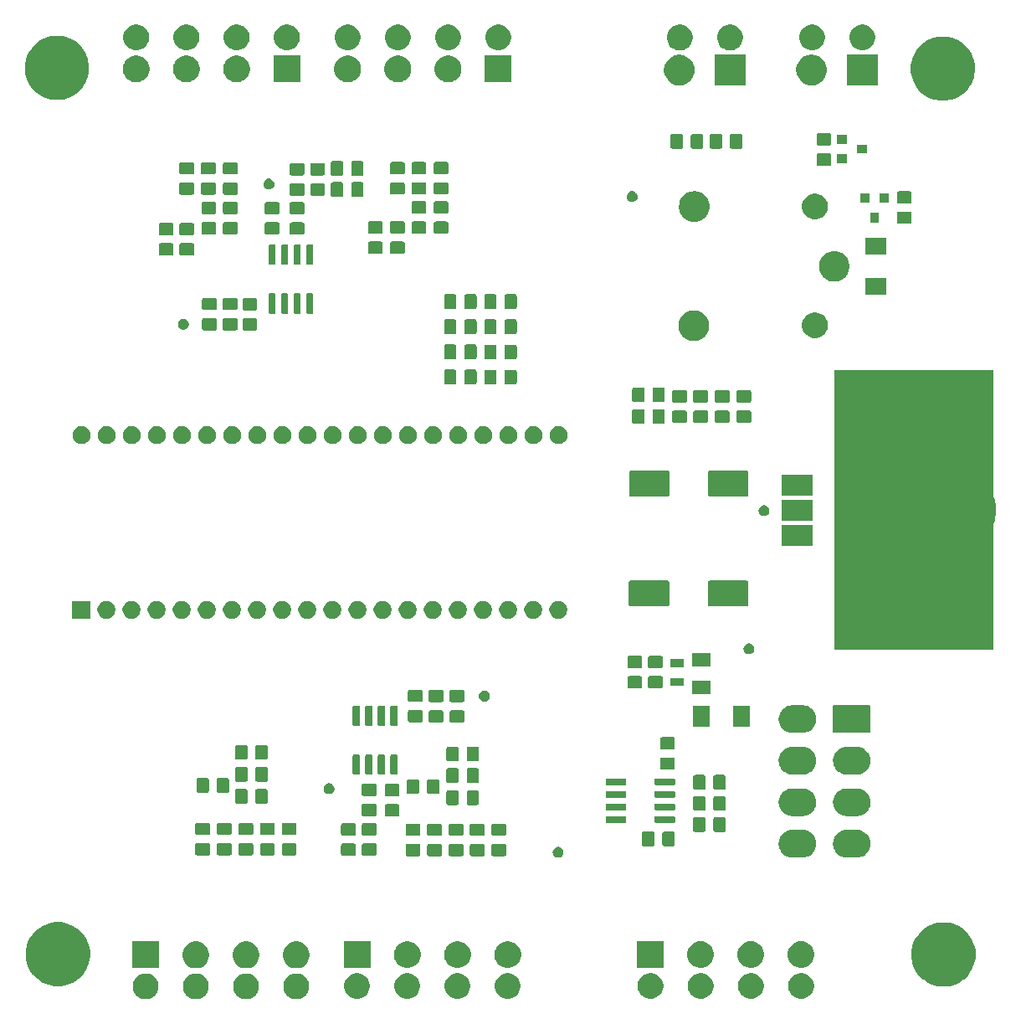
<source format=gbr>
G04 #@! TF.GenerationSoftware,KiCad,Pcbnew,(5.1.5)-3*
G04 #@! TF.CreationDate,2020-09-18T03:17:50-03:00*
G04 #@! TF.ProjectId,Diferencial,44696665-7265-46e6-9369-616c2e6b6963,rev?*
G04 #@! TF.SameCoordinates,Original*
G04 #@! TF.FileFunction,Soldermask,Top*
G04 #@! TF.FilePolarity,Negative*
%FSLAX46Y46*%
G04 Gerber Fmt 4.6, Leading zero omitted, Abs format (unit mm)*
G04 Created by KiCad (PCBNEW (5.1.5)-3) date 2020-09-18 03:17:50*
%MOMM*%
%LPD*%
G04 APERTURE LIST*
%ADD10C,0.100000*%
G04 APERTURE END LIST*
D10*
G36*
X164846000Y-132080000D02*
G01*
X148844000Y-132080000D01*
X148844000Y-103886000D01*
X164846000Y-103886000D01*
X164846000Y-132080000D01*
G37*
X164846000Y-132080000D02*
X148844000Y-132080000D01*
X148844000Y-103886000D01*
X164846000Y-103886000D01*
X164846000Y-132080000D01*
G36*
X84643987Y-164953896D02*
G01*
X84880753Y-165051968D01*
X84880755Y-165051969D01*
X85093839Y-165194347D01*
X85275053Y-165375561D01*
X85400461Y-165563247D01*
X85417432Y-165588647D01*
X85515504Y-165825413D01*
X85565500Y-166076761D01*
X85565500Y-166333039D01*
X85515504Y-166584387D01*
X85433213Y-166783055D01*
X85417431Y-166821155D01*
X85275053Y-167034239D01*
X85093839Y-167215453D01*
X84880755Y-167357831D01*
X84880754Y-167357832D01*
X84880753Y-167357832D01*
X84643987Y-167455904D01*
X84392639Y-167505900D01*
X84136361Y-167505900D01*
X83885013Y-167455904D01*
X83648247Y-167357832D01*
X83648246Y-167357832D01*
X83648245Y-167357831D01*
X83435161Y-167215453D01*
X83253947Y-167034239D01*
X83111569Y-166821155D01*
X83095787Y-166783055D01*
X83013496Y-166584387D01*
X82963500Y-166333039D01*
X82963500Y-166076761D01*
X83013496Y-165825413D01*
X83111568Y-165588647D01*
X83128540Y-165563247D01*
X83253947Y-165375561D01*
X83435161Y-165194347D01*
X83648245Y-165051969D01*
X83648247Y-165051968D01*
X83885013Y-164953896D01*
X84136361Y-164903900D01*
X84392639Y-164903900D01*
X84643987Y-164953896D01*
G37*
G36*
X89723987Y-164953896D02*
G01*
X89960753Y-165051968D01*
X89960755Y-165051969D01*
X90173839Y-165194347D01*
X90355053Y-165375561D01*
X90480461Y-165563247D01*
X90497432Y-165588647D01*
X90595504Y-165825413D01*
X90645500Y-166076761D01*
X90645500Y-166333039D01*
X90595504Y-166584387D01*
X90513213Y-166783055D01*
X90497431Y-166821155D01*
X90355053Y-167034239D01*
X90173839Y-167215453D01*
X89960755Y-167357831D01*
X89960754Y-167357832D01*
X89960753Y-167357832D01*
X89723987Y-167455904D01*
X89472639Y-167505900D01*
X89216361Y-167505900D01*
X88965013Y-167455904D01*
X88728247Y-167357832D01*
X88728246Y-167357832D01*
X88728245Y-167357831D01*
X88515161Y-167215453D01*
X88333947Y-167034239D01*
X88191569Y-166821155D01*
X88175787Y-166783055D01*
X88093496Y-166584387D01*
X88043500Y-166333039D01*
X88043500Y-166076761D01*
X88093496Y-165825413D01*
X88191568Y-165588647D01*
X88208540Y-165563247D01*
X88333947Y-165375561D01*
X88515161Y-165194347D01*
X88728245Y-165051969D01*
X88728247Y-165051968D01*
X88965013Y-164953896D01*
X89216361Y-164903900D01*
X89472639Y-164903900D01*
X89723987Y-164953896D01*
G37*
G36*
X94803987Y-164953896D02*
G01*
X95040753Y-165051968D01*
X95040755Y-165051969D01*
X95253839Y-165194347D01*
X95435053Y-165375561D01*
X95560461Y-165563247D01*
X95577432Y-165588647D01*
X95675504Y-165825413D01*
X95725500Y-166076761D01*
X95725500Y-166333039D01*
X95675504Y-166584387D01*
X95593213Y-166783055D01*
X95577431Y-166821155D01*
X95435053Y-167034239D01*
X95253839Y-167215453D01*
X95040755Y-167357831D01*
X95040754Y-167357832D01*
X95040753Y-167357832D01*
X94803987Y-167455904D01*
X94552639Y-167505900D01*
X94296361Y-167505900D01*
X94045013Y-167455904D01*
X93808247Y-167357832D01*
X93808246Y-167357832D01*
X93808245Y-167357831D01*
X93595161Y-167215453D01*
X93413947Y-167034239D01*
X93271569Y-166821155D01*
X93255787Y-166783055D01*
X93173496Y-166584387D01*
X93123500Y-166333039D01*
X93123500Y-166076761D01*
X93173496Y-165825413D01*
X93271568Y-165588647D01*
X93288540Y-165563247D01*
X93413947Y-165375561D01*
X93595161Y-165194347D01*
X93808245Y-165051969D01*
X93808247Y-165051968D01*
X94045013Y-164953896D01*
X94296361Y-164903900D01*
X94552639Y-164903900D01*
X94803987Y-164953896D01*
G37*
G36*
X79563987Y-164953896D02*
G01*
X79800753Y-165051968D01*
X79800755Y-165051969D01*
X80013839Y-165194347D01*
X80195053Y-165375561D01*
X80320461Y-165563247D01*
X80337432Y-165588647D01*
X80435504Y-165825413D01*
X80485500Y-166076761D01*
X80485500Y-166333039D01*
X80435504Y-166584387D01*
X80353213Y-166783055D01*
X80337431Y-166821155D01*
X80195053Y-167034239D01*
X80013839Y-167215453D01*
X79800755Y-167357831D01*
X79800754Y-167357832D01*
X79800753Y-167357832D01*
X79563987Y-167455904D01*
X79312639Y-167505900D01*
X79056361Y-167505900D01*
X78805013Y-167455904D01*
X78568247Y-167357832D01*
X78568246Y-167357832D01*
X78568245Y-167357831D01*
X78355161Y-167215453D01*
X78173947Y-167034239D01*
X78031569Y-166821155D01*
X78015787Y-166783055D01*
X77933496Y-166584387D01*
X77883500Y-166333039D01*
X77883500Y-166076761D01*
X77933496Y-165825413D01*
X78031568Y-165588647D01*
X78048540Y-165563247D01*
X78173947Y-165375561D01*
X78355161Y-165194347D01*
X78568245Y-165051969D01*
X78568247Y-165051968D01*
X78805013Y-164953896D01*
X79056361Y-164903900D01*
X79312639Y-164903900D01*
X79563987Y-164953896D01*
G37*
G36*
X100950787Y-164928496D02*
G01*
X101187553Y-165026568D01*
X101187555Y-165026569D01*
X101257481Y-165073292D01*
X101400639Y-165168947D01*
X101581853Y-165350161D01*
X101724232Y-165563247D01*
X101822304Y-165800013D01*
X101872300Y-166051361D01*
X101872300Y-166307639D01*
X101822304Y-166558987D01*
X101729492Y-166783055D01*
X101724231Y-166795755D01*
X101581853Y-167008839D01*
X101400639Y-167190053D01*
X101187555Y-167332431D01*
X101187554Y-167332432D01*
X101187553Y-167332432D01*
X100950787Y-167430504D01*
X100699439Y-167480500D01*
X100443161Y-167480500D01*
X100191813Y-167430504D01*
X99955047Y-167332432D01*
X99955046Y-167332432D01*
X99955045Y-167332431D01*
X99741961Y-167190053D01*
X99560747Y-167008839D01*
X99418369Y-166795755D01*
X99413108Y-166783055D01*
X99320296Y-166558987D01*
X99270300Y-166307639D01*
X99270300Y-166051361D01*
X99320296Y-165800013D01*
X99418368Y-165563247D01*
X99560747Y-165350161D01*
X99741961Y-165168947D01*
X99885119Y-165073292D01*
X99955045Y-165026569D01*
X99955047Y-165026568D01*
X100191813Y-164928496D01*
X100443161Y-164878500D01*
X100699439Y-164878500D01*
X100950787Y-164928496D01*
G37*
G36*
X116190787Y-164928496D02*
G01*
X116427553Y-165026568D01*
X116427555Y-165026569D01*
X116497481Y-165073292D01*
X116640639Y-165168947D01*
X116821853Y-165350161D01*
X116964232Y-165563247D01*
X117062304Y-165800013D01*
X117112300Y-166051361D01*
X117112300Y-166307639D01*
X117062304Y-166558987D01*
X116969492Y-166783055D01*
X116964231Y-166795755D01*
X116821853Y-167008839D01*
X116640639Y-167190053D01*
X116427555Y-167332431D01*
X116427554Y-167332432D01*
X116427553Y-167332432D01*
X116190787Y-167430504D01*
X115939439Y-167480500D01*
X115683161Y-167480500D01*
X115431813Y-167430504D01*
X115195047Y-167332432D01*
X115195046Y-167332432D01*
X115195045Y-167332431D01*
X114981961Y-167190053D01*
X114800747Y-167008839D01*
X114658369Y-166795755D01*
X114653108Y-166783055D01*
X114560296Y-166558987D01*
X114510300Y-166307639D01*
X114510300Y-166051361D01*
X114560296Y-165800013D01*
X114658368Y-165563247D01*
X114800747Y-165350161D01*
X114981961Y-165168947D01*
X115125119Y-165073292D01*
X115195045Y-165026569D01*
X115195047Y-165026568D01*
X115431813Y-164928496D01*
X115683161Y-164878500D01*
X115939439Y-164878500D01*
X116190787Y-164928496D01*
G37*
G36*
X106030787Y-164928496D02*
G01*
X106267553Y-165026568D01*
X106267555Y-165026569D01*
X106337481Y-165073292D01*
X106480639Y-165168947D01*
X106661853Y-165350161D01*
X106804232Y-165563247D01*
X106902304Y-165800013D01*
X106952300Y-166051361D01*
X106952300Y-166307639D01*
X106902304Y-166558987D01*
X106809492Y-166783055D01*
X106804231Y-166795755D01*
X106661853Y-167008839D01*
X106480639Y-167190053D01*
X106267555Y-167332431D01*
X106267554Y-167332432D01*
X106267553Y-167332432D01*
X106030787Y-167430504D01*
X105779439Y-167480500D01*
X105523161Y-167480500D01*
X105271813Y-167430504D01*
X105035047Y-167332432D01*
X105035046Y-167332432D01*
X105035045Y-167332431D01*
X104821961Y-167190053D01*
X104640747Y-167008839D01*
X104498369Y-166795755D01*
X104493108Y-166783055D01*
X104400296Y-166558987D01*
X104350300Y-166307639D01*
X104350300Y-166051361D01*
X104400296Y-165800013D01*
X104498368Y-165563247D01*
X104640747Y-165350161D01*
X104821961Y-165168947D01*
X104965119Y-165073292D01*
X105035045Y-165026569D01*
X105035047Y-165026568D01*
X105271813Y-164928496D01*
X105523161Y-164878500D01*
X105779439Y-164878500D01*
X106030787Y-164928496D01*
G37*
G36*
X111110787Y-164928496D02*
G01*
X111347553Y-165026568D01*
X111347555Y-165026569D01*
X111417481Y-165073292D01*
X111560639Y-165168947D01*
X111741853Y-165350161D01*
X111884232Y-165563247D01*
X111982304Y-165800013D01*
X112032300Y-166051361D01*
X112032300Y-166307639D01*
X111982304Y-166558987D01*
X111889492Y-166783055D01*
X111884231Y-166795755D01*
X111741853Y-167008839D01*
X111560639Y-167190053D01*
X111347555Y-167332431D01*
X111347554Y-167332432D01*
X111347553Y-167332432D01*
X111110787Y-167430504D01*
X110859439Y-167480500D01*
X110603161Y-167480500D01*
X110351813Y-167430504D01*
X110115047Y-167332432D01*
X110115046Y-167332432D01*
X110115045Y-167332431D01*
X109901961Y-167190053D01*
X109720747Y-167008839D01*
X109578369Y-166795755D01*
X109573108Y-166783055D01*
X109480296Y-166558987D01*
X109430300Y-166307639D01*
X109430300Y-166051361D01*
X109480296Y-165800013D01*
X109578368Y-165563247D01*
X109720747Y-165350161D01*
X109901961Y-165168947D01*
X110045119Y-165073292D01*
X110115045Y-165026569D01*
X110115047Y-165026568D01*
X110351813Y-164928496D01*
X110603161Y-164878500D01*
X110859439Y-164878500D01*
X111110787Y-164928496D01*
G37*
G36*
X140785607Y-164915796D02*
G01*
X141011311Y-165009286D01*
X141022375Y-165013869D01*
X141235459Y-165156247D01*
X141416673Y-165337461D01*
X141546962Y-165532452D01*
X141559052Y-165550547D01*
X141657124Y-165787313D01*
X141707120Y-166038661D01*
X141707120Y-166294939D01*
X141657124Y-166546287D01*
X141559052Y-166783053D01*
X141559051Y-166783055D01*
X141416673Y-166996139D01*
X141235459Y-167177353D01*
X141022375Y-167319731D01*
X141022374Y-167319732D01*
X141022373Y-167319732D01*
X140785607Y-167417804D01*
X140534259Y-167467800D01*
X140277981Y-167467800D01*
X140026633Y-167417804D01*
X139789867Y-167319732D01*
X139789866Y-167319732D01*
X139789865Y-167319731D01*
X139576781Y-167177353D01*
X139395567Y-166996139D01*
X139253189Y-166783055D01*
X139253188Y-166783053D01*
X139155116Y-166546287D01*
X139105120Y-166294939D01*
X139105120Y-166038661D01*
X139155116Y-165787313D01*
X139253188Y-165550547D01*
X139265279Y-165532452D01*
X139395567Y-165337461D01*
X139576781Y-165156247D01*
X139789865Y-165013869D01*
X139800929Y-165009286D01*
X140026633Y-164915796D01*
X140277981Y-164865800D01*
X140534259Y-164865800D01*
X140785607Y-164915796D01*
G37*
G36*
X130625607Y-164915796D02*
G01*
X130851311Y-165009286D01*
X130862375Y-165013869D01*
X131075459Y-165156247D01*
X131256673Y-165337461D01*
X131386962Y-165532452D01*
X131399052Y-165550547D01*
X131497124Y-165787313D01*
X131547120Y-166038661D01*
X131547120Y-166294939D01*
X131497124Y-166546287D01*
X131399052Y-166783053D01*
X131399051Y-166783055D01*
X131256673Y-166996139D01*
X131075459Y-167177353D01*
X130862375Y-167319731D01*
X130862374Y-167319732D01*
X130862373Y-167319732D01*
X130625607Y-167417804D01*
X130374259Y-167467800D01*
X130117981Y-167467800D01*
X129866633Y-167417804D01*
X129629867Y-167319732D01*
X129629866Y-167319732D01*
X129629865Y-167319731D01*
X129416781Y-167177353D01*
X129235567Y-166996139D01*
X129093189Y-166783055D01*
X129093188Y-166783053D01*
X128995116Y-166546287D01*
X128945120Y-166294939D01*
X128945120Y-166038661D01*
X128995116Y-165787313D01*
X129093188Y-165550547D01*
X129105279Y-165532452D01*
X129235567Y-165337461D01*
X129416781Y-165156247D01*
X129629865Y-165013869D01*
X129640929Y-165009286D01*
X129866633Y-164915796D01*
X130117981Y-164865800D01*
X130374259Y-164865800D01*
X130625607Y-164915796D01*
G37*
G36*
X135705607Y-164915796D02*
G01*
X135931311Y-165009286D01*
X135942375Y-165013869D01*
X136155459Y-165156247D01*
X136336673Y-165337461D01*
X136466962Y-165532452D01*
X136479052Y-165550547D01*
X136577124Y-165787313D01*
X136627120Y-166038661D01*
X136627120Y-166294939D01*
X136577124Y-166546287D01*
X136479052Y-166783053D01*
X136479051Y-166783055D01*
X136336673Y-166996139D01*
X136155459Y-167177353D01*
X135942375Y-167319731D01*
X135942374Y-167319732D01*
X135942373Y-167319732D01*
X135705607Y-167417804D01*
X135454259Y-167467800D01*
X135197981Y-167467800D01*
X134946633Y-167417804D01*
X134709867Y-167319732D01*
X134709866Y-167319732D01*
X134709865Y-167319731D01*
X134496781Y-167177353D01*
X134315567Y-166996139D01*
X134173189Y-166783055D01*
X134173188Y-166783053D01*
X134075116Y-166546287D01*
X134025120Y-166294939D01*
X134025120Y-166038661D01*
X134075116Y-165787313D01*
X134173188Y-165550547D01*
X134185279Y-165532452D01*
X134315567Y-165337461D01*
X134496781Y-165156247D01*
X134709865Y-165013869D01*
X134720929Y-165009286D01*
X134946633Y-164915796D01*
X135197981Y-164865800D01*
X135454259Y-164865800D01*
X135705607Y-164915796D01*
G37*
G36*
X145865607Y-164915796D02*
G01*
X146091311Y-165009286D01*
X146102375Y-165013869D01*
X146315459Y-165156247D01*
X146496673Y-165337461D01*
X146626962Y-165532452D01*
X146639052Y-165550547D01*
X146737124Y-165787313D01*
X146787120Y-166038661D01*
X146787120Y-166294939D01*
X146737124Y-166546287D01*
X146639052Y-166783053D01*
X146639051Y-166783055D01*
X146496673Y-166996139D01*
X146315459Y-167177353D01*
X146102375Y-167319731D01*
X146102374Y-167319732D01*
X146102373Y-167319732D01*
X145865607Y-167417804D01*
X145614259Y-167467800D01*
X145357981Y-167467800D01*
X145106633Y-167417804D01*
X144869867Y-167319732D01*
X144869866Y-167319732D01*
X144869865Y-167319731D01*
X144656781Y-167177353D01*
X144475567Y-166996139D01*
X144333189Y-166783055D01*
X144333188Y-166783053D01*
X144235116Y-166546287D01*
X144185120Y-166294939D01*
X144185120Y-166038661D01*
X144235116Y-165787313D01*
X144333188Y-165550547D01*
X144345279Y-165532452D01*
X144475567Y-165337461D01*
X144656781Y-165156247D01*
X144869865Y-165013869D01*
X144880929Y-165009286D01*
X145106633Y-164915796D01*
X145357981Y-164865800D01*
X145614259Y-164865800D01*
X145865607Y-164915796D01*
G37*
G36*
X160533539Y-159812367D02*
G01*
X160847582Y-159874834D01*
X161439226Y-160119901D01*
X161971692Y-160475684D01*
X162424516Y-160928508D01*
X162780299Y-161460974D01*
X163025366Y-162052618D01*
X163048454Y-162168688D01*
X163150300Y-162680703D01*
X163150300Y-163321097D01*
X163088510Y-163631737D01*
X163025366Y-163949182D01*
X162780299Y-164540826D01*
X162529751Y-164915797D01*
X162424517Y-165073291D01*
X161971691Y-165526117D01*
X161916125Y-165563245D01*
X161439226Y-165881899D01*
X160847582Y-166126966D01*
X160533539Y-166189433D01*
X160219497Y-166251900D01*
X159579103Y-166251900D01*
X159265061Y-166189433D01*
X158951018Y-166126966D01*
X158359374Y-165881899D01*
X157882475Y-165563245D01*
X157826909Y-165526117D01*
X157374083Y-165073291D01*
X157268849Y-164915797D01*
X157018301Y-164540826D01*
X156773234Y-163949182D01*
X156710090Y-163631737D01*
X156648300Y-163321097D01*
X156648300Y-162680703D01*
X156750146Y-162168688D01*
X156773234Y-162052618D01*
X157018301Y-161460974D01*
X157374084Y-160928508D01*
X157826908Y-160475684D01*
X158359374Y-160119901D01*
X158951018Y-159874834D01*
X159265061Y-159812367D01*
X159579103Y-159749900D01*
X160219497Y-159749900D01*
X160533539Y-159812367D01*
G37*
G36*
X70940639Y-159771067D02*
G01*
X71254682Y-159833534D01*
X71846326Y-160078601D01*
X72103719Y-160250586D01*
X72378791Y-160434383D01*
X72831617Y-160887209D01*
X72874384Y-160951214D01*
X73187399Y-161419674D01*
X73432466Y-162011318D01*
X73432466Y-162011319D01*
X73557400Y-162639403D01*
X73557400Y-163279797D01*
X73528722Y-163423972D01*
X73432466Y-163907882D01*
X73187399Y-164499526D01*
X72909256Y-164915796D01*
X72835241Y-165026568D01*
X72831616Y-165031992D01*
X72378792Y-165484816D01*
X71846326Y-165840599D01*
X71254682Y-166085666D01*
X70940639Y-166148133D01*
X70626597Y-166210600D01*
X69986203Y-166210600D01*
X69672161Y-166148133D01*
X69358118Y-166085666D01*
X68766474Y-165840599D01*
X68234008Y-165484816D01*
X67781184Y-165031992D01*
X67777560Y-165026568D01*
X67703544Y-164915796D01*
X67425401Y-164499526D01*
X67180334Y-163907882D01*
X67084078Y-163423972D01*
X67055400Y-163279797D01*
X67055400Y-162639403D01*
X67180334Y-162011319D01*
X67180334Y-162011318D01*
X67425401Y-161419674D01*
X67738416Y-160951214D01*
X67781183Y-160887209D01*
X68234009Y-160434383D01*
X68509081Y-160250586D01*
X68766474Y-160078601D01*
X69358118Y-159833534D01*
X69672161Y-159771067D01*
X69986203Y-159708600D01*
X70626597Y-159708600D01*
X70940639Y-159771067D01*
G37*
G36*
X94818572Y-161730818D02*
G01*
X95003116Y-161807258D01*
X95064439Y-161832659D01*
X95175828Y-161907087D01*
X95247699Y-161955110D01*
X95285712Y-161980510D01*
X95473890Y-162168688D01*
X95596285Y-162351863D01*
X95621742Y-162389963D01*
X95723582Y-162635828D01*
X95775500Y-162896837D01*
X95775500Y-163162963D01*
X95723582Y-163423972D01*
X95621742Y-163669837D01*
X95499349Y-163853011D01*
X95473890Y-163891112D01*
X95285712Y-164079290D01*
X95064439Y-164227141D01*
X95064438Y-164227142D01*
X95064437Y-164227142D01*
X94818572Y-164328982D01*
X94557563Y-164380900D01*
X94291437Y-164380900D01*
X94030428Y-164328982D01*
X93784563Y-164227142D01*
X93784562Y-164227142D01*
X93784561Y-164227141D01*
X93563288Y-164079290D01*
X93375110Y-163891112D01*
X93349652Y-163853011D01*
X93227258Y-163669837D01*
X93125418Y-163423972D01*
X93073500Y-163162963D01*
X93073500Y-162896837D01*
X93125418Y-162635828D01*
X93227258Y-162389963D01*
X93252716Y-162351863D01*
X93375110Y-162168688D01*
X93563288Y-161980510D01*
X93601302Y-161955110D01*
X93673172Y-161907087D01*
X93784561Y-161832659D01*
X93845885Y-161807258D01*
X94030428Y-161730818D01*
X94291437Y-161678900D01*
X94557563Y-161678900D01*
X94818572Y-161730818D01*
G37*
G36*
X89738572Y-161730818D02*
G01*
X89923116Y-161807258D01*
X89984439Y-161832659D01*
X90095828Y-161907087D01*
X90167699Y-161955110D01*
X90205712Y-161980510D01*
X90393890Y-162168688D01*
X90516285Y-162351863D01*
X90541742Y-162389963D01*
X90643582Y-162635828D01*
X90695500Y-162896837D01*
X90695500Y-163162963D01*
X90643582Y-163423972D01*
X90541742Y-163669837D01*
X90419349Y-163853011D01*
X90393890Y-163891112D01*
X90205712Y-164079290D01*
X89984439Y-164227141D01*
X89984438Y-164227142D01*
X89984437Y-164227142D01*
X89738572Y-164328982D01*
X89477563Y-164380900D01*
X89211437Y-164380900D01*
X88950428Y-164328982D01*
X88704563Y-164227142D01*
X88704562Y-164227142D01*
X88704561Y-164227141D01*
X88483288Y-164079290D01*
X88295110Y-163891112D01*
X88269652Y-163853011D01*
X88147258Y-163669837D01*
X88045418Y-163423972D01*
X87993500Y-163162963D01*
X87993500Y-162896837D01*
X88045418Y-162635828D01*
X88147258Y-162389963D01*
X88172716Y-162351863D01*
X88295110Y-162168688D01*
X88483288Y-161980510D01*
X88521302Y-161955110D01*
X88593172Y-161907087D01*
X88704561Y-161832659D01*
X88765885Y-161807258D01*
X88950428Y-161730818D01*
X89211437Y-161678900D01*
X89477563Y-161678900D01*
X89738572Y-161730818D01*
G37*
G36*
X84658572Y-161730818D02*
G01*
X84843116Y-161807258D01*
X84904439Y-161832659D01*
X85015828Y-161907087D01*
X85087699Y-161955110D01*
X85125712Y-161980510D01*
X85313890Y-162168688D01*
X85436285Y-162351863D01*
X85461742Y-162389963D01*
X85563582Y-162635828D01*
X85615500Y-162896837D01*
X85615500Y-163162963D01*
X85563582Y-163423972D01*
X85461742Y-163669837D01*
X85339349Y-163853011D01*
X85313890Y-163891112D01*
X85125712Y-164079290D01*
X84904439Y-164227141D01*
X84904438Y-164227142D01*
X84904437Y-164227142D01*
X84658572Y-164328982D01*
X84397563Y-164380900D01*
X84131437Y-164380900D01*
X83870428Y-164328982D01*
X83624563Y-164227142D01*
X83624562Y-164227142D01*
X83624561Y-164227141D01*
X83403288Y-164079290D01*
X83215110Y-163891112D01*
X83189652Y-163853011D01*
X83067258Y-163669837D01*
X82965418Y-163423972D01*
X82913500Y-163162963D01*
X82913500Y-162896837D01*
X82965418Y-162635828D01*
X83067258Y-162389963D01*
X83092716Y-162351863D01*
X83215110Y-162168688D01*
X83403288Y-161980510D01*
X83441302Y-161955110D01*
X83513172Y-161907087D01*
X83624561Y-161832659D01*
X83685885Y-161807258D01*
X83870428Y-161730818D01*
X84131437Y-161678900D01*
X84397563Y-161678900D01*
X84658572Y-161730818D01*
G37*
G36*
X80535500Y-164380900D02*
G01*
X77833500Y-164380900D01*
X77833500Y-161678900D01*
X80535500Y-161678900D01*
X80535500Y-164380900D01*
G37*
G36*
X111125372Y-161705418D02*
G01*
X111340579Y-161794559D01*
X111371239Y-161807259D01*
X111482628Y-161881687D01*
X111592511Y-161955109D01*
X111780691Y-162143289D01*
X111928542Y-162364563D01*
X112030382Y-162610428D01*
X112082300Y-162871437D01*
X112082300Y-163137563D01*
X112030382Y-163398572D01*
X111928542Y-163644437D01*
X111780691Y-163865711D01*
X111592511Y-164053891D01*
X111554497Y-164079291D01*
X111371239Y-164201741D01*
X111371238Y-164201742D01*
X111371237Y-164201742D01*
X111125372Y-164303582D01*
X110864363Y-164355500D01*
X110598237Y-164355500D01*
X110337228Y-164303582D01*
X110091363Y-164201742D01*
X110091362Y-164201742D01*
X110091361Y-164201741D01*
X109908103Y-164079291D01*
X109870089Y-164053891D01*
X109681909Y-163865711D01*
X109534058Y-163644437D01*
X109432218Y-163398572D01*
X109380300Y-163137563D01*
X109380300Y-162871437D01*
X109432218Y-162610428D01*
X109534058Y-162364563D01*
X109681909Y-162143289D01*
X109870089Y-161955109D01*
X109979972Y-161881687D01*
X110091361Y-161807259D01*
X110122022Y-161794559D01*
X110337228Y-161705418D01*
X110598237Y-161653500D01*
X110864363Y-161653500D01*
X111125372Y-161705418D01*
G37*
G36*
X106045372Y-161705418D02*
G01*
X106260579Y-161794559D01*
X106291239Y-161807259D01*
X106402628Y-161881687D01*
X106512511Y-161955109D01*
X106700691Y-162143289D01*
X106848542Y-162364563D01*
X106950382Y-162610428D01*
X107002300Y-162871437D01*
X107002300Y-163137563D01*
X106950382Y-163398572D01*
X106848542Y-163644437D01*
X106700691Y-163865711D01*
X106512511Y-164053891D01*
X106474497Y-164079291D01*
X106291239Y-164201741D01*
X106291238Y-164201742D01*
X106291237Y-164201742D01*
X106045372Y-164303582D01*
X105784363Y-164355500D01*
X105518237Y-164355500D01*
X105257228Y-164303582D01*
X105011363Y-164201742D01*
X105011362Y-164201742D01*
X105011361Y-164201741D01*
X104828103Y-164079291D01*
X104790089Y-164053891D01*
X104601909Y-163865711D01*
X104454058Y-163644437D01*
X104352218Y-163398572D01*
X104300300Y-163137563D01*
X104300300Y-162871437D01*
X104352218Y-162610428D01*
X104454058Y-162364563D01*
X104601909Y-162143289D01*
X104790089Y-161955109D01*
X104899972Y-161881687D01*
X105011361Y-161807259D01*
X105042022Y-161794559D01*
X105257228Y-161705418D01*
X105518237Y-161653500D01*
X105784363Y-161653500D01*
X106045372Y-161705418D01*
G37*
G36*
X101922300Y-164355500D02*
G01*
X99220300Y-164355500D01*
X99220300Y-161653500D01*
X101922300Y-161653500D01*
X101922300Y-164355500D01*
G37*
G36*
X116205372Y-161705418D02*
G01*
X116420579Y-161794559D01*
X116451239Y-161807259D01*
X116562628Y-161881687D01*
X116672511Y-161955109D01*
X116860691Y-162143289D01*
X117008542Y-162364563D01*
X117110382Y-162610428D01*
X117162300Y-162871437D01*
X117162300Y-163137563D01*
X117110382Y-163398572D01*
X117008542Y-163644437D01*
X116860691Y-163865711D01*
X116672511Y-164053891D01*
X116634497Y-164079291D01*
X116451239Y-164201741D01*
X116451238Y-164201742D01*
X116451237Y-164201742D01*
X116205372Y-164303582D01*
X115944363Y-164355500D01*
X115678237Y-164355500D01*
X115417228Y-164303582D01*
X115171363Y-164201742D01*
X115171362Y-164201742D01*
X115171361Y-164201741D01*
X114988103Y-164079291D01*
X114950089Y-164053891D01*
X114761909Y-163865711D01*
X114614058Y-163644437D01*
X114512218Y-163398572D01*
X114460300Y-163137563D01*
X114460300Y-162871437D01*
X114512218Y-162610428D01*
X114614058Y-162364563D01*
X114761909Y-162143289D01*
X114950089Y-161955109D01*
X115059972Y-161881687D01*
X115171361Y-161807259D01*
X115202022Y-161794559D01*
X115417228Y-161705418D01*
X115678237Y-161653500D01*
X115944363Y-161653500D01*
X116205372Y-161705418D01*
G37*
G36*
X131597120Y-164342800D02*
G01*
X128895120Y-164342800D01*
X128895120Y-161640800D01*
X131597120Y-161640800D01*
X131597120Y-164342800D01*
G37*
G36*
X135566843Y-161662215D02*
G01*
X135720192Y-161692718D01*
X135966059Y-161794559D01*
X136023078Y-161832658D01*
X136187331Y-161942409D01*
X136375511Y-162130589D01*
X136523362Y-162351863D01*
X136625202Y-162597728D01*
X136677120Y-162858737D01*
X136677120Y-163124863D01*
X136669541Y-163162963D01*
X136625202Y-163385872D01*
X136523361Y-163631739D01*
X136497903Y-163669839D01*
X136375511Y-163853011D01*
X136187331Y-164041191D01*
X136168324Y-164053891D01*
X135966059Y-164189041D01*
X135966058Y-164189042D01*
X135966057Y-164189042D01*
X135720192Y-164290882D01*
X135459183Y-164342800D01*
X135193057Y-164342800D01*
X134932048Y-164290882D01*
X134686183Y-164189042D01*
X134686182Y-164189042D01*
X134686181Y-164189041D01*
X134483916Y-164053891D01*
X134464909Y-164041191D01*
X134276729Y-163853011D01*
X134154337Y-163669839D01*
X134128879Y-163631739D01*
X134027038Y-163385872D01*
X133982699Y-163162963D01*
X133975120Y-163124863D01*
X133975120Y-162858737D01*
X134027038Y-162597728D01*
X134128878Y-162351863D01*
X134276729Y-162130589D01*
X134464909Y-161942409D01*
X134629162Y-161832658D01*
X134686181Y-161794559D01*
X134932048Y-161692718D01*
X135085397Y-161662215D01*
X135193057Y-161640800D01*
X135459183Y-161640800D01*
X135566843Y-161662215D01*
G37*
G36*
X145726843Y-161662215D02*
G01*
X145880192Y-161692718D01*
X146126059Y-161794559D01*
X146183078Y-161832658D01*
X146347331Y-161942409D01*
X146535511Y-162130589D01*
X146683362Y-162351863D01*
X146785202Y-162597728D01*
X146837120Y-162858737D01*
X146837120Y-163124863D01*
X146829541Y-163162963D01*
X146785202Y-163385872D01*
X146683361Y-163631739D01*
X146657903Y-163669839D01*
X146535511Y-163853011D01*
X146347331Y-164041191D01*
X146328324Y-164053891D01*
X146126059Y-164189041D01*
X146126058Y-164189042D01*
X146126057Y-164189042D01*
X145880192Y-164290882D01*
X145619183Y-164342800D01*
X145353057Y-164342800D01*
X145092048Y-164290882D01*
X144846183Y-164189042D01*
X144846182Y-164189042D01*
X144846181Y-164189041D01*
X144643916Y-164053891D01*
X144624909Y-164041191D01*
X144436729Y-163853011D01*
X144314337Y-163669839D01*
X144288879Y-163631739D01*
X144187038Y-163385872D01*
X144142699Y-163162963D01*
X144135120Y-163124863D01*
X144135120Y-162858737D01*
X144187038Y-162597728D01*
X144288878Y-162351863D01*
X144436729Y-162130589D01*
X144624909Y-161942409D01*
X144789162Y-161832658D01*
X144846181Y-161794559D01*
X145092048Y-161692718D01*
X145245397Y-161662215D01*
X145353057Y-161640800D01*
X145619183Y-161640800D01*
X145726843Y-161662215D01*
G37*
G36*
X140646843Y-161662215D02*
G01*
X140800192Y-161692718D01*
X141046059Y-161794559D01*
X141103078Y-161832658D01*
X141267331Y-161942409D01*
X141455511Y-162130589D01*
X141603362Y-162351863D01*
X141705202Y-162597728D01*
X141757120Y-162858737D01*
X141757120Y-163124863D01*
X141749541Y-163162963D01*
X141705202Y-163385872D01*
X141603361Y-163631739D01*
X141577903Y-163669839D01*
X141455511Y-163853011D01*
X141267331Y-164041191D01*
X141248324Y-164053891D01*
X141046059Y-164189041D01*
X141046058Y-164189042D01*
X141046057Y-164189042D01*
X140800192Y-164290882D01*
X140539183Y-164342800D01*
X140273057Y-164342800D01*
X140012048Y-164290882D01*
X139766183Y-164189042D01*
X139766182Y-164189042D01*
X139766181Y-164189041D01*
X139563916Y-164053891D01*
X139544909Y-164041191D01*
X139356729Y-163853011D01*
X139234337Y-163669839D01*
X139208879Y-163631739D01*
X139107038Y-163385872D01*
X139062699Y-163162963D01*
X139055120Y-163124863D01*
X139055120Y-162858737D01*
X139107038Y-162597728D01*
X139208878Y-162351863D01*
X139356729Y-162130589D01*
X139544909Y-161942409D01*
X139709162Y-161832658D01*
X139766181Y-161794559D01*
X140012048Y-161692718D01*
X140165397Y-161662215D01*
X140273057Y-161640800D01*
X140539183Y-161640800D01*
X140646843Y-161662215D01*
G37*
G36*
X121064721Y-152124174D02*
G01*
X121164995Y-152165709D01*
X121164996Y-152165710D01*
X121255242Y-152226010D01*
X121331990Y-152302758D01*
X121331991Y-152302760D01*
X121392291Y-152393005D01*
X121433826Y-152493279D01*
X121455000Y-152599730D01*
X121455000Y-152708270D01*
X121433826Y-152814721D01*
X121392291Y-152914995D01*
X121380302Y-152932938D01*
X121331990Y-153005242D01*
X121255242Y-153081990D01*
X121239339Y-153092616D01*
X121164995Y-153142291D01*
X121064721Y-153183826D01*
X120958270Y-153205000D01*
X120849730Y-153205000D01*
X120743279Y-153183826D01*
X120643005Y-153142291D01*
X120568661Y-153092616D01*
X120552758Y-153081990D01*
X120476010Y-153005242D01*
X120427698Y-152932938D01*
X120415709Y-152914995D01*
X120374174Y-152814721D01*
X120353000Y-152708270D01*
X120353000Y-152599730D01*
X120374174Y-152493279D01*
X120415709Y-152393005D01*
X120476009Y-152302760D01*
X120476010Y-152302758D01*
X120552758Y-152226010D01*
X120643004Y-152165710D01*
X120643005Y-152165709D01*
X120743279Y-152124174D01*
X120849730Y-152103000D01*
X120958270Y-152103000D01*
X121064721Y-152124174D01*
G37*
G36*
X145793731Y-150401136D02*
G01*
X145896644Y-150411272D01*
X146092017Y-150470538D01*
X146160737Y-150491384D01*
X146365664Y-150600920D01*
X146404120Y-150621475D01*
X146410167Y-150626438D01*
X146617450Y-150796550D01*
X146722194Y-150924182D01*
X146792525Y-151009880D01*
X146792526Y-151009882D01*
X146922616Y-151253263D01*
X146922617Y-151253267D01*
X147002728Y-151517356D01*
X147029778Y-151792000D01*
X147002728Y-152066644D01*
X146943462Y-152262017D01*
X146922616Y-152330737D01*
X146835735Y-152493279D01*
X146792525Y-152574120D01*
X146771507Y-152599730D01*
X146617450Y-152787450D01*
X146462035Y-152914995D01*
X146404120Y-152962525D01*
X146404118Y-152962526D01*
X146160737Y-153092616D01*
X146092017Y-153113462D01*
X145896644Y-153172728D01*
X145793731Y-153182864D01*
X145690820Y-153193000D01*
X144553180Y-153193000D01*
X144450269Y-153182864D01*
X144347356Y-153172728D01*
X144151983Y-153113462D01*
X144083263Y-153092616D01*
X143839882Y-152962526D01*
X143839880Y-152962525D01*
X143781965Y-152914995D01*
X143626550Y-152787450D01*
X143472493Y-152599730D01*
X143451475Y-152574120D01*
X143408265Y-152493279D01*
X143321384Y-152330737D01*
X143300538Y-152262017D01*
X143241272Y-152066644D01*
X143214222Y-151792000D01*
X143241272Y-151517356D01*
X143321383Y-151253267D01*
X143321384Y-151253263D01*
X143451474Y-151009882D01*
X143451475Y-151009880D01*
X143521806Y-150924182D01*
X143626550Y-150796550D01*
X143833833Y-150626438D01*
X143839880Y-150621475D01*
X143878336Y-150600920D01*
X144083263Y-150491384D01*
X144151983Y-150470538D01*
X144347356Y-150411272D01*
X144450269Y-150401136D01*
X144553180Y-150391000D01*
X145690820Y-150391000D01*
X145793731Y-150401136D01*
G37*
G36*
X151293731Y-150401136D02*
G01*
X151396644Y-150411272D01*
X151592017Y-150470538D01*
X151660737Y-150491384D01*
X151865664Y-150600920D01*
X151904120Y-150621475D01*
X151910167Y-150626438D01*
X152117450Y-150796550D01*
X152222194Y-150924182D01*
X152292525Y-151009880D01*
X152292526Y-151009882D01*
X152422616Y-151253263D01*
X152422617Y-151253267D01*
X152502728Y-151517356D01*
X152529778Y-151792000D01*
X152502728Y-152066644D01*
X152443462Y-152262017D01*
X152422616Y-152330737D01*
X152335735Y-152493279D01*
X152292525Y-152574120D01*
X152271507Y-152599730D01*
X152117450Y-152787450D01*
X151962035Y-152914995D01*
X151904120Y-152962525D01*
X151904118Y-152962526D01*
X151660737Y-153092616D01*
X151592017Y-153113462D01*
X151396644Y-153172728D01*
X151293731Y-153182864D01*
X151190820Y-153193000D01*
X150053180Y-153193000D01*
X149950269Y-153182864D01*
X149847356Y-153172728D01*
X149651983Y-153113462D01*
X149583263Y-153092616D01*
X149339882Y-152962526D01*
X149339880Y-152962525D01*
X149281965Y-152914995D01*
X149126550Y-152787450D01*
X148972493Y-152599730D01*
X148951475Y-152574120D01*
X148908265Y-152493279D01*
X148821384Y-152330737D01*
X148800538Y-152262017D01*
X148741272Y-152066644D01*
X148714222Y-151792000D01*
X148741272Y-151517356D01*
X148821383Y-151253267D01*
X148821384Y-151253263D01*
X148951474Y-151009882D01*
X148951475Y-151009880D01*
X149021806Y-150924182D01*
X149126550Y-150796550D01*
X149333833Y-150626438D01*
X149339880Y-150621475D01*
X149378336Y-150600920D01*
X149583263Y-150491384D01*
X149651983Y-150470538D01*
X149847356Y-150411272D01*
X149950269Y-150401136D01*
X150053180Y-150391000D01*
X151190820Y-150391000D01*
X151293731Y-150401136D01*
G37*
G36*
X106813874Y-151806365D02*
G01*
X106851567Y-151817799D01*
X106886303Y-151836366D01*
X106916748Y-151861352D01*
X106941734Y-151891797D01*
X106960301Y-151926533D01*
X106971735Y-151964226D01*
X106976200Y-152009561D01*
X106976200Y-152846239D01*
X106971735Y-152891574D01*
X106960301Y-152929267D01*
X106941734Y-152964003D01*
X106916748Y-152994448D01*
X106886303Y-153019434D01*
X106851567Y-153038001D01*
X106813874Y-153049435D01*
X106768539Y-153053900D01*
X105681861Y-153053900D01*
X105636526Y-153049435D01*
X105598833Y-153038001D01*
X105564097Y-153019434D01*
X105533652Y-152994448D01*
X105508666Y-152964003D01*
X105490099Y-152929267D01*
X105478665Y-152891574D01*
X105474200Y-152846239D01*
X105474200Y-152009561D01*
X105478665Y-151964226D01*
X105490099Y-151926533D01*
X105508666Y-151891797D01*
X105533652Y-151861352D01*
X105564097Y-151836366D01*
X105598833Y-151817799D01*
X105636526Y-151806365D01*
X105681861Y-151801900D01*
X106768539Y-151801900D01*
X106813874Y-151806365D01*
G37*
G36*
X108998274Y-151806365D02*
G01*
X109035967Y-151817799D01*
X109070703Y-151836366D01*
X109101148Y-151861352D01*
X109126134Y-151891797D01*
X109144701Y-151926533D01*
X109156135Y-151964226D01*
X109160600Y-152009561D01*
X109160600Y-152846239D01*
X109156135Y-152891574D01*
X109144701Y-152929267D01*
X109126134Y-152964003D01*
X109101148Y-152994448D01*
X109070703Y-153019434D01*
X109035967Y-153038001D01*
X108998274Y-153049435D01*
X108952939Y-153053900D01*
X107866261Y-153053900D01*
X107820926Y-153049435D01*
X107783233Y-153038001D01*
X107748497Y-153019434D01*
X107718052Y-152994448D01*
X107693066Y-152964003D01*
X107674499Y-152929267D01*
X107663065Y-152891574D01*
X107658600Y-152846239D01*
X107658600Y-152009561D01*
X107663065Y-151964226D01*
X107674499Y-151926533D01*
X107693066Y-151891797D01*
X107718052Y-151861352D01*
X107748497Y-151836366D01*
X107783233Y-151817799D01*
X107820926Y-151806365D01*
X107866261Y-151801900D01*
X108952939Y-151801900D01*
X108998274Y-151806365D01*
G37*
G36*
X115500674Y-151806365D02*
G01*
X115538367Y-151817799D01*
X115573103Y-151836366D01*
X115603548Y-151861352D01*
X115628534Y-151891797D01*
X115647101Y-151926533D01*
X115658535Y-151964226D01*
X115663000Y-152009561D01*
X115663000Y-152846239D01*
X115658535Y-152891574D01*
X115647101Y-152929267D01*
X115628534Y-152964003D01*
X115603548Y-152994448D01*
X115573103Y-153019434D01*
X115538367Y-153038001D01*
X115500674Y-153049435D01*
X115455339Y-153053900D01*
X114368661Y-153053900D01*
X114323326Y-153049435D01*
X114285633Y-153038001D01*
X114250897Y-153019434D01*
X114220452Y-152994448D01*
X114195466Y-152964003D01*
X114176899Y-152929267D01*
X114165465Y-152891574D01*
X114161000Y-152846239D01*
X114161000Y-152009561D01*
X114165465Y-151964226D01*
X114176899Y-151926533D01*
X114195466Y-151891797D01*
X114220452Y-151861352D01*
X114250897Y-151836366D01*
X114285633Y-151817799D01*
X114323326Y-151806365D01*
X114368661Y-151801900D01*
X115455339Y-151801900D01*
X115500674Y-151806365D01*
G37*
G36*
X111182674Y-151806365D02*
G01*
X111220367Y-151817799D01*
X111255103Y-151836366D01*
X111285548Y-151861352D01*
X111310534Y-151891797D01*
X111329101Y-151926533D01*
X111340535Y-151964226D01*
X111345000Y-152009561D01*
X111345000Y-152846239D01*
X111340535Y-152891574D01*
X111329101Y-152929267D01*
X111310534Y-152964003D01*
X111285548Y-152994448D01*
X111255103Y-153019434D01*
X111220367Y-153038001D01*
X111182674Y-153049435D01*
X111137339Y-153053900D01*
X110050661Y-153053900D01*
X110005326Y-153049435D01*
X109967633Y-153038001D01*
X109932897Y-153019434D01*
X109902452Y-152994448D01*
X109877466Y-152964003D01*
X109858899Y-152929267D01*
X109847465Y-152891574D01*
X109843000Y-152846239D01*
X109843000Y-152009561D01*
X109847465Y-151964226D01*
X109858899Y-151926533D01*
X109877466Y-151891797D01*
X109902452Y-151861352D01*
X109932897Y-151836366D01*
X109967633Y-151817799D01*
X110005326Y-151806365D01*
X110050661Y-151801900D01*
X111137339Y-151801900D01*
X111182674Y-151806365D01*
G37*
G36*
X113316274Y-151806365D02*
G01*
X113353967Y-151817799D01*
X113388703Y-151836366D01*
X113419148Y-151861352D01*
X113444134Y-151891797D01*
X113462701Y-151926533D01*
X113474135Y-151964226D01*
X113478600Y-152009561D01*
X113478600Y-152846239D01*
X113474135Y-152891574D01*
X113462701Y-152929267D01*
X113444134Y-152964003D01*
X113419148Y-152994448D01*
X113388703Y-153019434D01*
X113353967Y-153038001D01*
X113316274Y-153049435D01*
X113270939Y-153053900D01*
X112184261Y-153053900D01*
X112138926Y-153049435D01*
X112101233Y-153038001D01*
X112066497Y-153019434D01*
X112036052Y-152994448D01*
X112011066Y-152964003D01*
X111992499Y-152929267D01*
X111981065Y-152891574D01*
X111976600Y-152846239D01*
X111976600Y-152009561D01*
X111981065Y-151964226D01*
X111992499Y-151926533D01*
X112011066Y-151891797D01*
X112036052Y-151861352D01*
X112066497Y-151836366D01*
X112101233Y-151817799D01*
X112138926Y-151806365D01*
X112184261Y-151801900D01*
X113270939Y-151801900D01*
X113316274Y-151806365D01*
G37*
G36*
X100286874Y-151773765D02*
G01*
X100324567Y-151785199D01*
X100359303Y-151803766D01*
X100389748Y-151828752D01*
X100414734Y-151859197D01*
X100433301Y-151893933D01*
X100444735Y-151931626D01*
X100449200Y-151976961D01*
X100449200Y-152813639D01*
X100444735Y-152858974D01*
X100433301Y-152896667D01*
X100414734Y-152931403D01*
X100389748Y-152961848D01*
X100359303Y-152986834D01*
X100324567Y-153005401D01*
X100286874Y-153016835D01*
X100241539Y-153021300D01*
X99154861Y-153021300D01*
X99109526Y-153016835D01*
X99071833Y-153005401D01*
X99037097Y-152986834D01*
X99006652Y-152961848D01*
X98981666Y-152931403D01*
X98963099Y-152896667D01*
X98951665Y-152858974D01*
X98947200Y-152813639D01*
X98947200Y-151976961D01*
X98951665Y-151931626D01*
X98963099Y-151893933D01*
X98981666Y-151859197D01*
X99006652Y-151828752D01*
X99037097Y-151803766D01*
X99071833Y-151785199D01*
X99109526Y-151773765D01*
X99154861Y-151769300D01*
X100241539Y-151769300D01*
X100286874Y-151773765D01*
G37*
G36*
X102389074Y-151760665D02*
G01*
X102426767Y-151772099D01*
X102461503Y-151790666D01*
X102491948Y-151815652D01*
X102516934Y-151846097D01*
X102535501Y-151880833D01*
X102546935Y-151918526D01*
X102551400Y-151963861D01*
X102551400Y-152800539D01*
X102546935Y-152845874D01*
X102535501Y-152883567D01*
X102516934Y-152918303D01*
X102491948Y-152948748D01*
X102461503Y-152973734D01*
X102426767Y-152992301D01*
X102389074Y-153003735D01*
X102343739Y-153008200D01*
X101257061Y-153008200D01*
X101211726Y-153003735D01*
X101174033Y-152992301D01*
X101139297Y-152973734D01*
X101108852Y-152948748D01*
X101083866Y-152918303D01*
X101065299Y-152883567D01*
X101053865Y-152845874D01*
X101049400Y-152800539D01*
X101049400Y-151963861D01*
X101053865Y-151918526D01*
X101065299Y-151880833D01*
X101083866Y-151846097D01*
X101108852Y-151815652D01*
X101139297Y-151790666D01*
X101174033Y-151772099D01*
X101211726Y-151760665D01*
X101257061Y-151756200D01*
X102343739Y-151756200D01*
X102389074Y-151760665D01*
G37*
G36*
X94278974Y-151730165D02*
G01*
X94316667Y-151741599D01*
X94351403Y-151760166D01*
X94381848Y-151785152D01*
X94406834Y-151815597D01*
X94425401Y-151850333D01*
X94436835Y-151888026D01*
X94441300Y-151933361D01*
X94441300Y-152770039D01*
X94436835Y-152815374D01*
X94425401Y-152853067D01*
X94406834Y-152887803D01*
X94381848Y-152918248D01*
X94351403Y-152943234D01*
X94316667Y-152961801D01*
X94278974Y-152973235D01*
X94233639Y-152977700D01*
X93146961Y-152977700D01*
X93101626Y-152973235D01*
X93063933Y-152961801D01*
X93029197Y-152943234D01*
X92998752Y-152918248D01*
X92973766Y-152887803D01*
X92955199Y-152853067D01*
X92943765Y-152815374D01*
X92939300Y-152770039D01*
X92939300Y-151933361D01*
X92943765Y-151888026D01*
X92955199Y-151850333D01*
X92973766Y-151815597D01*
X92998752Y-151785152D01*
X93029197Y-151760166D01*
X93063933Y-151741599D01*
X93101626Y-151730165D01*
X93146961Y-151725700D01*
X94233639Y-151725700D01*
X94278974Y-151730165D01*
G37*
G36*
X92094574Y-151730165D02*
G01*
X92132267Y-151741599D01*
X92167003Y-151760166D01*
X92197448Y-151785152D01*
X92222434Y-151815597D01*
X92241001Y-151850333D01*
X92252435Y-151888026D01*
X92256900Y-151933361D01*
X92256900Y-152770039D01*
X92252435Y-152815374D01*
X92241001Y-152853067D01*
X92222434Y-152887803D01*
X92197448Y-152918248D01*
X92167003Y-152943234D01*
X92132267Y-152961801D01*
X92094574Y-152973235D01*
X92049239Y-152977700D01*
X90962561Y-152977700D01*
X90917226Y-152973235D01*
X90879533Y-152961801D01*
X90844797Y-152943234D01*
X90814352Y-152918248D01*
X90789366Y-152887803D01*
X90770799Y-152853067D01*
X90759365Y-152815374D01*
X90754900Y-152770039D01*
X90754900Y-151933361D01*
X90759365Y-151888026D01*
X90770799Y-151850333D01*
X90789366Y-151815597D01*
X90814352Y-151785152D01*
X90844797Y-151760166D01*
X90879533Y-151741599D01*
X90917226Y-151730165D01*
X90962561Y-151725700D01*
X92049239Y-151725700D01*
X92094574Y-151730165D01*
G37*
G36*
X89910174Y-151730165D02*
G01*
X89947867Y-151741599D01*
X89982603Y-151760166D01*
X90013048Y-151785152D01*
X90038034Y-151815597D01*
X90056601Y-151850333D01*
X90068035Y-151888026D01*
X90072500Y-151933361D01*
X90072500Y-152770039D01*
X90068035Y-152815374D01*
X90056601Y-152853067D01*
X90038034Y-152887803D01*
X90013048Y-152918248D01*
X89982603Y-152943234D01*
X89947867Y-152961801D01*
X89910174Y-152973235D01*
X89864839Y-152977700D01*
X88778161Y-152977700D01*
X88732826Y-152973235D01*
X88695133Y-152961801D01*
X88660397Y-152943234D01*
X88629952Y-152918248D01*
X88604966Y-152887803D01*
X88586399Y-152853067D01*
X88574965Y-152815374D01*
X88570500Y-152770039D01*
X88570500Y-151933361D01*
X88574965Y-151888026D01*
X88586399Y-151850333D01*
X88604966Y-151815597D01*
X88629952Y-151785152D01*
X88660397Y-151760166D01*
X88695133Y-151741599D01*
X88732826Y-151730165D01*
X88778161Y-151725700D01*
X89864839Y-151725700D01*
X89910174Y-151730165D01*
G37*
G36*
X87725774Y-151730165D02*
G01*
X87763467Y-151741599D01*
X87798203Y-151760166D01*
X87828648Y-151785152D01*
X87853634Y-151815597D01*
X87872201Y-151850333D01*
X87883635Y-151888026D01*
X87888100Y-151933361D01*
X87888100Y-152770039D01*
X87883635Y-152815374D01*
X87872201Y-152853067D01*
X87853634Y-152887803D01*
X87828648Y-152918248D01*
X87798203Y-152943234D01*
X87763467Y-152961801D01*
X87725774Y-152973235D01*
X87680439Y-152977700D01*
X86593761Y-152977700D01*
X86548426Y-152973235D01*
X86510733Y-152961801D01*
X86475997Y-152943234D01*
X86445552Y-152918248D01*
X86420566Y-152887803D01*
X86401999Y-152853067D01*
X86390565Y-152815374D01*
X86386100Y-152770039D01*
X86386100Y-151933361D01*
X86390565Y-151888026D01*
X86401999Y-151850333D01*
X86420566Y-151815597D01*
X86445552Y-151785152D01*
X86475997Y-151760166D01*
X86510733Y-151741599D01*
X86548426Y-151730165D01*
X86593761Y-151725700D01*
X87680439Y-151725700D01*
X87725774Y-151730165D01*
G37*
G36*
X85541374Y-151730165D02*
G01*
X85579067Y-151741599D01*
X85613803Y-151760166D01*
X85644248Y-151785152D01*
X85669234Y-151815597D01*
X85687801Y-151850333D01*
X85699235Y-151888026D01*
X85703700Y-151933361D01*
X85703700Y-152770039D01*
X85699235Y-152815374D01*
X85687801Y-152853067D01*
X85669234Y-152887803D01*
X85644248Y-152918248D01*
X85613803Y-152943234D01*
X85579067Y-152961801D01*
X85541374Y-152973235D01*
X85496039Y-152977700D01*
X84409361Y-152977700D01*
X84364026Y-152973235D01*
X84326333Y-152961801D01*
X84291597Y-152943234D01*
X84261152Y-152918248D01*
X84236166Y-152887803D01*
X84217599Y-152853067D01*
X84206165Y-152815374D01*
X84201700Y-152770039D01*
X84201700Y-151933361D01*
X84206165Y-151888026D01*
X84217599Y-151850333D01*
X84236166Y-151815597D01*
X84261152Y-151785152D01*
X84291597Y-151760166D01*
X84326333Y-151741599D01*
X84364026Y-151730165D01*
X84409361Y-151725700D01*
X85496039Y-151725700D01*
X85541374Y-151730165D01*
G37*
G36*
X132550834Y-150551185D02*
G01*
X132588527Y-150562619D01*
X132623263Y-150581186D01*
X132653708Y-150606172D01*
X132678694Y-150636617D01*
X132697261Y-150671353D01*
X132708695Y-150709046D01*
X132713160Y-150754381D01*
X132713160Y-151841059D01*
X132708695Y-151886394D01*
X132697261Y-151924087D01*
X132678694Y-151958823D01*
X132653708Y-151989268D01*
X132623263Y-152014254D01*
X132588527Y-152032821D01*
X132550834Y-152044255D01*
X132505499Y-152048720D01*
X131668821Y-152048720D01*
X131623486Y-152044255D01*
X131585793Y-152032821D01*
X131551057Y-152014254D01*
X131520612Y-151989268D01*
X131495626Y-151958823D01*
X131477059Y-151924087D01*
X131465625Y-151886394D01*
X131461160Y-151841059D01*
X131461160Y-150754381D01*
X131465625Y-150709046D01*
X131477059Y-150671353D01*
X131495626Y-150636617D01*
X131520612Y-150606172D01*
X131551057Y-150581186D01*
X131585793Y-150562619D01*
X131623486Y-150551185D01*
X131668821Y-150546720D01*
X132505499Y-150546720D01*
X132550834Y-150551185D01*
G37*
G36*
X130500834Y-150551185D02*
G01*
X130538527Y-150562619D01*
X130573263Y-150581186D01*
X130603708Y-150606172D01*
X130628694Y-150636617D01*
X130647261Y-150671353D01*
X130658695Y-150709046D01*
X130663160Y-150754381D01*
X130663160Y-151841059D01*
X130658695Y-151886394D01*
X130647261Y-151924087D01*
X130628694Y-151958823D01*
X130603708Y-151989268D01*
X130573263Y-152014254D01*
X130538527Y-152032821D01*
X130500834Y-152044255D01*
X130455499Y-152048720D01*
X129618821Y-152048720D01*
X129573486Y-152044255D01*
X129535793Y-152032821D01*
X129501057Y-152014254D01*
X129470612Y-151989268D01*
X129445626Y-151958823D01*
X129427059Y-151924087D01*
X129415625Y-151886394D01*
X129411160Y-151841059D01*
X129411160Y-150754381D01*
X129415625Y-150709046D01*
X129427059Y-150671353D01*
X129445626Y-150636617D01*
X129470612Y-150606172D01*
X129501057Y-150581186D01*
X129535793Y-150562619D01*
X129573486Y-150551185D01*
X129618821Y-150546720D01*
X130455499Y-150546720D01*
X130500834Y-150551185D01*
G37*
G36*
X108998274Y-149756365D02*
G01*
X109035967Y-149767799D01*
X109070703Y-149786366D01*
X109101148Y-149811352D01*
X109126134Y-149841797D01*
X109144701Y-149876533D01*
X109156135Y-149914226D01*
X109160600Y-149959561D01*
X109160600Y-150796239D01*
X109156135Y-150841574D01*
X109144701Y-150879267D01*
X109126134Y-150914003D01*
X109101148Y-150944448D01*
X109070703Y-150969434D01*
X109035967Y-150988001D01*
X108998274Y-150999435D01*
X108952939Y-151003900D01*
X107866261Y-151003900D01*
X107820926Y-150999435D01*
X107783233Y-150988001D01*
X107748497Y-150969434D01*
X107718052Y-150944448D01*
X107693066Y-150914003D01*
X107674499Y-150879267D01*
X107663065Y-150841574D01*
X107658600Y-150796239D01*
X107658600Y-149959561D01*
X107663065Y-149914226D01*
X107674499Y-149876533D01*
X107693066Y-149841797D01*
X107718052Y-149811352D01*
X107748497Y-149786366D01*
X107783233Y-149767799D01*
X107820926Y-149756365D01*
X107866261Y-149751900D01*
X108952939Y-149751900D01*
X108998274Y-149756365D01*
G37*
G36*
X115500674Y-149756365D02*
G01*
X115538367Y-149767799D01*
X115573103Y-149786366D01*
X115603548Y-149811352D01*
X115628534Y-149841797D01*
X115647101Y-149876533D01*
X115658535Y-149914226D01*
X115663000Y-149959561D01*
X115663000Y-150796239D01*
X115658535Y-150841574D01*
X115647101Y-150879267D01*
X115628534Y-150914003D01*
X115603548Y-150944448D01*
X115573103Y-150969434D01*
X115538367Y-150988001D01*
X115500674Y-150999435D01*
X115455339Y-151003900D01*
X114368661Y-151003900D01*
X114323326Y-150999435D01*
X114285633Y-150988001D01*
X114250897Y-150969434D01*
X114220452Y-150944448D01*
X114195466Y-150914003D01*
X114176899Y-150879267D01*
X114165465Y-150841574D01*
X114161000Y-150796239D01*
X114161000Y-149959561D01*
X114165465Y-149914226D01*
X114176899Y-149876533D01*
X114195466Y-149841797D01*
X114220452Y-149811352D01*
X114250897Y-149786366D01*
X114285633Y-149767799D01*
X114323326Y-149756365D01*
X114368661Y-149751900D01*
X115455339Y-149751900D01*
X115500674Y-149756365D01*
G37*
G36*
X113316274Y-149756365D02*
G01*
X113353967Y-149767799D01*
X113388703Y-149786366D01*
X113419148Y-149811352D01*
X113444134Y-149841797D01*
X113462701Y-149876533D01*
X113474135Y-149914226D01*
X113478600Y-149959561D01*
X113478600Y-150796239D01*
X113474135Y-150841574D01*
X113462701Y-150879267D01*
X113444134Y-150914003D01*
X113419148Y-150944448D01*
X113388703Y-150969434D01*
X113353967Y-150988001D01*
X113316274Y-150999435D01*
X113270939Y-151003900D01*
X112184261Y-151003900D01*
X112138926Y-150999435D01*
X112101233Y-150988001D01*
X112066497Y-150969434D01*
X112036052Y-150944448D01*
X112011066Y-150914003D01*
X111992499Y-150879267D01*
X111981065Y-150841574D01*
X111976600Y-150796239D01*
X111976600Y-149959561D01*
X111981065Y-149914226D01*
X111992499Y-149876533D01*
X112011066Y-149841797D01*
X112036052Y-149811352D01*
X112066497Y-149786366D01*
X112101233Y-149767799D01*
X112138926Y-149756365D01*
X112184261Y-149751900D01*
X113270939Y-149751900D01*
X113316274Y-149756365D01*
G37*
G36*
X106813874Y-149756365D02*
G01*
X106851567Y-149767799D01*
X106886303Y-149786366D01*
X106916748Y-149811352D01*
X106941734Y-149841797D01*
X106960301Y-149876533D01*
X106971735Y-149914226D01*
X106976200Y-149959561D01*
X106976200Y-150796239D01*
X106971735Y-150841574D01*
X106960301Y-150879267D01*
X106941734Y-150914003D01*
X106916748Y-150944448D01*
X106886303Y-150969434D01*
X106851567Y-150988001D01*
X106813874Y-150999435D01*
X106768539Y-151003900D01*
X105681861Y-151003900D01*
X105636526Y-150999435D01*
X105598833Y-150988001D01*
X105564097Y-150969434D01*
X105533652Y-150944448D01*
X105508666Y-150914003D01*
X105490099Y-150879267D01*
X105478665Y-150841574D01*
X105474200Y-150796239D01*
X105474200Y-149959561D01*
X105478665Y-149914226D01*
X105490099Y-149876533D01*
X105508666Y-149841797D01*
X105533652Y-149811352D01*
X105564097Y-149786366D01*
X105598833Y-149767799D01*
X105636526Y-149756365D01*
X105681861Y-149751900D01*
X106768539Y-149751900D01*
X106813874Y-149756365D01*
G37*
G36*
X111182674Y-149756365D02*
G01*
X111220367Y-149767799D01*
X111255103Y-149786366D01*
X111285548Y-149811352D01*
X111310534Y-149841797D01*
X111329101Y-149876533D01*
X111340535Y-149914226D01*
X111345000Y-149959561D01*
X111345000Y-150796239D01*
X111340535Y-150841574D01*
X111329101Y-150879267D01*
X111310534Y-150914003D01*
X111285548Y-150944448D01*
X111255103Y-150969434D01*
X111220367Y-150988001D01*
X111182674Y-150999435D01*
X111137339Y-151003900D01*
X110050661Y-151003900D01*
X110005326Y-150999435D01*
X109967633Y-150988001D01*
X109932897Y-150969434D01*
X109902452Y-150944448D01*
X109877466Y-150914003D01*
X109858899Y-150879267D01*
X109847465Y-150841574D01*
X109843000Y-150796239D01*
X109843000Y-149959561D01*
X109847465Y-149914226D01*
X109858899Y-149876533D01*
X109877466Y-149841797D01*
X109902452Y-149811352D01*
X109932897Y-149786366D01*
X109967633Y-149767799D01*
X110005326Y-149756365D01*
X110050661Y-149751900D01*
X111137339Y-149751900D01*
X111182674Y-149756365D01*
G37*
G36*
X100286874Y-149723765D02*
G01*
X100324567Y-149735199D01*
X100359303Y-149753766D01*
X100389748Y-149778752D01*
X100414734Y-149809197D01*
X100433301Y-149843933D01*
X100444735Y-149881626D01*
X100449200Y-149926961D01*
X100449200Y-150763639D01*
X100444735Y-150808974D01*
X100433301Y-150846667D01*
X100414734Y-150881403D01*
X100389748Y-150911848D01*
X100359303Y-150936834D01*
X100324567Y-150955401D01*
X100286874Y-150966835D01*
X100241539Y-150971300D01*
X99154861Y-150971300D01*
X99109526Y-150966835D01*
X99071833Y-150955401D01*
X99037097Y-150936834D01*
X99006652Y-150911848D01*
X98981666Y-150881403D01*
X98963099Y-150846667D01*
X98951665Y-150808974D01*
X98947200Y-150763639D01*
X98947200Y-149926961D01*
X98951665Y-149881626D01*
X98963099Y-149843933D01*
X98981666Y-149809197D01*
X99006652Y-149778752D01*
X99037097Y-149753766D01*
X99071833Y-149735199D01*
X99109526Y-149723765D01*
X99154861Y-149719300D01*
X100241539Y-149719300D01*
X100286874Y-149723765D01*
G37*
G36*
X102389074Y-149710665D02*
G01*
X102426767Y-149722099D01*
X102461503Y-149740666D01*
X102491948Y-149765652D01*
X102516934Y-149796097D01*
X102535501Y-149830833D01*
X102546935Y-149868526D01*
X102551400Y-149913861D01*
X102551400Y-150750539D01*
X102546935Y-150795874D01*
X102535501Y-150833567D01*
X102516934Y-150868303D01*
X102491948Y-150898748D01*
X102461503Y-150923734D01*
X102426767Y-150942301D01*
X102389074Y-150953735D01*
X102343739Y-150958200D01*
X101257061Y-150958200D01*
X101211726Y-150953735D01*
X101174033Y-150942301D01*
X101139297Y-150923734D01*
X101108852Y-150898748D01*
X101083866Y-150868303D01*
X101065299Y-150833567D01*
X101053865Y-150795874D01*
X101049400Y-150750539D01*
X101049400Y-149913861D01*
X101053865Y-149868526D01*
X101065299Y-149830833D01*
X101083866Y-149796097D01*
X101108852Y-149765652D01*
X101139297Y-149740666D01*
X101174033Y-149722099D01*
X101211726Y-149710665D01*
X101257061Y-149706200D01*
X102343739Y-149706200D01*
X102389074Y-149710665D01*
G37*
G36*
X94278974Y-149680165D02*
G01*
X94316667Y-149691599D01*
X94351403Y-149710166D01*
X94381848Y-149735152D01*
X94406834Y-149765597D01*
X94425401Y-149800333D01*
X94436835Y-149838026D01*
X94441300Y-149883361D01*
X94441300Y-150720039D01*
X94436835Y-150765374D01*
X94425401Y-150803067D01*
X94406834Y-150837803D01*
X94381848Y-150868248D01*
X94351403Y-150893234D01*
X94316667Y-150911801D01*
X94278974Y-150923235D01*
X94233639Y-150927700D01*
X93146961Y-150927700D01*
X93101626Y-150923235D01*
X93063933Y-150911801D01*
X93029197Y-150893234D01*
X92998752Y-150868248D01*
X92973766Y-150837803D01*
X92955199Y-150803067D01*
X92943765Y-150765374D01*
X92939300Y-150720039D01*
X92939300Y-149883361D01*
X92943765Y-149838026D01*
X92955199Y-149800333D01*
X92973766Y-149765597D01*
X92998752Y-149735152D01*
X93029197Y-149710166D01*
X93063933Y-149691599D01*
X93101626Y-149680165D01*
X93146961Y-149675700D01*
X94233639Y-149675700D01*
X94278974Y-149680165D01*
G37*
G36*
X92094574Y-149680165D02*
G01*
X92132267Y-149691599D01*
X92167003Y-149710166D01*
X92197448Y-149735152D01*
X92222434Y-149765597D01*
X92241001Y-149800333D01*
X92252435Y-149838026D01*
X92256900Y-149883361D01*
X92256900Y-150720039D01*
X92252435Y-150765374D01*
X92241001Y-150803067D01*
X92222434Y-150837803D01*
X92197448Y-150868248D01*
X92167003Y-150893234D01*
X92132267Y-150911801D01*
X92094574Y-150923235D01*
X92049239Y-150927700D01*
X90962561Y-150927700D01*
X90917226Y-150923235D01*
X90879533Y-150911801D01*
X90844797Y-150893234D01*
X90814352Y-150868248D01*
X90789366Y-150837803D01*
X90770799Y-150803067D01*
X90759365Y-150765374D01*
X90754900Y-150720039D01*
X90754900Y-149883361D01*
X90759365Y-149838026D01*
X90770799Y-149800333D01*
X90789366Y-149765597D01*
X90814352Y-149735152D01*
X90844797Y-149710166D01*
X90879533Y-149691599D01*
X90917226Y-149680165D01*
X90962561Y-149675700D01*
X92049239Y-149675700D01*
X92094574Y-149680165D01*
G37*
G36*
X89910174Y-149680165D02*
G01*
X89947867Y-149691599D01*
X89982603Y-149710166D01*
X90013048Y-149735152D01*
X90038034Y-149765597D01*
X90056601Y-149800333D01*
X90068035Y-149838026D01*
X90072500Y-149883361D01*
X90072500Y-150720039D01*
X90068035Y-150765374D01*
X90056601Y-150803067D01*
X90038034Y-150837803D01*
X90013048Y-150868248D01*
X89982603Y-150893234D01*
X89947867Y-150911801D01*
X89910174Y-150923235D01*
X89864839Y-150927700D01*
X88778161Y-150927700D01*
X88732826Y-150923235D01*
X88695133Y-150911801D01*
X88660397Y-150893234D01*
X88629952Y-150868248D01*
X88604966Y-150837803D01*
X88586399Y-150803067D01*
X88574965Y-150765374D01*
X88570500Y-150720039D01*
X88570500Y-149883361D01*
X88574965Y-149838026D01*
X88586399Y-149800333D01*
X88604966Y-149765597D01*
X88629952Y-149735152D01*
X88660397Y-149710166D01*
X88695133Y-149691599D01*
X88732826Y-149680165D01*
X88778161Y-149675700D01*
X89864839Y-149675700D01*
X89910174Y-149680165D01*
G37*
G36*
X87725774Y-149680165D02*
G01*
X87763467Y-149691599D01*
X87798203Y-149710166D01*
X87828648Y-149735152D01*
X87853634Y-149765597D01*
X87872201Y-149800333D01*
X87883635Y-149838026D01*
X87888100Y-149883361D01*
X87888100Y-150720039D01*
X87883635Y-150765374D01*
X87872201Y-150803067D01*
X87853634Y-150837803D01*
X87828648Y-150868248D01*
X87798203Y-150893234D01*
X87763467Y-150911801D01*
X87725774Y-150923235D01*
X87680439Y-150927700D01*
X86593761Y-150927700D01*
X86548426Y-150923235D01*
X86510733Y-150911801D01*
X86475997Y-150893234D01*
X86445552Y-150868248D01*
X86420566Y-150837803D01*
X86401999Y-150803067D01*
X86390565Y-150765374D01*
X86386100Y-150720039D01*
X86386100Y-149883361D01*
X86390565Y-149838026D01*
X86401999Y-149800333D01*
X86420566Y-149765597D01*
X86445552Y-149735152D01*
X86475997Y-149710166D01*
X86510733Y-149691599D01*
X86548426Y-149680165D01*
X86593761Y-149675700D01*
X87680439Y-149675700D01*
X87725774Y-149680165D01*
G37*
G36*
X85541374Y-149680165D02*
G01*
X85579067Y-149691599D01*
X85613803Y-149710166D01*
X85644248Y-149735152D01*
X85669234Y-149765597D01*
X85687801Y-149800333D01*
X85699235Y-149838026D01*
X85703700Y-149883361D01*
X85703700Y-150720039D01*
X85699235Y-150765374D01*
X85687801Y-150803067D01*
X85669234Y-150837803D01*
X85644248Y-150868248D01*
X85613803Y-150893234D01*
X85579067Y-150911801D01*
X85541374Y-150923235D01*
X85496039Y-150927700D01*
X84409361Y-150927700D01*
X84364026Y-150923235D01*
X84326333Y-150911801D01*
X84291597Y-150893234D01*
X84261152Y-150868248D01*
X84236166Y-150837803D01*
X84217599Y-150803067D01*
X84206165Y-150765374D01*
X84201700Y-150720039D01*
X84201700Y-149883361D01*
X84206165Y-149838026D01*
X84217599Y-149800333D01*
X84236166Y-149765597D01*
X84261152Y-149735152D01*
X84291597Y-149710166D01*
X84326333Y-149691599D01*
X84364026Y-149680165D01*
X84409361Y-149675700D01*
X85496039Y-149675700D01*
X85541374Y-149680165D01*
G37*
G36*
X135657034Y-149103385D02*
G01*
X135694727Y-149114819D01*
X135729463Y-149133386D01*
X135759908Y-149158372D01*
X135784894Y-149188817D01*
X135803461Y-149223553D01*
X135814895Y-149261246D01*
X135819360Y-149306581D01*
X135819360Y-150393259D01*
X135814895Y-150438594D01*
X135803461Y-150476287D01*
X135784894Y-150511023D01*
X135759908Y-150541468D01*
X135729463Y-150566454D01*
X135694727Y-150585021D01*
X135657034Y-150596455D01*
X135611699Y-150600920D01*
X134775021Y-150600920D01*
X134729686Y-150596455D01*
X134691993Y-150585021D01*
X134657257Y-150566454D01*
X134626812Y-150541468D01*
X134601826Y-150511023D01*
X134583259Y-150476287D01*
X134571825Y-150438594D01*
X134567360Y-150393259D01*
X134567360Y-149306581D01*
X134571825Y-149261246D01*
X134583259Y-149223553D01*
X134601826Y-149188817D01*
X134626812Y-149158372D01*
X134657257Y-149133386D01*
X134691993Y-149114819D01*
X134729686Y-149103385D01*
X134775021Y-149098920D01*
X135611699Y-149098920D01*
X135657034Y-149103385D01*
G37*
G36*
X137707034Y-149103385D02*
G01*
X137744727Y-149114819D01*
X137779463Y-149133386D01*
X137809908Y-149158372D01*
X137834894Y-149188817D01*
X137853461Y-149223553D01*
X137864895Y-149261246D01*
X137869360Y-149306581D01*
X137869360Y-150393259D01*
X137864895Y-150438594D01*
X137853461Y-150476287D01*
X137834894Y-150511023D01*
X137809908Y-150541468D01*
X137779463Y-150566454D01*
X137744727Y-150585021D01*
X137707034Y-150596455D01*
X137661699Y-150600920D01*
X136825021Y-150600920D01*
X136779686Y-150596455D01*
X136741993Y-150585021D01*
X136707257Y-150566454D01*
X136676812Y-150541468D01*
X136651826Y-150511023D01*
X136633259Y-150476287D01*
X136621825Y-150438594D01*
X136617360Y-150393259D01*
X136617360Y-149306581D01*
X136621825Y-149261246D01*
X136633259Y-149223553D01*
X136651826Y-149188817D01*
X136676812Y-149158372D01*
X136707257Y-149133386D01*
X136741993Y-149114819D01*
X136779686Y-149103385D01*
X136825021Y-149098920D01*
X137661699Y-149098920D01*
X137707034Y-149103385D01*
G37*
G36*
X132643288Y-148993684D02*
G01*
X132664369Y-149000080D01*
X132683805Y-149010468D01*
X132700836Y-149024444D01*
X132714812Y-149041475D01*
X132725200Y-149060911D01*
X132731596Y-149081992D01*
X132734360Y-149110060D01*
X132734360Y-149573780D01*
X132731596Y-149601848D01*
X132725200Y-149622929D01*
X132714812Y-149642365D01*
X132700836Y-149659396D01*
X132683805Y-149673372D01*
X132664369Y-149683760D01*
X132643288Y-149690156D01*
X132615220Y-149692920D01*
X130801500Y-149692920D01*
X130773432Y-149690156D01*
X130752351Y-149683760D01*
X130732915Y-149673372D01*
X130715884Y-149659396D01*
X130701908Y-149642365D01*
X130691520Y-149622929D01*
X130685124Y-149601848D01*
X130682360Y-149573780D01*
X130682360Y-149110060D01*
X130685124Y-149081992D01*
X130691520Y-149060911D01*
X130701908Y-149041475D01*
X130715884Y-149024444D01*
X130732915Y-149010468D01*
X130752351Y-149000080D01*
X130773432Y-148993684D01*
X130801500Y-148990920D01*
X132615220Y-148990920D01*
X132643288Y-148993684D01*
G37*
G36*
X127693288Y-148993684D02*
G01*
X127714369Y-149000080D01*
X127733805Y-149010468D01*
X127750836Y-149024444D01*
X127764812Y-149041475D01*
X127775200Y-149060911D01*
X127781596Y-149081992D01*
X127784360Y-149110060D01*
X127784360Y-149573780D01*
X127781596Y-149601848D01*
X127775200Y-149622929D01*
X127764812Y-149642365D01*
X127750836Y-149659396D01*
X127733805Y-149673372D01*
X127714369Y-149683760D01*
X127693288Y-149690156D01*
X127665220Y-149692920D01*
X125851500Y-149692920D01*
X125823432Y-149690156D01*
X125802351Y-149683760D01*
X125782915Y-149673372D01*
X125765884Y-149659396D01*
X125751908Y-149642365D01*
X125741520Y-149622929D01*
X125735124Y-149601848D01*
X125732360Y-149573780D01*
X125732360Y-149110060D01*
X125735124Y-149081992D01*
X125741520Y-149060911D01*
X125751908Y-149041475D01*
X125765884Y-149024444D01*
X125782915Y-149010468D01*
X125802351Y-149000080D01*
X125823432Y-148993684D01*
X125851500Y-148990920D01*
X127665220Y-148990920D01*
X127693288Y-148993684D01*
G37*
G36*
X104703274Y-147799665D02*
G01*
X104740967Y-147811099D01*
X104775703Y-147829666D01*
X104806148Y-147854652D01*
X104831134Y-147885097D01*
X104849701Y-147919833D01*
X104861135Y-147957526D01*
X104865600Y-148002861D01*
X104865600Y-148839539D01*
X104861135Y-148884874D01*
X104849701Y-148922567D01*
X104831134Y-148957303D01*
X104806148Y-148987748D01*
X104775703Y-149012734D01*
X104740967Y-149031301D01*
X104703274Y-149042735D01*
X104657939Y-149047200D01*
X103571261Y-149047200D01*
X103525926Y-149042735D01*
X103488233Y-149031301D01*
X103453497Y-149012734D01*
X103423052Y-148987748D01*
X103398066Y-148957303D01*
X103379499Y-148922567D01*
X103368065Y-148884874D01*
X103363600Y-148839539D01*
X103363600Y-148002861D01*
X103368065Y-147957526D01*
X103379499Y-147919833D01*
X103398066Y-147885097D01*
X103423052Y-147854652D01*
X103453497Y-147829666D01*
X103488233Y-147811099D01*
X103525926Y-147799665D01*
X103571261Y-147795200D01*
X104657939Y-147795200D01*
X104703274Y-147799665D01*
G37*
G36*
X102389074Y-147760165D02*
G01*
X102426767Y-147771599D01*
X102461503Y-147790166D01*
X102491948Y-147815152D01*
X102516934Y-147845597D01*
X102535501Y-147880333D01*
X102546935Y-147918026D01*
X102551400Y-147963361D01*
X102551400Y-148800039D01*
X102546935Y-148845374D01*
X102535501Y-148883067D01*
X102516934Y-148917803D01*
X102491948Y-148948248D01*
X102461503Y-148973234D01*
X102426767Y-148991801D01*
X102389074Y-149003235D01*
X102343739Y-149007700D01*
X101257061Y-149007700D01*
X101211726Y-149003235D01*
X101174033Y-148991801D01*
X101139297Y-148973234D01*
X101108852Y-148948248D01*
X101083866Y-148917803D01*
X101065299Y-148883067D01*
X101053865Y-148845374D01*
X101049400Y-148800039D01*
X101049400Y-147963361D01*
X101053865Y-147918026D01*
X101065299Y-147880333D01*
X101083866Y-147845597D01*
X101108852Y-147815152D01*
X101139297Y-147790166D01*
X101174033Y-147771599D01*
X101211726Y-147760165D01*
X101257061Y-147755700D01*
X102343739Y-147755700D01*
X102389074Y-147760165D01*
G37*
G36*
X145793731Y-146201136D02*
G01*
X145896644Y-146211272D01*
X146092017Y-146270538D01*
X146160737Y-146291384D01*
X146374079Y-146405418D01*
X146404120Y-146421475D01*
X146443366Y-146453684D01*
X146617450Y-146596550D01*
X146743414Y-146750039D01*
X146792525Y-146809880D01*
X146792526Y-146809882D01*
X146922616Y-147053263D01*
X146922617Y-147053267D01*
X147002728Y-147317356D01*
X147029778Y-147592000D01*
X147002728Y-147866644D01*
X146961407Y-148002861D01*
X146922616Y-148130737D01*
X146824349Y-148314581D01*
X146792525Y-148374120D01*
X146746918Y-148429691D01*
X146617450Y-148587450D01*
X146459691Y-148716918D01*
X146404120Y-148762525D01*
X146404118Y-148762526D01*
X146160737Y-148892616D01*
X146092017Y-148913462D01*
X145896644Y-148972728D01*
X145793731Y-148982864D01*
X145690820Y-148993000D01*
X144553180Y-148993000D01*
X144450269Y-148982864D01*
X144347356Y-148972728D01*
X144151983Y-148913462D01*
X144083263Y-148892616D01*
X143839882Y-148762526D01*
X143839880Y-148762525D01*
X143784309Y-148716918D01*
X143626550Y-148587450D01*
X143497082Y-148429691D01*
X143451475Y-148374120D01*
X143419651Y-148314581D01*
X143321384Y-148130737D01*
X143282593Y-148002861D01*
X143241272Y-147866644D01*
X143214222Y-147592000D01*
X143241272Y-147317356D01*
X143321383Y-147053267D01*
X143321384Y-147053263D01*
X143451474Y-146809882D01*
X143451475Y-146809880D01*
X143500586Y-146750039D01*
X143626550Y-146596550D01*
X143800634Y-146453684D01*
X143839880Y-146421475D01*
X143869921Y-146405418D01*
X144083263Y-146291384D01*
X144151983Y-146270538D01*
X144347356Y-146211272D01*
X144450269Y-146201136D01*
X144553180Y-146191000D01*
X145690820Y-146191000D01*
X145793731Y-146201136D01*
G37*
G36*
X151293731Y-146201136D02*
G01*
X151396644Y-146211272D01*
X151592017Y-146270538D01*
X151660737Y-146291384D01*
X151874079Y-146405418D01*
X151904120Y-146421475D01*
X151943366Y-146453684D01*
X152117450Y-146596550D01*
X152243414Y-146750039D01*
X152292525Y-146809880D01*
X152292526Y-146809882D01*
X152422616Y-147053263D01*
X152422617Y-147053267D01*
X152502728Y-147317356D01*
X152529778Y-147592000D01*
X152502728Y-147866644D01*
X152461407Y-148002861D01*
X152422616Y-148130737D01*
X152324349Y-148314581D01*
X152292525Y-148374120D01*
X152246918Y-148429691D01*
X152117450Y-148587450D01*
X151959691Y-148716918D01*
X151904120Y-148762525D01*
X151904118Y-148762526D01*
X151660737Y-148892616D01*
X151592017Y-148913462D01*
X151396644Y-148972728D01*
X151293731Y-148982864D01*
X151190820Y-148993000D01*
X150053180Y-148993000D01*
X149950269Y-148982864D01*
X149847356Y-148972728D01*
X149651983Y-148913462D01*
X149583263Y-148892616D01*
X149339882Y-148762526D01*
X149339880Y-148762525D01*
X149284309Y-148716918D01*
X149126550Y-148587450D01*
X148997082Y-148429691D01*
X148951475Y-148374120D01*
X148919651Y-148314581D01*
X148821384Y-148130737D01*
X148782593Y-148002861D01*
X148741272Y-147866644D01*
X148714222Y-147592000D01*
X148741272Y-147317356D01*
X148821383Y-147053267D01*
X148821384Y-147053263D01*
X148951474Y-146809882D01*
X148951475Y-146809880D01*
X149000586Y-146750039D01*
X149126550Y-146596550D01*
X149300634Y-146453684D01*
X149339880Y-146421475D01*
X149369921Y-146405418D01*
X149583263Y-146291384D01*
X149651983Y-146270538D01*
X149847356Y-146211272D01*
X149950269Y-146201136D01*
X150053180Y-146191000D01*
X151190820Y-146191000D01*
X151293731Y-146201136D01*
G37*
G36*
X137707034Y-146969785D02*
G01*
X137744727Y-146981219D01*
X137779463Y-146999786D01*
X137809908Y-147024772D01*
X137834894Y-147055217D01*
X137853461Y-147089953D01*
X137864895Y-147127646D01*
X137869360Y-147172981D01*
X137869360Y-148259659D01*
X137864895Y-148304994D01*
X137853461Y-148342687D01*
X137834894Y-148377423D01*
X137809908Y-148407868D01*
X137779463Y-148432854D01*
X137744727Y-148451421D01*
X137707034Y-148462855D01*
X137661699Y-148467320D01*
X136825021Y-148467320D01*
X136779686Y-148462855D01*
X136741993Y-148451421D01*
X136707257Y-148432854D01*
X136676812Y-148407868D01*
X136651826Y-148377423D01*
X136633259Y-148342687D01*
X136621825Y-148304994D01*
X136617360Y-148259659D01*
X136617360Y-147172981D01*
X136621825Y-147127646D01*
X136633259Y-147089953D01*
X136651826Y-147055217D01*
X136676812Y-147024772D01*
X136707257Y-146999786D01*
X136741993Y-146981219D01*
X136779686Y-146969785D01*
X136825021Y-146965320D01*
X137661699Y-146965320D01*
X137707034Y-146969785D01*
G37*
G36*
X135657034Y-146969785D02*
G01*
X135694727Y-146981219D01*
X135729463Y-146999786D01*
X135759908Y-147024772D01*
X135784894Y-147055217D01*
X135803461Y-147089953D01*
X135814895Y-147127646D01*
X135819360Y-147172981D01*
X135819360Y-148259659D01*
X135814895Y-148304994D01*
X135803461Y-148342687D01*
X135784894Y-148377423D01*
X135759908Y-148407868D01*
X135729463Y-148432854D01*
X135694727Y-148451421D01*
X135657034Y-148462855D01*
X135611699Y-148467320D01*
X134775021Y-148467320D01*
X134729686Y-148462855D01*
X134691993Y-148451421D01*
X134657257Y-148432854D01*
X134626812Y-148407868D01*
X134601826Y-148377423D01*
X134583259Y-148342687D01*
X134571825Y-148304994D01*
X134567360Y-148259659D01*
X134567360Y-147172981D01*
X134571825Y-147127646D01*
X134583259Y-147089953D01*
X134601826Y-147055217D01*
X134626812Y-147024772D01*
X134657257Y-146999786D01*
X134691993Y-146981219D01*
X134729686Y-146969785D01*
X134775021Y-146965320D01*
X135611699Y-146965320D01*
X135657034Y-146969785D01*
G37*
G36*
X132643288Y-147723684D02*
G01*
X132664369Y-147730080D01*
X132683805Y-147740468D01*
X132700836Y-147754444D01*
X132714812Y-147771475D01*
X132725200Y-147790911D01*
X132731596Y-147811992D01*
X132734360Y-147840060D01*
X132734360Y-148303780D01*
X132731596Y-148331848D01*
X132725200Y-148352929D01*
X132714812Y-148372365D01*
X132700836Y-148389396D01*
X132683805Y-148403372D01*
X132664369Y-148413760D01*
X132643288Y-148420156D01*
X132615220Y-148422920D01*
X130801500Y-148422920D01*
X130773432Y-148420156D01*
X130752351Y-148413760D01*
X130732915Y-148403372D01*
X130715884Y-148389396D01*
X130701908Y-148372365D01*
X130691520Y-148352929D01*
X130685124Y-148331848D01*
X130682360Y-148303780D01*
X130682360Y-147840060D01*
X130685124Y-147811992D01*
X130691520Y-147790911D01*
X130701908Y-147771475D01*
X130715884Y-147754444D01*
X130732915Y-147740468D01*
X130752351Y-147730080D01*
X130773432Y-147723684D01*
X130801500Y-147720920D01*
X132615220Y-147720920D01*
X132643288Y-147723684D01*
G37*
G36*
X127693288Y-147723684D02*
G01*
X127714369Y-147730080D01*
X127733805Y-147740468D01*
X127750836Y-147754444D01*
X127764812Y-147771475D01*
X127775200Y-147790911D01*
X127781596Y-147811992D01*
X127784360Y-147840060D01*
X127784360Y-148303780D01*
X127781596Y-148331848D01*
X127775200Y-148352929D01*
X127764812Y-148372365D01*
X127750836Y-148389396D01*
X127733805Y-148403372D01*
X127714369Y-148413760D01*
X127693288Y-148420156D01*
X127665220Y-148422920D01*
X125851500Y-148422920D01*
X125823432Y-148420156D01*
X125802351Y-148413760D01*
X125782915Y-148403372D01*
X125765884Y-148389396D01*
X125751908Y-148372365D01*
X125741520Y-148352929D01*
X125735124Y-148331848D01*
X125732360Y-148303780D01*
X125732360Y-147840060D01*
X125735124Y-147811992D01*
X125741520Y-147790911D01*
X125751908Y-147771475D01*
X125765884Y-147754444D01*
X125782915Y-147740468D01*
X125802351Y-147730080D01*
X125823432Y-147723684D01*
X125851500Y-147720920D01*
X127665220Y-147720920D01*
X127693288Y-147723684D01*
G37*
G36*
X112743074Y-146389165D02*
G01*
X112780767Y-146400599D01*
X112815503Y-146419166D01*
X112845948Y-146444152D01*
X112870934Y-146474597D01*
X112889501Y-146509333D01*
X112900935Y-146547026D01*
X112905400Y-146592361D01*
X112905400Y-147679039D01*
X112900935Y-147724374D01*
X112889501Y-147762067D01*
X112870934Y-147796803D01*
X112845948Y-147827248D01*
X112815503Y-147852234D01*
X112780767Y-147870801D01*
X112743074Y-147882235D01*
X112697739Y-147886700D01*
X111861061Y-147886700D01*
X111815726Y-147882235D01*
X111778033Y-147870801D01*
X111743297Y-147852234D01*
X111712852Y-147827248D01*
X111687866Y-147796803D01*
X111669299Y-147762067D01*
X111657865Y-147724374D01*
X111653400Y-147679039D01*
X111653400Y-146592361D01*
X111657865Y-146547026D01*
X111669299Y-146509333D01*
X111687866Y-146474597D01*
X111712852Y-146444152D01*
X111743297Y-146419166D01*
X111778033Y-146400599D01*
X111815726Y-146389165D01*
X111861061Y-146384700D01*
X112697739Y-146384700D01*
X112743074Y-146389165D01*
G37*
G36*
X110693074Y-146389165D02*
G01*
X110730767Y-146400599D01*
X110765503Y-146419166D01*
X110795948Y-146444152D01*
X110820934Y-146474597D01*
X110839501Y-146509333D01*
X110850935Y-146547026D01*
X110855400Y-146592361D01*
X110855400Y-147679039D01*
X110850935Y-147724374D01*
X110839501Y-147762067D01*
X110820934Y-147796803D01*
X110795948Y-147827248D01*
X110765503Y-147852234D01*
X110730767Y-147870801D01*
X110693074Y-147882235D01*
X110647739Y-147886700D01*
X109811061Y-147886700D01*
X109765726Y-147882235D01*
X109728033Y-147870801D01*
X109693297Y-147852234D01*
X109662852Y-147827248D01*
X109637866Y-147796803D01*
X109619299Y-147762067D01*
X109607865Y-147724374D01*
X109603400Y-147679039D01*
X109603400Y-146592361D01*
X109607865Y-146547026D01*
X109619299Y-146509333D01*
X109637866Y-146474597D01*
X109662852Y-146444152D01*
X109693297Y-146419166D01*
X109728033Y-146400599D01*
X109765726Y-146389165D01*
X109811061Y-146384700D01*
X110647739Y-146384700D01*
X110693074Y-146389165D01*
G37*
G36*
X91368974Y-146262165D02*
G01*
X91406667Y-146273599D01*
X91441403Y-146292166D01*
X91471848Y-146317152D01*
X91496834Y-146347597D01*
X91515401Y-146382333D01*
X91526835Y-146420026D01*
X91531300Y-146465361D01*
X91531300Y-147552039D01*
X91526835Y-147597374D01*
X91515401Y-147635067D01*
X91496834Y-147669803D01*
X91471848Y-147700248D01*
X91441403Y-147725234D01*
X91406667Y-147743801D01*
X91368974Y-147755235D01*
X91323639Y-147759700D01*
X90486961Y-147759700D01*
X90441626Y-147755235D01*
X90403933Y-147743801D01*
X90369197Y-147725234D01*
X90338752Y-147700248D01*
X90313766Y-147669803D01*
X90295199Y-147635067D01*
X90283765Y-147597374D01*
X90279300Y-147552039D01*
X90279300Y-146465361D01*
X90283765Y-146420026D01*
X90295199Y-146382333D01*
X90313766Y-146347597D01*
X90338752Y-146317152D01*
X90369197Y-146292166D01*
X90403933Y-146273599D01*
X90441626Y-146262165D01*
X90486961Y-146257700D01*
X91323639Y-146257700D01*
X91368974Y-146262165D01*
G37*
G36*
X89318974Y-146262165D02*
G01*
X89356667Y-146273599D01*
X89391403Y-146292166D01*
X89421848Y-146317152D01*
X89446834Y-146347597D01*
X89465401Y-146382333D01*
X89476835Y-146420026D01*
X89481300Y-146465361D01*
X89481300Y-147552039D01*
X89476835Y-147597374D01*
X89465401Y-147635067D01*
X89446834Y-147669803D01*
X89421848Y-147700248D01*
X89391403Y-147725234D01*
X89356667Y-147743801D01*
X89318974Y-147755235D01*
X89273639Y-147759700D01*
X88436961Y-147759700D01*
X88391626Y-147755235D01*
X88353933Y-147743801D01*
X88319197Y-147725234D01*
X88288752Y-147700248D01*
X88263766Y-147669803D01*
X88245199Y-147635067D01*
X88233765Y-147597374D01*
X88229300Y-147552039D01*
X88229300Y-146465361D01*
X88233765Y-146420026D01*
X88245199Y-146382333D01*
X88263766Y-146347597D01*
X88288752Y-146317152D01*
X88319197Y-146292166D01*
X88353933Y-146273599D01*
X88391626Y-146262165D01*
X88436961Y-146257700D01*
X89273639Y-146257700D01*
X89318974Y-146262165D01*
G37*
G36*
X127693288Y-146453684D02*
G01*
X127714369Y-146460080D01*
X127733805Y-146470468D01*
X127750836Y-146484444D01*
X127764812Y-146501475D01*
X127775200Y-146520911D01*
X127781596Y-146541992D01*
X127784360Y-146570060D01*
X127784360Y-147033780D01*
X127781596Y-147061848D01*
X127775200Y-147082929D01*
X127764812Y-147102365D01*
X127750836Y-147119396D01*
X127733805Y-147133372D01*
X127714369Y-147143760D01*
X127693288Y-147150156D01*
X127665220Y-147152920D01*
X125851500Y-147152920D01*
X125823432Y-147150156D01*
X125802351Y-147143760D01*
X125782915Y-147133372D01*
X125765884Y-147119396D01*
X125751908Y-147102365D01*
X125741520Y-147082929D01*
X125735124Y-147061848D01*
X125732360Y-147033780D01*
X125732360Y-146570060D01*
X125735124Y-146541992D01*
X125741520Y-146520911D01*
X125751908Y-146501475D01*
X125765884Y-146484444D01*
X125782915Y-146470468D01*
X125802351Y-146460080D01*
X125823432Y-146453684D01*
X125851500Y-146450920D01*
X127665220Y-146450920D01*
X127693288Y-146453684D01*
G37*
G36*
X132643288Y-146453684D02*
G01*
X132664369Y-146460080D01*
X132683805Y-146470468D01*
X132700836Y-146484444D01*
X132714812Y-146501475D01*
X132725200Y-146520911D01*
X132731596Y-146541992D01*
X132734360Y-146570060D01*
X132734360Y-147033780D01*
X132731596Y-147061848D01*
X132725200Y-147082929D01*
X132714812Y-147102365D01*
X132700836Y-147119396D01*
X132683805Y-147133372D01*
X132664369Y-147143760D01*
X132643288Y-147150156D01*
X132615220Y-147152920D01*
X130801500Y-147152920D01*
X130773432Y-147150156D01*
X130752351Y-147143760D01*
X130732915Y-147133372D01*
X130715884Y-147119396D01*
X130701908Y-147102365D01*
X130691520Y-147082929D01*
X130685124Y-147061848D01*
X130682360Y-147033780D01*
X130682360Y-146570060D01*
X130685124Y-146541992D01*
X130691520Y-146520911D01*
X130701908Y-146501475D01*
X130715884Y-146484444D01*
X130732915Y-146470468D01*
X130752351Y-146460080D01*
X130773432Y-146453684D01*
X130801500Y-146450920D01*
X132615220Y-146450920D01*
X132643288Y-146453684D01*
G37*
G36*
X104703274Y-145749665D02*
G01*
X104740967Y-145761099D01*
X104775703Y-145779666D01*
X104806148Y-145804652D01*
X104831134Y-145835097D01*
X104849701Y-145869833D01*
X104861135Y-145907526D01*
X104865600Y-145952861D01*
X104865600Y-146789539D01*
X104861135Y-146834874D01*
X104849701Y-146872567D01*
X104831134Y-146907303D01*
X104806148Y-146937748D01*
X104775703Y-146962734D01*
X104740967Y-146981301D01*
X104703274Y-146992735D01*
X104657939Y-146997200D01*
X103571261Y-146997200D01*
X103525926Y-146992735D01*
X103488233Y-146981301D01*
X103453497Y-146962734D01*
X103423052Y-146937748D01*
X103398066Y-146907303D01*
X103379499Y-146872567D01*
X103368065Y-146834874D01*
X103363600Y-146789539D01*
X103363600Y-145952861D01*
X103368065Y-145907526D01*
X103379499Y-145869833D01*
X103398066Y-145835097D01*
X103423052Y-145804652D01*
X103453497Y-145779666D01*
X103488233Y-145761099D01*
X103525926Y-145749665D01*
X103571261Y-145745200D01*
X104657939Y-145745200D01*
X104703274Y-145749665D01*
G37*
G36*
X102389074Y-145710165D02*
G01*
X102426767Y-145721599D01*
X102461503Y-145740166D01*
X102491948Y-145765152D01*
X102516934Y-145795597D01*
X102535501Y-145830333D01*
X102546935Y-145868026D01*
X102551400Y-145913361D01*
X102551400Y-146750039D01*
X102546935Y-146795374D01*
X102535501Y-146833067D01*
X102516934Y-146867803D01*
X102491948Y-146898248D01*
X102461503Y-146923234D01*
X102426767Y-146941801D01*
X102389074Y-146953235D01*
X102343739Y-146957700D01*
X101257061Y-146957700D01*
X101211726Y-146953235D01*
X101174033Y-146941801D01*
X101139297Y-146923234D01*
X101108852Y-146898248D01*
X101083866Y-146867803D01*
X101065299Y-146833067D01*
X101053865Y-146795374D01*
X101049400Y-146750039D01*
X101049400Y-145913361D01*
X101053865Y-145868026D01*
X101065299Y-145830333D01*
X101083866Y-145795597D01*
X101108852Y-145765152D01*
X101139297Y-145740166D01*
X101174033Y-145721599D01*
X101211726Y-145710165D01*
X101257061Y-145705700D01*
X102343739Y-145705700D01*
X102389074Y-145710165D01*
G37*
G36*
X97899921Y-145697974D02*
G01*
X98000195Y-145739509D01*
X98036519Y-145763780D01*
X98090442Y-145799810D01*
X98167190Y-145876558D01*
X98167191Y-145876560D01*
X98227491Y-145966805D01*
X98269026Y-146067079D01*
X98290200Y-146173530D01*
X98290200Y-146282070D01*
X98269026Y-146388521D01*
X98227491Y-146488795D01*
X98227490Y-146488796D01*
X98167190Y-146579042D01*
X98090442Y-146655790D01*
X98088821Y-146656873D01*
X98000195Y-146716091D01*
X97899921Y-146757626D01*
X97793470Y-146778800D01*
X97684930Y-146778800D01*
X97578479Y-146757626D01*
X97478205Y-146716091D01*
X97389579Y-146656873D01*
X97387958Y-146655790D01*
X97311210Y-146579042D01*
X97250910Y-146488796D01*
X97250909Y-146488795D01*
X97209374Y-146388521D01*
X97188200Y-146282070D01*
X97188200Y-146173530D01*
X97209374Y-146067079D01*
X97250909Y-145966805D01*
X97311209Y-145876560D01*
X97311210Y-145876558D01*
X97387958Y-145799810D01*
X97441881Y-145763780D01*
X97478205Y-145739509D01*
X97578479Y-145697974D01*
X97684930Y-145676800D01*
X97793470Y-145676800D01*
X97899921Y-145697974D01*
G37*
G36*
X106679874Y-145271565D02*
G01*
X106717567Y-145282999D01*
X106752303Y-145301566D01*
X106782748Y-145326552D01*
X106807734Y-145356997D01*
X106826301Y-145391733D01*
X106837735Y-145429426D01*
X106842200Y-145474761D01*
X106842200Y-146561439D01*
X106837735Y-146606774D01*
X106826301Y-146644467D01*
X106807734Y-146679203D01*
X106782748Y-146709648D01*
X106752303Y-146734634D01*
X106717567Y-146753201D01*
X106679874Y-146764635D01*
X106634539Y-146769100D01*
X105797861Y-146769100D01*
X105752526Y-146764635D01*
X105714833Y-146753201D01*
X105680097Y-146734634D01*
X105649652Y-146709648D01*
X105624666Y-146679203D01*
X105606099Y-146644467D01*
X105594665Y-146606774D01*
X105590200Y-146561439D01*
X105590200Y-145474761D01*
X105594665Y-145429426D01*
X105606099Y-145391733D01*
X105624666Y-145356997D01*
X105649652Y-145326552D01*
X105680097Y-145301566D01*
X105714833Y-145282999D01*
X105752526Y-145271565D01*
X105797861Y-145267100D01*
X106634539Y-145267100D01*
X106679874Y-145271565D01*
G37*
G36*
X108729874Y-145271565D02*
G01*
X108767567Y-145282999D01*
X108802303Y-145301566D01*
X108832748Y-145326552D01*
X108857734Y-145356997D01*
X108876301Y-145391733D01*
X108887735Y-145429426D01*
X108892200Y-145474761D01*
X108892200Y-146561439D01*
X108887735Y-146606774D01*
X108876301Y-146644467D01*
X108857734Y-146679203D01*
X108832748Y-146709648D01*
X108802303Y-146734634D01*
X108767567Y-146753201D01*
X108729874Y-146764635D01*
X108684539Y-146769100D01*
X107847861Y-146769100D01*
X107802526Y-146764635D01*
X107764833Y-146753201D01*
X107730097Y-146734634D01*
X107699652Y-146709648D01*
X107674666Y-146679203D01*
X107656099Y-146644467D01*
X107644665Y-146606774D01*
X107640200Y-146561439D01*
X107640200Y-145474761D01*
X107644665Y-145429426D01*
X107656099Y-145391733D01*
X107674666Y-145356997D01*
X107699652Y-145326552D01*
X107730097Y-145301566D01*
X107764833Y-145282999D01*
X107802526Y-145271565D01*
X107847861Y-145267100D01*
X108684539Y-145267100D01*
X108729874Y-145271565D01*
G37*
G36*
X85416374Y-145144565D02*
G01*
X85454067Y-145155999D01*
X85488803Y-145174566D01*
X85519248Y-145199552D01*
X85544234Y-145229997D01*
X85562801Y-145264733D01*
X85574235Y-145302426D01*
X85578700Y-145347761D01*
X85578700Y-146434439D01*
X85574235Y-146479774D01*
X85562801Y-146517467D01*
X85544234Y-146552203D01*
X85519248Y-146582648D01*
X85488803Y-146607634D01*
X85454067Y-146626201D01*
X85416374Y-146637635D01*
X85371039Y-146642100D01*
X84534361Y-146642100D01*
X84489026Y-146637635D01*
X84451333Y-146626201D01*
X84416597Y-146607634D01*
X84386152Y-146582648D01*
X84361166Y-146552203D01*
X84342599Y-146517467D01*
X84331165Y-146479774D01*
X84326700Y-146434439D01*
X84326700Y-145347761D01*
X84331165Y-145302426D01*
X84342599Y-145264733D01*
X84361166Y-145229997D01*
X84386152Y-145199552D01*
X84416597Y-145174566D01*
X84451333Y-145155999D01*
X84489026Y-145144565D01*
X84534361Y-145140100D01*
X85371039Y-145140100D01*
X85416374Y-145144565D01*
G37*
G36*
X87466374Y-145144565D02*
G01*
X87504067Y-145155999D01*
X87538803Y-145174566D01*
X87569248Y-145199552D01*
X87594234Y-145229997D01*
X87612801Y-145264733D01*
X87624235Y-145302426D01*
X87628700Y-145347761D01*
X87628700Y-146434439D01*
X87624235Y-146479774D01*
X87612801Y-146517467D01*
X87594234Y-146552203D01*
X87569248Y-146582648D01*
X87538803Y-146607634D01*
X87504067Y-146626201D01*
X87466374Y-146637635D01*
X87421039Y-146642100D01*
X86584361Y-146642100D01*
X86539026Y-146637635D01*
X86501333Y-146626201D01*
X86466597Y-146607634D01*
X86436152Y-146582648D01*
X86411166Y-146552203D01*
X86392599Y-146517467D01*
X86381165Y-146479774D01*
X86376700Y-146434439D01*
X86376700Y-145347761D01*
X86381165Y-145302426D01*
X86392599Y-145264733D01*
X86411166Y-145229997D01*
X86436152Y-145199552D01*
X86466597Y-145174566D01*
X86501333Y-145155999D01*
X86539026Y-145144565D01*
X86584361Y-145140100D01*
X87421039Y-145140100D01*
X87466374Y-145144565D01*
G37*
G36*
X135657034Y-144836185D02*
G01*
X135694727Y-144847619D01*
X135729463Y-144866186D01*
X135759908Y-144891172D01*
X135784894Y-144921617D01*
X135803461Y-144956353D01*
X135814895Y-144994046D01*
X135819360Y-145039381D01*
X135819360Y-146126059D01*
X135814895Y-146171394D01*
X135803461Y-146209087D01*
X135784894Y-146243823D01*
X135759908Y-146274268D01*
X135729463Y-146299254D01*
X135694727Y-146317821D01*
X135657034Y-146329255D01*
X135611699Y-146333720D01*
X134775021Y-146333720D01*
X134729686Y-146329255D01*
X134691993Y-146317821D01*
X134657257Y-146299254D01*
X134626812Y-146274268D01*
X134601826Y-146243823D01*
X134583259Y-146209087D01*
X134571825Y-146171394D01*
X134567360Y-146126059D01*
X134567360Y-145039381D01*
X134571825Y-144994046D01*
X134583259Y-144956353D01*
X134601826Y-144921617D01*
X134626812Y-144891172D01*
X134657257Y-144866186D01*
X134691993Y-144847619D01*
X134729686Y-144836185D01*
X134775021Y-144831720D01*
X135611699Y-144831720D01*
X135657034Y-144836185D01*
G37*
G36*
X137707034Y-144836185D02*
G01*
X137744727Y-144847619D01*
X137779463Y-144866186D01*
X137809908Y-144891172D01*
X137834894Y-144921617D01*
X137853461Y-144956353D01*
X137864895Y-144994046D01*
X137869360Y-145039381D01*
X137869360Y-146126059D01*
X137864895Y-146171394D01*
X137853461Y-146209087D01*
X137834894Y-146243823D01*
X137809908Y-146274268D01*
X137779463Y-146299254D01*
X137744727Y-146317821D01*
X137707034Y-146329255D01*
X137661699Y-146333720D01*
X136825021Y-146333720D01*
X136779686Y-146329255D01*
X136741993Y-146317821D01*
X136707257Y-146299254D01*
X136676812Y-146274268D01*
X136651826Y-146243823D01*
X136633259Y-146209087D01*
X136621825Y-146171394D01*
X136617360Y-146126059D01*
X136617360Y-145039381D01*
X136621825Y-144994046D01*
X136633259Y-144956353D01*
X136651826Y-144921617D01*
X136676812Y-144891172D01*
X136707257Y-144866186D01*
X136741993Y-144847619D01*
X136779686Y-144836185D01*
X136825021Y-144831720D01*
X137661699Y-144831720D01*
X137707034Y-144836185D01*
G37*
G36*
X127693288Y-145183684D02*
G01*
X127714369Y-145190080D01*
X127733805Y-145200468D01*
X127750836Y-145214444D01*
X127764812Y-145231475D01*
X127775200Y-145250911D01*
X127781596Y-145271992D01*
X127784360Y-145300060D01*
X127784360Y-145763780D01*
X127781596Y-145791848D01*
X127775200Y-145812929D01*
X127764812Y-145832365D01*
X127750836Y-145849396D01*
X127733805Y-145863372D01*
X127714369Y-145873760D01*
X127693288Y-145880156D01*
X127665220Y-145882920D01*
X125851500Y-145882920D01*
X125823432Y-145880156D01*
X125802351Y-145873760D01*
X125782915Y-145863372D01*
X125765884Y-145849396D01*
X125751908Y-145832365D01*
X125741520Y-145812929D01*
X125735124Y-145791848D01*
X125732360Y-145763780D01*
X125732360Y-145300060D01*
X125735124Y-145271992D01*
X125741520Y-145250911D01*
X125751908Y-145231475D01*
X125765884Y-145214444D01*
X125782915Y-145200468D01*
X125802351Y-145190080D01*
X125823432Y-145183684D01*
X125851500Y-145180920D01*
X127665220Y-145180920D01*
X127693288Y-145183684D01*
G37*
G36*
X132643288Y-145183684D02*
G01*
X132664369Y-145190080D01*
X132683805Y-145200468D01*
X132700836Y-145214444D01*
X132714812Y-145231475D01*
X132725200Y-145250911D01*
X132731596Y-145271992D01*
X132734360Y-145300060D01*
X132734360Y-145763780D01*
X132731596Y-145791848D01*
X132725200Y-145812929D01*
X132714812Y-145832365D01*
X132700836Y-145849396D01*
X132683805Y-145863372D01*
X132664369Y-145873760D01*
X132643288Y-145880156D01*
X132615220Y-145882920D01*
X130801500Y-145882920D01*
X130773432Y-145880156D01*
X130752351Y-145873760D01*
X130732915Y-145863372D01*
X130715884Y-145849396D01*
X130701908Y-145832365D01*
X130691520Y-145812929D01*
X130685124Y-145791848D01*
X130682360Y-145763780D01*
X130682360Y-145300060D01*
X130685124Y-145271992D01*
X130691520Y-145250911D01*
X130701908Y-145231475D01*
X130715884Y-145214444D01*
X130732915Y-145200468D01*
X130752351Y-145190080D01*
X130773432Y-145183684D01*
X130801500Y-145180920D01*
X132615220Y-145180920D01*
X132643288Y-145183684D01*
G37*
G36*
X110693074Y-144153965D02*
G01*
X110730767Y-144165399D01*
X110765503Y-144183966D01*
X110795948Y-144208952D01*
X110820934Y-144239397D01*
X110839501Y-144274133D01*
X110850935Y-144311826D01*
X110855400Y-144357161D01*
X110855400Y-145443839D01*
X110850935Y-145489174D01*
X110839501Y-145526867D01*
X110820934Y-145561603D01*
X110795948Y-145592048D01*
X110765503Y-145617034D01*
X110730767Y-145635601D01*
X110693074Y-145647035D01*
X110647739Y-145651500D01*
X109811061Y-145651500D01*
X109765726Y-145647035D01*
X109728033Y-145635601D01*
X109693297Y-145617034D01*
X109662852Y-145592048D01*
X109637866Y-145561603D01*
X109619299Y-145526867D01*
X109607865Y-145489174D01*
X109603400Y-145443839D01*
X109603400Y-144357161D01*
X109607865Y-144311826D01*
X109619299Y-144274133D01*
X109637866Y-144239397D01*
X109662852Y-144208952D01*
X109693297Y-144183966D01*
X109728033Y-144165399D01*
X109765726Y-144153965D01*
X109811061Y-144149500D01*
X110647739Y-144149500D01*
X110693074Y-144153965D01*
G37*
G36*
X112743074Y-144153965D02*
G01*
X112780767Y-144165399D01*
X112815503Y-144183966D01*
X112845948Y-144208952D01*
X112870934Y-144239397D01*
X112889501Y-144274133D01*
X112900935Y-144311826D01*
X112905400Y-144357161D01*
X112905400Y-145443839D01*
X112900935Y-145489174D01*
X112889501Y-145526867D01*
X112870934Y-145561603D01*
X112845948Y-145592048D01*
X112815503Y-145617034D01*
X112780767Y-145635601D01*
X112743074Y-145647035D01*
X112697739Y-145651500D01*
X111861061Y-145651500D01*
X111815726Y-145647035D01*
X111778033Y-145635601D01*
X111743297Y-145617034D01*
X111712852Y-145592048D01*
X111687866Y-145561603D01*
X111669299Y-145526867D01*
X111657865Y-145489174D01*
X111653400Y-145443839D01*
X111653400Y-144357161D01*
X111657865Y-144311826D01*
X111669299Y-144274133D01*
X111687866Y-144239397D01*
X111712852Y-144208952D01*
X111743297Y-144183966D01*
X111778033Y-144165399D01*
X111815726Y-144153965D01*
X111861061Y-144149500D01*
X112697739Y-144149500D01*
X112743074Y-144153965D01*
G37*
G36*
X91377974Y-144026965D02*
G01*
X91415667Y-144038399D01*
X91450403Y-144056966D01*
X91480848Y-144081952D01*
X91505834Y-144112397D01*
X91524401Y-144147133D01*
X91535835Y-144184826D01*
X91540300Y-144230161D01*
X91540300Y-145316839D01*
X91535835Y-145362174D01*
X91524401Y-145399867D01*
X91505834Y-145434603D01*
X91480848Y-145465048D01*
X91450403Y-145490034D01*
X91415667Y-145508601D01*
X91377974Y-145520035D01*
X91332639Y-145524500D01*
X90495961Y-145524500D01*
X90450626Y-145520035D01*
X90412933Y-145508601D01*
X90378197Y-145490034D01*
X90347752Y-145465048D01*
X90322766Y-145434603D01*
X90304199Y-145399867D01*
X90292765Y-145362174D01*
X90288300Y-145316839D01*
X90288300Y-144230161D01*
X90292765Y-144184826D01*
X90304199Y-144147133D01*
X90322766Y-144112397D01*
X90347752Y-144081952D01*
X90378197Y-144056966D01*
X90412933Y-144038399D01*
X90450626Y-144026965D01*
X90495961Y-144022500D01*
X91332639Y-144022500D01*
X91377974Y-144026965D01*
G37*
G36*
X89327974Y-144026965D02*
G01*
X89365667Y-144038399D01*
X89400403Y-144056966D01*
X89430848Y-144081952D01*
X89455834Y-144112397D01*
X89474401Y-144147133D01*
X89485835Y-144184826D01*
X89490300Y-144230161D01*
X89490300Y-145316839D01*
X89485835Y-145362174D01*
X89474401Y-145399867D01*
X89455834Y-145434603D01*
X89430848Y-145465048D01*
X89400403Y-145490034D01*
X89365667Y-145508601D01*
X89327974Y-145520035D01*
X89282639Y-145524500D01*
X88445961Y-145524500D01*
X88400626Y-145520035D01*
X88362933Y-145508601D01*
X88328197Y-145490034D01*
X88297752Y-145465048D01*
X88272766Y-145434603D01*
X88254199Y-145399867D01*
X88242765Y-145362174D01*
X88238300Y-145316839D01*
X88238300Y-144230161D01*
X88242765Y-144184826D01*
X88254199Y-144147133D01*
X88272766Y-144112397D01*
X88297752Y-144081952D01*
X88328197Y-144056966D01*
X88362933Y-144038399D01*
X88400626Y-144026965D01*
X88445961Y-144022500D01*
X89282639Y-144022500D01*
X89327974Y-144026965D01*
G37*
G36*
X103285328Y-142774664D02*
G01*
X103306409Y-142781060D01*
X103325845Y-142791448D01*
X103342876Y-142805424D01*
X103356852Y-142822455D01*
X103367240Y-142841891D01*
X103373636Y-142862972D01*
X103376400Y-142891040D01*
X103376400Y-144704760D01*
X103373636Y-144732828D01*
X103367240Y-144753909D01*
X103356852Y-144773345D01*
X103342876Y-144790376D01*
X103325845Y-144804352D01*
X103306409Y-144814740D01*
X103285328Y-144821136D01*
X103257260Y-144823900D01*
X102793540Y-144823900D01*
X102765472Y-144821136D01*
X102744391Y-144814740D01*
X102724955Y-144804352D01*
X102707924Y-144790376D01*
X102693948Y-144773345D01*
X102683560Y-144753909D01*
X102677164Y-144732828D01*
X102674400Y-144704760D01*
X102674400Y-142891040D01*
X102677164Y-142862972D01*
X102683560Y-142841891D01*
X102693948Y-142822455D01*
X102707924Y-142805424D01*
X102724955Y-142791448D01*
X102744391Y-142781060D01*
X102765472Y-142774664D01*
X102793540Y-142771900D01*
X103257260Y-142771900D01*
X103285328Y-142774664D01*
G37*
G36*
X102015328Y-142774664D02*
G01*
X102036409Y-142781060D01*
X102055845Y-142791448D01*
X102072876Y-142805424D01*
X102086852Y-142822455D01*
X102097240Y-142841891D01*
X102103636Y-142862972D01*
X102106400Y-142891040D01*
X102106400Y-144704760D01*
X102103636Y-144732828D01*
X102097240Y-144753909D01*
X102086852Y-144773345D01*
X102072876Y-144790376D01*
X102055845Y-144804352D01*
X102036409Y-144814740D01*
X102015328Y-144821136D01*
X101987260Y-144823900D01*
X101523540Y-144823900D01*
X101495472Y-144821136D01*
X101474391Y-144814740D01*
X101454955Y-144804352D01*
X101437924Y-144790376D01*
X101423948Y-144773345D01*
X101413560Y-144753909D01*
X101407164Y-144732828D01*
X101404400Y-144704760D01*
X101404400Y-142891040D01*
X101407164Y-142862972D01*
X101413560Y-142841891D01*
X101423948Y-142822455D01*
X101437924Y-142805424D01*
X101454955Y-142791448D01*
X101474391Y-142781060D01*
X101495472Y-142774664D01*
X101523540Y-142771900D01*
X101987260Y-142771900D01*
X102015328Y-142774664D01*
G37*
G36*
X100745328Y-142774664D02*
G01*
X100766409Y-142781060D01*
X100785845Y-142791448D01*
X100802876Y-142805424D01*
X100816852Y-142822455D01*
X100827240Y-142841891D01*
X100833636Y-142862972D01*
X100836400Y-142891040D01*
X100836400Y-144704760D01*
X100833636Y-144732828D01*
X100827240Y-144753909D01*
X100816852Y-144773345D01*
X100802876Y-144790376D01*
X100785845Y-144804352D01*
X100766409Y-144814740D01*
X100745328Y-144821136D01*
X100717260Y-144823900D01*
X100253540Y-144823900D01*
X100225472Y-144821136D01*
X100204391Y-144814740D01*
X100184955Y-144804352D01*
X100167924Y-144790376D01*
X100153948Y-144773345D01*
X100143560Y-144753909D01*
X100137164Y-144732828D01*
X100134400Y-144704760D01*
X100134400Y-142891040D01*
X100137164Y-142862972D01*
X100143560Y-142841891D01*
X100153948Y-142822455D01*
X100167924Y-142805424D01*
X100184955Y-142791448D01*
X100204391Y-142781060D01*
X100225472Y-142774664D01*
X100253540Y-142771900D01*
X100717260Y-142771900D01*
X100745328Y-142774664D01*
G37*
G36*
X104555328Y-142774664D02*
G01*
X104576409Y-142781060D01*
X104595845Y-142791448D01*
X104612876Y-142805424D01*
X104626852Y-142822455D01*
X104637240Y-142841891D01*
X104643636Y-142862972D01*
X104646400Y-142891040D01*
X104646400Y-144704760D01*
X104643636Y-144732828D01*
X104637240Y-144753909D01*
X104626852Y-144773345D01*
X104612876Y-144790376D01*
X104595845Y-144804352D01*
X104576409Y-144814740D01*
X104555328Y-144821136D01*
X104527260Y-144823900D01*
X104063540Y-144823900D01*
X104035472Y-144821136D01*
X104014391Y-144814740D01*
X103994955Y-144804352D01*
X103977924Y-144790376D01*
X103963948Y-144773345D01*
X103953560Y-144753909D01*
X103947164Y-144732828D01*
X103944400Y-144704760D01*
X103944400Y-142891040D01*
X103947164Y-142862972D01*
X103953560Y-142841891D01*
X103963948Y-142822455D01*
X103977924Y-142805424D01*
X103994955Y-142791448D01*
X104014391Y-142781060D01*
X104035472Y-142774664D01*
X104063540Y-142771900D01*
X104527260Y-142771900D01*
X104555328Y-142774664D01*
G37*
G36*
X151293731Y-142001136D02*
G01*
X151396644Y-142011272D01*
X151555540Y-142059473D01*
X151660737Y-142091384D01*
X151870057Y-142203268D01*
X151904120Y-142221475D01*
X151929132Y-142242002D01*
X152117450Y-142396550D01*
X152246918Y-142554309D01*
X152292525Y-142609880D01*
X152292526Y-142609882D01*
X152422616Y-142853263D01*
X152422617Y-142853267D01*
X152502728Y-143117356D01*
X152529778Y-143392000D01*
X152502728Y-143666644D01*
X152443462Y-143862017D01*
X152422616Y-143930737D01*
X152308912Y-144143462D01*
X152292525Y-144174120D01*
X152275086Y-144195369D01*
X152117450Y-144387450D01*
X151959691Y-144516918D01*
X151904120Y-144562525D01*
X151904118Y-144562526D01*
X151660737Y-144692616D01*
X151620703Y-144704760D01*
X151396644Y-144772728D01*
X151293731Y-144782864D01*
X151190820Y-144793000D01*
X150053180Y-144793000D01*
X149950269Y-144782864D01*
X149847356Y-144772728D01*
X149623297Y-144704760D01*
X149583263Y-144692616D01*
X149339882Y-144562526D01*
X149339880Y-144562525D01*
X149284309Y-144516918D01*
X149126550Y-144387450D01*
X148968914Y-144195369D01*
X148951475Y-144174120D01*
X148935088Y-144143462D01*
X148821384Y-143930737D01*
X148800538Y-143862017D01*
X148741272Y-143666644D01*
X148714222Y-143392000D01*
X148741272Y-143117356D01*
X148821383Y-142853267D01*
X148821384Y-142853263D01*
X148951474Y-142609882D01*
X148951475Y-142609880D01*
X148997082Y-142554309D01*
X149126550Y-142396550D01*
X149314868Y-142242002D01*
X149339880Y-142221475D01*
X149373943Y-142203268D01*
X149583263Y-142091384D01*
X149688460Y-142059473D01*
X149847356Y-142011272D01*
X149950269Y-142001136D01*
X150053180Y-141991000D01*
X151190820Y-141991000D01*
X151293731Y-142001136D01*
G37*
G36*
X145793731Y-142001136D02*
G01*
X145896644Y-142011272D01*
X146055540Y-142059473D01*
X146160737Y-142091384D01*
X146370057Y-142203268D01*
X146404120Y-142221475D01*
X146429132Y-142242002D01*
X146617450Y-142396550D01*
X146746918Y-142554309D01*
X146792525Y-142609880D01*
X146792526Y-142609882D01*
X146922616Y-142853263D01*
X146922617Y-142853267D01*
X147002728Y-143117356D01*
X147029778Y-143392000D01*
X147002728Y-143666644D01*
X146943462Y-143862017D01*
X146922616Y-143930737D01*
X146808912Y-144143462D01*
X146792525Y-144174120D01*
X146775086Y-144195369D01*
X146617450Y-144387450D01*
X146459691Y-144516918D01*
X146404120Y-144562525D01*
X146404118Y-144562526D01*
X146160737Y-144692616D01*
X146120703Y-144704760D01*
X145896644Y-144772728D01*
X145793731Y-144782864D01*
X145690820Y-144793000D01*
X144553180Y-144793000D01*
X144450269Y-144782864D01*
X144347356Y-144772728D01*
X144123297Y-144704760D01*
X144083263Y-144692616D01*
X143839882Y-144562526D01*
X143839880Y-144562525D01*
X143784309Y-144516918D01*
X143626550Y-144387450D01*
X143468914Y-144195369D01*
X143451475Y-144174120D01*
X143435088Y-144143462D01*
X143321384Y-143930737D01*
X143300538Y-143862017D01*
X143241272Y-143666644D01*
X143214222Y-143392000D01*
X143241272Y-143117356D01*
X143321383Y-142853267D01*
X143321384Y-142853263D01*
X143451474Y-142609882D01*
X143451475Y-142609880D01*
X143497082Y-142554309D01*
X143626550Y-142396550D01*
X143814868Y-142242002D01*
X143839880Y-142221475D01*
X143873943Y-142203268D01*
X144083263Y-142091384D01*
X144188460Y-142059473D01*
X144347356Y-142011272D01*
X144450269Y-142001136D01*
X144553180Y-141991000D01*
X145690820Y-141991000D01*
X145793731Y-142001136D01*
G37*
G36*
X132565234Y-143065185D02*
G01*
X132602927Y-143076619D01*
X132637663Y-143095186D01*
X132668108Y-143120172D01*
X132693094Y-143150617D01*
X132711661Y-143185353D01*
X132723095Y-143223046D01*
X132727560Y-143268381D01*
X132727560Y-144105059D01*
X132723095Y-144150392D01*
X132711661Y-144188087D01*
X132693094Y-144222823D01*
X132668108Y-144253268D01*
X132637663Y-144278254D01*
X132602927Y-144296821D01*
X132565234Y-144308255D01*
X132519899Y-144312720D01*
X131433221Y-144312720D01*
X131387886Y-144308255D01*
X131350193Y-144296821D01*
X131315457Y-144278254D01*
X131285012Y-144253268D01*
X131260026Y-144222823D01*
X131241459Y-144188087D01*
X131230025Y-144150392D01*
X131225560Y-144105059D01*
X131225560Y-143268381D01*
X131230025Y-143223046D01*
X131241459Y-143185353D01*
X131260026Y-143150617D01*
X131285012Y-143120172D01*
X131315457Y-143095186D01*
X131350193Y-143076619D01*
X131387886Y-143065185D01*
X131433221Y-143060720D01*
X132519899Y-143060720D01*
X132565234Y-143065185D01*
G37*
G36*
X112743074Y-141969565D02*
G01*
X112780767Y-141980999D01*
X112815503Y-141999566D01*
X112845948Y-142024552D01*
X112870934Y-142054997D01*
X112889501Y-142089733D01*
X112900935Y-142127426D01*
X112905400Y-142172761D01*
X112905400Y-143259439D01*
X112900935Y-143304774D01*
X112889501Y-143342467D01*
X112870934Y-143377203D01*
X112845948Y-143407648D01*
X112815503Y-143432634D01*
X112780767Y-143451201D01*
X112743074Y-143462635D01*
X112697739Y-143467100D01*
X111861061Y-143467100D01*
X111815726Y-143462635D01*
X111778033Y-143451201D01*
X111743297Y-143432634D01*
X111712852Y-143407648D01*
X111687866Y-143377203D01*
X111669299Y-143342467D01*
X111657865Y-143304774D01*
X111653400Y-143259439D01*
X111653400Y-142172761D01*
X111657865Y-142127426D01*
X111669299Y-142089733D01*
X111687866Y-142054997D01*
X111712852Y-142024552D01*
X111743297Y-141999566D01*
X111778033Y-141980999D01*
X111815726Y-141969565D01*
X111861061Y-141965100D01*
X112697739Y-141965100D01*
X112743074Y-141969565D01*
G37*
G36*
X110693074Y-141969565D02*
G01*
X110730767Y-141980999D01*
X110765503Y-141999566D01*
X110795948Y-142024552D01*
X110820934Y-142054997D01*
X110839501Y-142089733D01*
X110850935Y-142127426D01*
X110855400Y-142172761D01*
X110855400Y-143259439D01*
X110850935Y-143304774D01*
X110839501Y-143342467D01*
X110820934Y-143377203D01*
X110795948Y-143407648D01*
X110765503Y-143432634D01*
X110730767Y-143451201D01*
X110693074Y-143462635D01*
X110647739Y-143467100D01*
X109811061Y-143467100D01*
X109765726Y-143462635D01*
X109728033Y-143451201D01*
X109693297Y-143432634D01*
X109662852Y-143407648D01*
X109637866Y-143377203D01*
X109619299Y-143342467D01*
X109607865Y-143304774D01*
X109603400Y-143259439D01*
X109603400Y-142172761D01*
X109607865Y-142127426D01*
X109619299Y-142089733D01*
X109637866Y-142054997D01*
X109662852Y-142024552D01*
X109693297Y-141999566D01*
X109728033Y-141980999D01*
X109765726Y-141969565D01*
X109811061Y-141965100D01*
X110647739Y-141965100D01*
X110693074Y-141969565D01*
G37*
G36*
X89318974Y-141791765D02*
G01*
X89356667Y-141803199D01*
X89391403Y-141821766D01*
X89421848Y-141846752D01*
X89446834Y-141877197D01*
X89465401Y-141911933D01*
X89476835Y-141949626D01*
X89481300Y-141994961D01*
X89481300Y-143081639D01*
X89476835Y-143126974D01*
X89465401Y-143164667D01*
X89446834Y-143199403D01*
X89421848Y-143229848D01*
X89391403Y-143254834D01*
X89356667Y-143273401D01*
X89318974Y-143284835D01*
X89273639Y-143289300D01*
X88436961Y-143289300D01*
X88391626Y-143284835D01*
X88353933Y-143273401D01*
X88319197Y-143254834D01*
X88288752Y-143229848D01*
X88263766Y-143199403D01*
X88245199Y-143164667D01*
X88233765Y-143126974D01*
X88229300Y-143081639D01*
X88229300Y-141994961D01*
X88233765Y-141949626D01*
X88245199Y-141911933D01*
X88263766Y-141877197D01*
X88288752Y-141846752D01*
X88319197Y-141821766D01*
X88353933Y-141803199D01*
X88391626Y-141791765D01*
X88436961Y-141787300D01*
X89273639Y-141787300D01*
X89318974Y-141791765D01*
G37*
G36*
X91368974Y-141791765D02*
G01*
X91406667Y-141803199D01*
X91441403Y-141821766D01*
X91471848Y-141846752D01*
X91496834Y-141877197D01*
X91515401Y-141911933D01*
X91526835Y-141949626D01*
X91531300Y-141994961D01*
X91531300Y-143081639D01*
X91526835Y-143126974D01*
X91515401Y-143164667D01*
X91496834Y-143199403D01*
X91471848Y-143229848D01*
X91441403Y-143254834D01*
X91406667Y-143273401D01*
X91368974Y-143284835D01*
X91323639Y-143289300D01*
X90486961Y-143289300D01*
X90441626Y-143284835D01*
X90403933Y-143273401D01*
X90369197Y-143254834D01*
X90338752Y-143229848D01*
X90313766Y-143199403D01*
X90295199Y-143164667D01*
X90283765Y-143126974D01*
X90279300Y-143081639D01*
X90279300Y-141994961D01*
X90283765Y-141949626D01*
X90295199Y-141911933D01*
X90313766Y-141877197D01*
X90338752Y-141846752D01*
X90369197Y-141821766D01*
X90403933Y-141803199D01*
X90441626Y-141791765D01*
X90486961Y-141787300D01*
X91323639Y-141787300D01*
X91368974Y-141791765D01*
G37*
G36*
X132565234Y-141015185D02*
G01*
X132602927Y-141026619D01*
X132637663Y-141045186D01*
X132668108Y-141070172D01*
X132693094Y-141100617D01*
X132711661Y-141135353D01*
X132723095Y-141173046D01*
X132727560Y-141218381D01*
X132727560Y-142055059D01*
X132723095Y-142100394D01*
X132711661Y-142138087D01*
X132693094Y-142172823D01*
X132668108Y-142203268D01*
X132637663Y-142228254D01*
X132602927Y-142246821D01*
X132565234Y-142258255D01*
X132519899Y-142262720D01*
X131433221Y-142262720D01*
X131387886Y-142258255D01*
X131350193Y-142246821D01*
X131315457Y-142228254D01*
X131285012Y-142203268D01*
X131260026Y-142172823D01*
X131241459Y-142138087D01*
X131230025Y-142100394D01*
X131225560Y-142055059D01*
X131225560Y-141218381D01*
X131230025Y-141173046D01*
X131241459Y-141135353D01*
X131260026Y-141100617D01*
X131285012Y-141070172D01*
X131315457Y-141045186D01*
X131350193Y-141026619D01*
X131387886Y-141015185D01*
X131433221Y-141010720D01*
X132519899Y-141010720D01*
X132565234Y-141015185D01*
G37*
G36*
X152396031Y-137794621D02*
G01*
X152425486Y-137803556D01*
X152452623Y-137818062D01*
X152476414Y-137837586D01*
X152495938Y-137861377D01*
X152510444Y-137888514D01*
X152519379Y-137917969D01*
X152523000Y-137954734D01*
X152523000Y-140429266D01*
X152519379Y-140466031D01*
X152510444Y-140495486D01*
X152495938Y-140522623D01*
X152476414Y-140546414D01*
X152452623Y-140565938D01*
X152425486Y-140580444D01*
X152396031Y-140589379D01*
X152359266Y-140593000D01*
X148884734Y-140593000D01*
X148847969Y-140589379D01*
X148818514Y-140580444D01*
X148791377Y-140565938D01*
X148767586Y-140546414D01*
X148748062Y-140522623D01*
X148733556Y-140495486D01*
X148724621Y-140466031D01*
X148721000Y-140429266D01*
X148721000Y-137954734D01*
X148724621Y-137917969D01*
X148733556Y-137888514D01*
X148748062Y-137861377D01*
X148767586Y-137837586D01*
X148791377Y-137818062D01*
X148818514Y-137803556D01*
X148847969Y-137794621D01*
X148884734Y-137791000D01*
X152359266Y-137791000D01*
X152396031Y-137794621D01*
G37*
G36*
X145793731Y-137801136D02*
G01*
X145896644Y-137811272D01*
X146092017Y-137870538D01*
X146160737Y-137891384D01*
X146363625Y-137999830D01*
X146404120Y-138021475D01*
X146459691Y-138067082D01*
X146617450Y-138196550D01*
X146733959Y-138338518D01*
X146792525Y-138409880D01*
X146792526Y-138409882D01*
X146922616Y-138653263D01*
X146922617Y-138653267D01*
X147002728Y-138917356D01*
X147029778Y-139192000D01*
X147002728Y-139466644D01*
X146983771Y-139529135D01*
X146922616Y-139730737D01*
X146799964Y-139960202D01*
X146792525Y-139974120D01*
X146780313Y-139989000D01*
X146617450Y-140187450D01*
X146459691Y-140316918D01*
X146404120Y-140362525D01*
X146404118Y-140362526D01*
X146160737Y-140492616D01*
X146092017Y-140513462D01*
X145896644Y-140572728D01*
X145793731Y-140582864D01*
X145690820Y-140593000D01*
X144553180Y-140593000D01*
X144450269Y-140582864D01*
X144347356Y-140572728D01*
X144151983Y-140513462D01*
X144083263Y-140492616D01*
X143839882Y-140362526D01*
X143839880Y-140362525D01*
X143784309Y-140316918D01*
X143626550Y-140187450D01*
X143463687Y-139989000D01*
X143451475Y-139974120D01*
X143444036Y-139960202D01*
X143321384Y-139730737D01*
X143260229Y-139529135D01*
X143241272Y-139466644D01*
X143214222Y-139192000D01*
X143241272Y-138917356D01*
X143321383Y-138653267D01*
X143321384Y-138653263D01*
X143451474Y-138409882D01*
X143451475Y-138409880D01*
X143510041Y-138338518D01*
X143626550Y-138196550D01*
X143784309Y-138067082D01*
X143839880Y-138021475D01*
X143880375Y-137999830D01*
X144083263Y-137891384D01*
X144151983Y-137870538D01*
X144347356Y-137811272D01*
X144450269Y-137801136D01*
X144553180Y-137791000D01*
X145690820Y-137791000D01*
X145793731Y-137801136D01*
G37*
G36*
X140297000Y-139989000D02*
G01*
X138595000Y-139989000D01*
X138595000Y-137887000D01*
X140297000Y-137887000D01*
X140297000Y-139989000D01*
G37*
G36*
X136233000Y-139989000D02*
G01*
X134531000Y-139989000D01*
X134531000Y-137887000D01*
X136233000Y-137887000D01*
X136233000Y-139989000D01*
G37*
G36*
X104555328Y-137824664D02*
G01*
X104576409Y-137831060D01*
X104595845Y-137841448D01*
X104612876Y-137855424D01*
X104626852Y-137872455D01*
X104637240Y-137891891D01*
X104643636Y-137912972D01*
X104646400Y-137941040D01*
X104646400Y-139754760D01*
X104643636Y-139782828D01*
X104637240Y-139803909D01*
X104626852Y-139823345D01*
X104612876Y-139840376D01*
X104595845Y-139854352D01*
X104576409Y-139864740D01*
X104555328Y-139871136D01*
X104527260Y-139873900D01*
X104063540Y-139873900D01*
X104035472Y-139871136D01*
X104014391Y-139864740D01*
X103994955Y-139854352D01*
X103977924Y-139840376D01*
X103963948Y-139823345D01*
X103953560Y-139803909D01*
X103947164Y-139782828D01*
X103944400Y-139754760D01*
X103944400Y-137941040D01*
X103947164Y-137912972D01*
X103953560Y-137891891D01*
X103963948Y-137872455D01*
X103977924Y-137855424D01*
X103994955Y-137841448D01*
X104014391Y-137831060D01*
X104035472Y-137824664D01*
X104063540Y-137821900D01*
X104527260Y-137821900D01*
X104555328Y-137824664D01*
G37*
G36*
X103285328Y-137824664D02*
G01*
X103306409Y-137831060D01*
X103325845Y-137841448D01*
X103342876Y-137855424D01*
X103356852Y-137872455D01*
X103367240Y-137891891D01*
X103373636Y-137912972D01*
X103376400Y-137941040D01*
X103376400Y-139754760D01*
X103373636Y-139782828D01*
X103367240Y-139803909D01*
X103356852Y-139823345D01*
X103342876Y-139840376D01*
X103325845Y-139854352D01*
X103306409Y-139864740D01*
X103285328Y-139871136D01*
X103257260Y-139873900D01*
X102793540Y-139873900D01*
X102765472Y-139871136D01*
X102744391Y-139864740D01*
X102724955Y-139854352D01*
X102707924Y-139840376D01*
X102693948Y-139823345D01*
X102683560Y-139803909D01*
X102677164Y-139782828D01*
X102674400Y-139754760D01*
X102674400Y-137941040D01*
X102677164Y-137912972D01*
X102683560Y-137891891D01*
X102693948Y-137872455D01*
X102707924Y-137855424D01*
X102724955Y-137841448D01*
X102744391Y-137831060D01*
X102765472Y-137824664D01*
X102793540Y-137821900D01*
X103257260Y-137821900D01*
X103285328Y-137824664D01*
G37*
G36*
X102015328Y-137824664D02*
G01*
X102036409Y-137831060D01*
X102055845Y-137841448D01*
X102072876Y-137855424D01*
X102086852Y-137872455D01*
X102097240Y-137891891D01*
X102103636Y-137912972D01*
X102106400Y-137941040D01*
X102106400Y-139754760D01*
X102103636Y-139782828D01*
X102097240Y-139803909D01*
X102086852Y-139823345D01*
X102072876Y-139840376D01*
X102055845Y-139854352D01*
X102036409Y-139864740D01*
X102015328Y-139871136D01*
X101987260Y-139873900D01*
X101523540Y-139873900D01*
X101495472Y-139871136D01*
X101474391Y-139864740D01*
X101454955Y-139854352D01*
X101437924Y-139840376D01*
X101423948Y-139823345D01*
X101413560Y-139803909D01*
X101407164Y-139782828D01*
X101404400Y-139754760D01*
X101404400Y-137941040D01*
X101407164Y-137912972D01*
X101413560Y-137891891D01*
X101423948Y-137872455D01*
X101437924Y-137855424D01*
X101454955Y-137841448D01*
X101474391Y-137831060D01*
X101495472Y-137824664D01*
X101523540Y-137821900D01*
X101987260Y-137821900D01*
X102015328Y-137824664D01*
G37*
G36*
X100745328Y-137824664D02*
G01*
X100766409Y-137831060D01*
X100785845Y-137841448D01*
X100802876Y-137855424D01*
X100816852Y-137872455D01*
X100827240Y-137891891D01*
X100833636Y-137912972D01*
X100836400Y-137941040D01*
X100836400Y-139754760D01*
X100833636Y-139782828D01*
X100827240Y-139803909D01*
X100816852Y-139823345D01*
X100802876Y-139840376D01*
X100785845Y-139854352D01*
X100766409Y-139864740D01*
X100745328Y-139871136D01*
X100717260Y-139873900D01*
X100253540Y-139873900D01*
X100225472Y-139871136D01*
X100204391Y-139864740D01*
X100184955Y-139854352D01*
X100167924Y-139840376D01*
X100153948Y-139823345D01*
X100143560Y-139803909D01*
X100137164Y-139782828D01*
X100134400Y-139754760D01*
X100134400Y-137941040D01*
X100137164Y-137912972D01*
X100143560Y-137891891D01*
X100153948Y-137872455D01*
X100167924Y-137855424D01*
X100184955Y-137841448D01*
X100204391Y-137831060D01*
X100225472Y-137824664D01*
X100253540Y-137821900D01*
X100717260Y-137821900D01*
X100745328Y-137824664D01*
G37*
G36*
X111270974Y-138286065D02*
G01*
X111308667Y-138297499D01*
X111343403Y-138316066D01*
X111373848Y-138341052D01*
X111398834Y-138371497D01*
X111417401Y-138406233D01*
X111428835Y-138443926D01*
X111433300Y-138489261D01*
X111433300Y-139325939D01*
X111428835Y-139371274D01*
X111417401Y-139408967D01*
X111398834Y-139443703D01*
X111373848Y-139474148D01*
X111343403Y-139499134D01*
X111308667Y-139517701D01*
X111270974Y-139529135D01*
X111225639Y-139533600D01*
X110138961Y-139533600D01*
X110093626Y-139529135D01*
X110055933Y-139517701D01*
X110021197Y-139499134D01*
X109990752Y-139474148D01*
X109965766Y-139443703D01*
X109947199Y-139408967D01*
X109935765Y-139371274D01*
X109931300Y-139325939D01*
X109931300Y-138489261D01*
X109935765Y-138443926D01*
X109947199Y-138406233D01*
X109965766Y-138371497D01*
X109990752Y-138341052D01*
X110021197Y-138316066D01*
X110055933Y-138297499D01*
X110093626Y-138286065D01*
X110138961Y-138281600D01*
X111225639Y-138281600D01*
X111270974Y-138286065D01*
G37*
G36*
X109150074Y-138286065D02*
G01*
X109187767Y-138297499D01*
X109222503Y-138316066D01*
X109252948Y-138341052D01*
X109277934Y-138371497D01*
X109296501Y-138406233D01*
X109307935Y-138443926D01*
X109312400Y-138489261D01*
X109312400Y-139325939D01*
X109307935Y-139371274D01*
X109296501Y-139408967D01*
X109277934Y-139443703D01*
X109252948Y-139474148D01*
X109222503Y-139499134D01*
X109187767Y-139517701D01*
X109150074Y-139529135D01*
X109104739Y-139533600D01*
X108018061Y-139533600D01*
X107972726Y-139529135D01*
X107935033Y-139517701D01*
X107900297Y-139499134D01*
X107869852Y-139474148D01*
X107844866Y-139443703D01*
X107826299Y-139408967D01*
X107814865Y-139371274D01*
X107810400Y-139325939D01*
X107810400Y-138489261D01*
X107814865Y-138443926D01*
X107826299Y-138406233D01*
X107844866Y-138371497D01*
X107869852Y-138341052D01*
X107900297Y-138316066D01*
X107935033Y-138297499D01*
X107972726Y-138286065D01*
X108018061Y-138281600D01*
X109104739Y-138281600D01*
X109150074Y-138286065D01*
G37*
G36*
X107050974Y-138263265D02*
G01*
X107088667Y-138274699D01*
X107123403Y-138293266D01*
X107153848Y-138318252D01*
X107178834Y-138348697D01*
X107197401Y-138383433D01*
X107208835Y-138421126D01*
X107213300Y-138466461D01*
X107213300Y-139303139D01*
X107208835Y-139348474D01*
X107197401Y-139386167D01*
X107178834Y-139420903D01*
X107153848Y-139451348D01*
X107123403Y-139476334D01*
X107088667Y-139494901D01*
X107050974Y-139506335D01*
X107005639Y-139510800D01*
X105918961Y-139510800D01*
X105873626Y-139506335D01*
X105835933Y-139494901D01*
X105801197Y-139476334D01*
X105770752Y-139451348D01*
X105745766Y-139420903D01*
X105727199Y-139386167D01*
X105715765Y-139348474D01*
X105711300Y-139303139D01*
X105711300Y-138466461D01*
X105715765Y-138421126D01*
X105727199Y-138383433D01*
X105745766Y-138348697D01*
X105770752Y-138318252D01*
X105801197Y-138293266D01*
X105835933Y-138274699D01*
X105873626Y-138263265D01*
X105918961Y-138258800D01*
X107005639Y-138258800D01*
X107050974Y-138263265D01*
G37*
G36*
X111270974Y-136236065D02*
G01*
X111308667Y-136247499D01*
X111343403Y-136266066D01*
X111373848Y-136291052D01*
X111398834Y-136321497D01*
X111417401Y-136356233D01*
X111428835Y-136393926D01*
X111433300Y-136439261D01*
X111433300Y-137275939D01*
X111428835Y-137321274D01*
X111417401Y-137358967D01*
X111398834Y-137393703D01*
X111373848Y-137424148D01*
X111343403Y-137449134D01*
X111308667Y-137467701D01*
X111270974Y-137479135D01*
X111225639Y-137483600D01*
X110138961Y-137483600D01*
X110093626Y-137479135D01*
X110055933Y-137467701D01*
X110021197Y-137449134D01*
X109990752Y-137424148D01*
X109965766Y-137393703D01*
X109947199Y-137358967D01*
X109935765Y-137321274D01*
X109931300Y-137275939D01*
X109931300Y-136439261D01*
X109935765Y-136393926D01*
X109947199Y-136356233D01*
X109965766Y-136321497D01*
X109990752Y-136291052D01*
X110021197Y-136266066D01*
X110055933Y-136247499D01*
X110093626Y-136236065D01*
X110138961Y-136231600D01*
X111225639Y-136231600D01*
X111270974Y-136236065D01*
G37*
G36*
X109150074Y-136236065D02*
G01*
X109187767Y-136247499D01*
X109222503Y-136266066D01*
X109252948Y-136291052D01*
X109277934Y-136321497D01*
X109296501Y-136356233D01*
X109307935Y-136393926D01*
X109312400Y-136439261D01*
X109312400Y-137275939D01*
X109307935Y-137321274D01*
X109296501Y-137358967D01*
X109277934Y-137393703D01*
X109252948Y-137424148D01*
X109222503Y-137449134D01*
X109187767Y-137467701D01*
X109150074Y-137479135D01*
X109104739Y-137483600D01*
X108018061Y-137483600D01*
X107972726Y-137479135D01*
X107935033Y-137467701D01*
X107900297Y-137449134D01*
X107869852Y-137424148D01*
X107844866Y-137393703D01*
X107826299Y-137358967D01*
X107814865Y-137321274D01*
X107810400Y-137275939D01*
X107810400Y-136439261D01*
X107814865Y-136393926D01*
X107826299Y-136356233D01*
X107844866Y-136321497D01*
X107869852Y-136291052D01*
X107900297Y-136266066D01*
X107935033Y-136247499D01*
X107972726Y-136236065D01*
X108018061Y-136231600D01*
X109104739Y-136231600D01*
X109150074Y-136236065D01*
G37*
G36*
X107050974Y-136213265D02*
G01*
X107088667Y-136224699D01*
X107123403Y-136243266D01*
X107153848Y-136268252D01*
X107178834Y-136298697D01*
X107197401Y-136333433D01*
X107208835Y-136371126D01*
X107213300Y-136416461D01*
X107213300Y-137253139D01*
X107208835Y-137298474D01*
X107197401Y-137336167D01*
X107178834Y-137370903D01*
X107153848Y-137401348D01*
X107123403Y-137426334D01*
X107088667Y-137444901D01*
X107050974Y-137456335D01*
X107005639Y-137460800D01*
X105918961Y-137460800D01*
X105873626Y-137456335D01*
X105835933Y-137444901D01*
X105801197Y-137426334D01*
X105770752Y-137401348D01*
X105745766Y-137370903D01*
X105727199Y-137336167D01*
X105715765Y-137298474D01*
X105711300Y-137253139D01*
X105711300Y-136416461D01*
X105715765Y-136371126D01*
X105727199Y-136333433D01*
X105745766Y-136298697D01*
X105770752Y-136268252D01*
X105801197Y-136243266D01*
X105835933Y-136224699D01*
X105873626Y-136213265D01*
X105918961Y-136208800D01*
X107005639Y-136208800D01*
X107050974Y-136213265D01*
G37*
G36*
X113609821Y-136325374D02*
G01*
X113710095Y-136366909D01*
X113710096Y-136366910D01*
X113800342Y-136427210D01*
X113877090Y-136503958D01*
X113877091Y-136503960D01*
X113937391Y-136594205D01*
X113978926Y-136694479D01*
X114000100Y-136800930D01*
X114000100Y-136909470D01*
X113978926Y-137015921D01*
X113937391Y-137116195D01*
X113937390Y-137116196D01*
X113877090Y-137206442D01*
X113800342Y-137283190D01*
X113754912Y-137313545D01*
X113710095Y-137343491D01*
X113609821Y-137385026D01*
X113503370Y-137406200D01*
X113394830Y-137406200D01*
X113288379Y-137385026D01*
X113188105Y-137343491D01*
X113143288Y-137313545D01*
X113097858Y-137283190D01*
X113021110Y-137206442D01*
X112960810Y-137116196D01*
X112960809Y-137116195D01*
X112919274Y-137015921D01*
X112898100Y-136909470D01*
X112898100Y-136800930D01*
X112919274Y-136694479D01*
X112960809Y-136594205D01*
X113021109Y-136503960D01*
X113021110Y-136503958D01*
X113097858Y-136427210D01*
X113188104Y-136366910D01*
X113188105Y-136366909D01*
X113288379Y-136325374D01*
X113394830Y-136304200D01*
X113503370Y-136304200D01*
X113609821Y-136325374D01*
G37*
G36*
X136308000Y-136696000D02*
G01*
X134456000Y-136696000D01*
X134456000Y-135344000D01*
X136308000Y-135344000D01*
X136308000Y-136696000D01*
G37*
G36*
X129253374Y-134839865D02*
G01*
X129291067Y-134851299D01*
X129325803Y-134869866D01*
X129356248Y-134894852D01*
X129381234Y-134925297D01*
X129399801Y-134960033D01*
X129411235Y-134997726D01*
X129415700Y-135043061D01*
X129415700Y-135879739D01*
X129411235Y-135925074D01*
X129399801Y-135962767D01*
X129381234Y-135997503D01*
X129356248Y-136027948D01*
X129325803Y-136052934D01*
X129291067Y-136071501D01*
X129253374Y-136082935D01*
X129208039Y-136087400D01*
X128121361Y-136087400D01*
X128076026Y-136082935D01*
X128038333Y-136071501D01*
X128003597Y-136052934D01*
X127973152Y-136027948D01*
X127948166Y-135997503D01*
X127929599Y-135962767D01*
X127918165Y-135925074D01*
X127913700Y-135879739D01*
X127913700Y-135043061D01*
X127918165Y-134997726D01*
X127929599Y-134960033D01*
X127948166Y-134925297D01*
X127973152Y-134894852D01*
X128003597Y-134869866D01*
X128038333Y-134851299D01*
X128076026Y-134839865D01*
X128121361Y-134835400D01*
X129208039Y-134835400D01*
X129253374Y-134839865D01*
G37*
G36*
X131336174Y-134839865D02*
G01*
X131373867Y-134851299D01*
X131408603Y-134869866D01*
X131439048Y-134894852D01*
X131464034Y-134925297D01*
X131482601Y-134960033D01*
X131494035Y-134997726D01*
X131498500Y-135043061D01*
X131498500Y-135879739D01*
X131494035Y-135925074D01*
X131482601Y-135962767D01*
X131464034Y-135997503D01*
X131439048Y-136027948D01*
X131408603Y-136052934D01*
X131373867Y-136071501D01*
X131336174Y-136082935D01*
X131290839Y-136087400D01*
X130204161Y-136087400D01*
X130158826Y-136082935D01*
X130121133Y-136071501D01*
X130086397Y-136052934D01*
X130055952Y-136027948D01*
X130030966Y-135997503D01*
X130012399Y-135962767D01*
X130000965Y-135925074D01*
X129996500Y-135879739D01*
X129996500Y-135043061D01*
X130000965Y-134997726D01*
X130012399Y-134960033D01*
X130030966Y-134925297D01*
X130055952Y-134894852D01*
X130086397Y-134869866D01*
X130121133Y-134851299D01*
X130158826Y-134839865D01*
X130204161Y-134835400D01*
X131290839Y-134835400D01*
X131336174Y-134839865D01*
G37*
G36*
X133656300Y-135852300D02*
G01*
X132254300Y-135852300D01*
X132254300Y-135050300D01*
X133656300Y-135050300D01*
X133656300Y-135852300D01*
G37*
G36*
X129253374Y-132789865D02*
G01*
X129291067Y-132801299D01*
X129325803Y-132819866D01*
X129356248Y-132844852D01*
X129381234Y-132875297D01*
X129399801Y-132910033D01*
X129411235Y-132947726D01*
X129415700Y-132993061D01*
X129415700Y-133829739D01*
X129411235Y-133875074D01*
X129399801Y-133912767D01*
X129381234Y-133947503D01*
X129356248Y-133977948D01*
X129325803Y-134002934D01*
X129291067Y-134021501D01*
X129253374Y-134032935D01*
X129208039Y-134037400D01*
X128121361Y-134037400D01*
X128076026Y-134032935D01*
X128038333Y-134021501D01*
X128003597Y-134002934D01*
X127973152Y-133977948D01*
X127948166Y-133947503D01*
X127929599Y-133912767D01*
X127918165Y-133875074D01*
X127913700Y-133829739D01*
X127913700Y-132993061D01*
X127918165Y-132947726D01*
X127929599Y-132910033D01*
X127948166Y-132875297D01*
X127973152Y-132844852D01*
X128003597Y-132819866D01*
X128038333Y-132801299D01*
X128076026Y-132789865D01*
X128121361Y-132785400D01*
X129208039Y-132785400D01*
X129253374Y-132789865D01*
G37*
G36*
X131336174Y-132789865D02*
G01*
X131373867Y-132801299D01*
X131408603Y-132819866D01*
X131439048Y-132844852D01*
X131464034Y-132875297D01*
X131482601Y-132910033D01*
X131494035Y-132947726D01*
X131498500Y-132993061D01*
X131498500Y-133829739D01*
X131494035Y-133875074D01*
X131482601Y-133912767D01*
X131464034Y-133947503D01*
X131439048Y-133977948D01*
X131408603Y-134002934D01*
X131373867Y-134021501D01*
X131336174Y-134032935D01*
X131290839Y-134037400D01*
X130204161Y-134037400D01*
X130158826Y-134032935D01*
X130121133Y-134021501D01*
X130086397Y-134002934D01*
X130055952Y-133977948D01*
X130030966Y-133947503D01*
X130012399Y-133912767D01*
X130000965Y-133875074D01*
X129996500Y-133829739D01*
X129996500Y-132993061D01*
X130000965Y-132947726D01*
X130012399Y-132910033D01*
X130030966Y-132875297D01*
X130055952Y-132844852D01*
X130086397Y-132819866D01*
X130121133Y-132801299D01*
X130158826Y-132789865D01*
X130204161Y-132785400D01*
X131290839Y-132785400D01*
X131336174Y-132789865D01*
G37*
G36*
X133656300Y-133947300D02*
G01*
X132254300Y-133947300D01*
X132254300Y-133145300D01*
X133656300Y-133145300D01*
X133656300Y-133947300D01*
G37*
G36*
X136308000Y-133896000D02*
G01*
X134456000Y-133896000D01*
X134456000Y-132544000D01*
X136308000Y-132544000D01*
X136308000Y-133896000D01*
G37*
G36*
X140368721Y-131550174D02*
G01*
X140468995Y-131591709D01*
X140468996Y-131591710D01*
X140559242Y-131652010D01*
X140635990Y-131728758D01*
X140635991Y-131728760D01*
X140696291Y-131819005D01*
X140737826Y-131919279D01*
X140759000Y-132025730D01*
X140759000Y-132134270D01*
X140737826Y-132240721D01*
X140696291Y-132340995D01*
X140696290Y-132340996D01*
X140635990Y-132431242D01*
X140559242Y-132507990D01*
X140513812Y-132538345D01*
X140468995Y-132568291D01*
X140368721Y-132609826D01*
X140262270Y-132631000D01*
X140153730Y-132631000D01*
X140047279Y-132609826D01*
X139947005Y-132568291D01*
X139902188Y-132538345D01*
X139856758Y-132507990D01*
X139780010Y-132431242D01*
X139719710Y-132340996D01*
X139719709Y-132340995D01*
X139678174Y-132240721D01*
X139657000Y-132134270D01*
X139657000Y-132025730D01*
X139678174Y-131919279D01*
X139719709Y-131819005D01*
X139780009Y-131728760D01*
X139780010Y-131728758D01*
X139856758Y-131652010D01*
X139947004Y-131591710D01*
X139947005Y-131591709D01*
X140047279Y-131550174D01*
X140153730Y-131529000D01*
X140262270Y-131529000D01*
X140368721Y-131550174D01*
G37*
G36*
X110882912Y-127246927D02*
G01*
X111032212Y-127276624D01*
X111196184Y-127344544D01*
X111343754Y-127443147D01*
X111469253Y-127568646D01*
X111567856Y-127716216D01*
X111635776Y-127880188D01*
X111670400Y-128054259D01*
X111670400Y-128231741D01*
X111635776Y-128405812D01*
X111567856Y-128569784D01*
X111469253Y-128717354D01*
X111343754Y-128842853D01*
X111196184Y-128941456D01*
X111032212Y-129009376D01*
X110882912Y-129039073D01*
X110858142Y-129044000D01*
X110680658Y-129044000D01*
X110655888Y-129039073D01*
X110506588Y-129009376D01*
X110342616Y-128941456D01*
X110195046Y-128842853D01*
X110069547Y-128717354D01*
X109970944Y-128569784D01*
X109903024Y-128405812D01*
X109868400Y-128231741D01*
X109868400Y-128054259D01*
X109903024Y-127880188D01*
X109970944Y-127716216D01*
X110069547Y-127568646D01*
X110195046Y-127443147D01*
X110342616Y-127344544D01*
X110506588Y-127276624D01*
X110655888Y-127246927D01*
X110680658Y-127242000D01*
X110858142Y-127242000D01*
X110882912Y-127246927D01*
G37*
G36*
X88022912Y-127246927D02*
G01*
X88172212Y-127276624D01*
X88336184Y-127344544D01*
X88483754Y-127443147D01*
X88609253Y-127568646D01*
X88707856Y-127716216D01*
X88775776Y-127880188D01*
X88810400Y-128054259D01*
X88810400Y-128231741D01*
X88775776Y-128405812D01*
X88707856Y-128569784D01*
X88609253Y-128717354D01*
X88483754Y-128842853D01*
X88336184Y-128941456D01*
X88172212Y-129009376D01*
X88022912Y-129039073D01*
X87998142Y-129044000D01*
X87820658Y-129044000D01*
X87795888Y-129039073D01*
X87646588Y-129009376D01*
X87482616Y-128941456D01*
X87335046Y-128842853D01*
X87209547Y-128717354D01*
X87110944Y-128569784D01*
X87043024Y-128405812D01*
X87008400Y-128231741D01*
X87008400Y-128054259D01*
X87043024Y-127880188D01*
X87110944Y-127716216D01*
X87209547Y-127568646D01*
X87335046Y-127443147D01*
X87482616Y-127344544D01*
X87646588Y-127276624D01*
X87795888Y-127246927D01*
X87820658Y-127242000D01*
X87998142Y-127242000D01*
X88022912Y-127246927D01*
G37*
G36*
X95642912Y-127246927D02*
G01*
X95792212Y-127276624D01*
X95956184Y-127344544D01*
X96103754Y-127443147D01*
X96229253Y-127568646D01*
X96327856Y-127716216D01*
X96395776Y-127880188D01*
X96430400Y-128054259D01*
X96430400Y-128231741D01*
X96395776Y-128405812D01*
X96327856Y-128569784D01*
X96229253Y-128717354D01*
X96103754Y-128842853D01*
X95956184Y-128941456D01*
X95792212Y-129009376D01*
X95642912Y-129039073D01*
X95618142Y-129044000D01*
X95440658Y-129044000D01*
X95415888Y-129039073D01*
X95266588Y-129009376D01*
X95102616Y-128941456D01*
X94955046Y-128842853D01*
X94829547Y-128717354D01*
X94730944Y-128569784D01*
X94663024Y-128405812D01*
X94628400Y-128231741D01*
X94628400Y-128054259D01*
X94663024Y-127880188D01*
X94730944Y-127716216D01*
X94829547Y-127568646D01*
X94955046Y-127443147D01*
X95102616Y-127344544D01*
X95266588Y-127276624D01*
X95415888Y-127246927D01*
X95440658Y-127242000D01*
X95618142Y-127242000D01*
X95642912Y-127246927D01*
G37*
G36*
X103262912Y-127246927D02*
G01*
X103412212Y-127276624D01*
X103576184Y-127344544D01*
X103723754Y-127443147D01*
X103849253Y-127568646D01*
X103947856Y-127716216D01*
X104015776Y-127880188D01*
X104050400Y-128054259D01*
X104050400Y-128231741D01*
X104015776Y-128405812D01*
X103947856Y-128569784D01*
X103849253Y-128717354D01*
X103723754Y-128842853D01*
X103576184Y-128941456D01*
X103412212Y-129009376D01*
X103262912Y-129039073D01*
X103238142Y-129044000D01*
X103060658Y-129044000D01*
X103035888Y-129039073D01*
X102886588Y-129009376D01*
X102722616Y-128941456D01*
X102575046Y-128842853D01*
X102449547Y-128717354D01*
X102350944Y-128569784D01*
X102283024Y-128405812D01*
X102248400Y-128231741D01*
X102248400Y-128054259D01*
X102283024Y-127880188D01*
X102350944Y-127716216D01*
X102449547Y-127568646D01*
X102575046Y-127443147D01*
X102722616Y-127344544D01*
X102886588Y-127276624D01*
X103035888Y-127246927D01*
X103060658Y-127242000D01*
X103238142Y-127242000D01*
X103262912Y-127246927D01*
G37*
G36*
X118502912Y-127246927D02*
G01*
X118652212Y-127276624D01*
X118816184Y-127344544D01*
X118963754Y-127443147D01*
X119089253Y-127568646D01*
X119187856Y-127716216D01*
X119255776Y-127880188D01*
X119290400Y-128054259D01*
X119290400Y-128231741D01*
X119255776Y-128405812D01*
X119187856Y-128569784D01*
X119089253Y-128717354D01*
X118963754Y-128842853D01*
X118816184Y-128941456D01*
X118652212Y-129009376D01*
X118502912Y-129039073D01*
X118478142Y-129044000D01*
X118300658Y-129044000D01*
X118275888Y-129039073D01*
X118126588Y-129009376D01*
X117962616Y-128941456D01*
X117815046Y-128842853D01*
X117689547Y-128717354D01*
X117590944Y-128569784D01*
X117523024Y-128405812D01*
X117488400Y-128231741D01*
X117488400Y-128054259D01*
X117523024Y-127880188D01*
X117590944Y-127716216D01*
X117689547Y-127568646D01*
X117815046Y-127443147D01*
X117962616Y-127344544D01*
X118126588Y-127276624D01*
X118275888Y-127246927D01*
X118300658Y-127242000D01*
X118478142Y-127242000D01*
X118502912Y-127246927D01*
G37*
G36*
X90562912Y-127246927D02*
G01*
X90712212Y-127276624D01*
X90876184Y-127344544D01*
X91023754Y-127443147D01*
X91149253Y-127568646D01*
X91247856Y-127716216D01*
X91315776Y-127880188D01*
X91350400Y-128054259D01*
X91350400Y-128231741D01*
X91315776Y-128405812D01*
X91247856Y-128569784D01*
X91149253Y-128717354D01*
X91023754Y-128842853D01*
X90876184Y-128941456D01*
X90712212Y-129009376D01*
X90562912Y-129039073D01*
X90538142Y-129044000D01*
X90360658Y-129044000D01*
X90335888Y-129039073D01*
X90186588Y-129009376D01*
X90022616Y-128941456D01*
X89875046Y-128842853D01*
X89749547Y-128717354D01*
X89650944Y-128569784D01*
X89583024Y-128405812D01*
X89548400Y-128231741D01*
X89548400Y-128054259D01*
X89583024Y-127880188D01*
X89650944Y-127716216D01*
X89749547Y-127568646D01*
X89875046Y-127443147D01*
X90022616Y-127344544D01*
X90186588Y-127276624D01*
X90335888Y-127246927D01*
X90360658Y-127242000D01*
X90538142Y-127242000D01*
X90562912Y-127246927D01*
G37*
G36*
X93102912Y-127246927D02*
G01*
X93252212Y-127276624D01*
X93416184Y-127344544D01*
X93563754Y-127443147D01*
X93689253Y-127568646D01*
X93787856Y-127716216D01*
X93855776Y-127880188D01*
X93890400Y-128054259D01*
X93890400Y-128231741D01*
X93855776Y-128405812D01*
X93787856Y-128569784D01*
X93689253Y-128717354D01*
X93563754Y-128842853D01*
X93416184Y-128941456D01*
X93252212Y-129009376D01*
X93102912Y-129039073D01*
X93078142Y-129044000D01*
X92900658Y-129044000D01*
X92875888Y-129039073D01*
X92726588Y-129009376D01*
X92562616Y-128941456D01*
X92415046Y-128842853D01*
X92289547Y-128717354D01*
X92190944Y-128569784D01*
X92123024Y-128405812D01*
X92088400Y-128231741D01*
X92088400Y-128054259D01*
X92123024Y-127880188D01*
X92190944Y-127716216D01*
X92289547Y-127568646D01*
X92415046Y-127443147D01*
X92562616Y-127344544D01*
X92726588Y-127276624D01*
X92875888Y-127246927D01*
X92900658Y-127242000D01*
X93078142Y-127242000D01*
X93102912Y-127246927D01*
G37*
G36*
X73570400Y-129044000D02*
G01*
X71768400Y-129044000D01*
X71768400Y-127242000D01*
X73570400Y-127242000D01*
X73570400Y-129044000D01*
G37*
G36*
X75322912Y-127246927D02*
G01*
X75472212Y-127276624D01*
X75636184Y-127344544D01*
X75783754Y-127443147D01*
X75909253Y-127568646D01*
X76007856Y-127716216D01*
X76075776Y-127880188D01*
X76110400Y-128054259D01*
X76110400Y-128231741D01*
X76075776Y-128405812D01*
X76007856Y-128569784D01*
X75909253Y-128717354D01*
X75783754Y-128842853D01*
X75636184Y-128941456D01*
X75472212Y-129009376D01*
X75322912Y-129039073D01*
X75298142Y-129044000D01*
X75120658Y-129044000D01*
X75095888Y-129039073D01*
X74946588Y-129009376D01*
X74782616Y-128941456D01*
X74635046Y-128842853D01*
X74509547Y-128717354D01*
X74410944Y-128569784D01*
X74343024Y-128405812D01*
X74308400Y-128231741D01*
X74308400Y-128054259D01*
X74343024Y-127880188D01*
X74410944Y-127716216D01*
X74509547Y-127568646D01*
X74635046Y-127443147D01*
X74782616Y-127344544D01*
X74946588Y-127276624D01*
X75095888Y-127246927D01*
X75120658Y-127242000D01*
X75298142Y-127242000D01*
X75322912Y-127246927D01*
G37*
G36*
X77862912Y-127246927D02*
G01*
X78012212Y-127276624D01*
X78176184Y-127344544D01*
X78323754Y-127443147D01*
X78449253Y-127568646D01*
X78547856Y-127716216D01*
X78615776Y-127880188D01*
X78650400Y-128054259D01*
X78650400Y-128231741D01*
X78615776Y-128405812D01*
X78547856Y-128569784D01*
X78449253Y-128717354D01*
X78323754Y-128842853D01*
X78176184Y-128941456D01*
X78012212Y-129009376D01*
X77862912Y-129039073D01*
X77838142Y-129044000D01*
X77660658Y-129044000D01*
X77635888Y-129039073D01*
X77486588Y-129009376D01*
X77322616Y-128941456D01*
X77175046Y-128842853D01*
X77049547Y-128717354D01*
X76950944Y-128569784D01*
X76883024Y-128405812D01*
X76848400Y-128231741D01*
X76848400Y-128054259D01*
X76883024Y-127880188D01*
X76950944Y-127716216D01*
X77049547Y-127568646D01*
X77175046Y-127443147D01*
X77322616Y-127344544D01*
X77486588Y-127276624D01*
X77635888Y-127246927D01*
X77660658Y-127242000D01*
X77838142Y-127242000D01*
X77862912Y-127246927D01*
G37*
G36*
X82942912Y-127246927D02*
G01*
X83092212Y-127276624D01*
X83256184Y-127344544D01*
X83403754Y-127443147D01*
X83529253Y-127568646D01*
X83627856Y-127716216D01*
X83695776Y-127880188D01*
X83730400Y-128054259D01*
X83730400Y-128231741D01*
X83695776Y-128405812D01*
X83627856Y-128569784D01*
X83529253Y-128717354D01*
X83403754Y-128842853D01*
X83256184Y-128941456D01*
X83092212Y-129009376D01*
X82942912Y-129039073D01*
X82918142Y-129044000D01*
X82740658Y-129044000D01*
X82715888Y-129039073D01*
X82566588Y-129009376D01*
X82402616Y-128941456D01*
X82255046Y-128842853D01*
X82129547Y-128717354D01*
X82030944Y-128569784D01*
X81963024Y-128405812D01*
X81928400Y-128231741D01*
X81928400Y-128054259D01*
X81963024Y-127880188D01*
X82030944Y-127716216D01*
X82129547Y-127568646D01*
X82255046Y-127443147D01*
X82402616Y-127344544D01*
X82566588Y-127276624D01*
X82715888Y-127246927D01*
X82740658Y-127242000D01*
X82918142Y-127242000D01*
X82942912Y-127246927D01*
G37*
G36*
X108342912Y-127246927D02*
G01*
X108492212Y-127276624D01*
X108656184Y-127344544D01*
X108803754Y-127443147D01*
X108929253Y-127568646D01*
X109027856Y-127716216D01*
X109095776Y-127880188D01*
X109130400Y-128054259D01*
X109130400Y-128231741D01*
X109095776Y-128405812D01*
X109027856Y-128569784D01*
X108929253Y-128717354D01*
X108803754Y-128842853D01*
X108656184Y-128941456D01*
X108492212Y-129009376D01*
X108342912Y-129039073D01*
X108318142Y-129044000D01*
X108140658Y-129044000D01*
X108115888Y-129039073D01*
X107966588Y-129009376D01*
X107802616Y-128941456D01*
X107655046Y-128842853D01*
X107529547Y-128717354D01*
X107430944Y-128569784D01*
X107363024Y-128405812D01*
X107328400Y-128231741D01*
X107328400Y-128054259D01*
X107363024Y-127880188D01*
X107430944Y-127716216D01*
X107529547Y-127568646D01*
X107655046Y-127443147D01*
X107802616Y-127344544D01*
X107966588Y-127276624D01*
X108115888Y-127246927D01*
X108140658Y-127242000D01*
X108318142Y-127242000D01*
X108342912Y-127246927D01*
G37*
G36*
X85482912Y-127246927D02*
G01*
X85632212Y-127276624D01*
X85796184Y-127344544D01*
X85943754Y-127443147D01*
X86069253Y-127568646D01*
X86167856Y-127716216D01*
X86235776Y-127880188D01*
X86270400Y-128054259D01*
X86270400Y-128231741D01*
X86235776Y-128405812D01*
X86167856Y-128569784D01*
X86069253Y-128717354D01*
X85943754Y-128842853D01*
X85796184Y-128941456D01*
X85632212Y-129009376D01*
X85482912Y-129039073D01*
X85458142Y-129044000D01*
X85280658Y-129044000D01*
X85255888Y-129039073D01*
X85106588Y-129009376D01*
X84942616Y-128941456D01*
X84795046Y-128842853D01*
X84669547Y-128717354D01*
X84570944Y-128569784D01*
X84503024Y-128405812D01*
X84468400Y-128231741D01*
X84468400Y-128054259D01*
X84503024Y-127880188D01*
X84570944Y-127716216D01*
X84669547Y-127568646D01*
X84795046Y-127443147D01*
X84942616Y-127344544D01*
X85106588Y-127276624D01*
X85255888Y-127246927D01*
X85280658Y-127242000D01*
X85458142Y-127242000D01*
X85482912Y-127246927D01*
G37*
G36*
X98182912Y-127246927D02*
G01*
X98332212Y-127276624D01*
X98496184Y-127344544D01*
X98643754Y-127443147D01*
X98769253Y-127568646D01*
X98867856Y-127716216D01*
X98935776Y-127880188D01*
X98970400Y-128054259D01*
X98970400Y-128231741D01*
X98935776Y-128405812D01*
X98867856Y-128569784D01*
X98769253Y-128717354D01*
X98643754Y-128842853D01*
X98496184Y-128941456D01*
X98332212Y-129009376D01*
X98182912Y-129039073D01*
X98158142Y-129044000D01*
X97980658Y-129044000D01*
X97955888Y-129039073D01*
X97806588Y-129009376D01*
X97642616Y-128941456D01*
X97495046Y-128842853D01*
X97369547Y-128717354D01*
X97270944Y-128569784D01*
X97203024Y-128405812D01*
X97168400Y-128231741D01*
X97168400Y-128054259D01*
X97203024Y-127880188D01*
X97270944Y-127716216D01*
X97369547Y-127568646D01*
X97495046Y-127443147D01*
X97642616Y-127344544D01*
X97806588Y-127276624D01*
X97955888Y-127246927D01*
X97980658Y-127242000D01*
X98158142Y-127242000D01*
X98182912Y-127246927D01*
G37*
G36*
X100722912Y-127246927D02*
G01*
X100872212Y-127276624D01*
X101036184Y-127344544D01*
X101183754Y-127443147D01*
X101309253Y-127568646D01*
X101407856Y-127716216D01*
X101475776Y-127880188D01*
X101510400Y-128054259D01*
X101510400Y-128231741D01*
X101475776Y-128405812D01*
X101407856Y-128569784D01*
X101309253Y-128717354D01*
X101183754Y-128842853D01*
X101036184Y-128941456D01*
X100872212Y-129009376D01*
X100722912Y-129039073D01*
X100698142Y-129044000D01*
X100520658Y-129044000D01*
X100495888Y-129039073D01*
X100346588Y-129009376D01*
X100182616Y-128941456D01*
X100035046Y-128842853D01*
X99909547Y-128717354D01*
X99810944Y-128569784D01*
X99743024Y-128405812D01*
X99708400Y-128231741D01*
X99708400Y-128054259D01*
X99743024Y-127880188D01*
X99810944Y-127716216D01*
X99909547Y-127568646D01*
X100035046Y-127443147D01*
X100182616Y-127344544D01*
X100346588Y-127276624D01*
X100495888Y-127246927D01*
X100520658Y-127242000D01*
X100698142Y-127242000D01*
X100722912Y-127246927D01*
G37*
G36*
X105802912Y-127246927D02*
G01*
X105952212Y-127276624D01*
X106116184Y-127344544D01*
X106263754Y-127443147D01*
X106389253Y-127568646D01*
X106487856Y-127716216D01*
X106555776Y-127880188D01*
X106590400Y-128054259D01*
X106590400Y-128231741D01*
X106555776Y-128405812D01*
X106487856Y-128569784D01*
X106389253Y-128717354D01*
X106263754Y-128842853D01*
X106116184Y-128941456D01*
X105952212Y-129009376D01*
X105802912Y-129039073D01*
X105778142Y-129044000D01*
X105600658Y-129044000D01*
X105575888Y-129039073D01*
X105426588Y-129009376D01*
X105262616Y-128941456D01*
X105115046Y-128842853D01*
X104989547Y-128717354D01*
X104890944Y-128569784D01*
X104823024Y-128405812D01*
X104788400Y-128231741D01*
X104788400Y-128054259D01*
X104823024Y-127880188D01*
X104890944Y-127716216D01*
X104989547Y-127568646D01*
X105115046Y-127443147D01*
X105262616Y-127344544D01*
X105426588Y-127276624D01*
X105575888Y-127246927D01*
X105600658Y-127242000D01*
X105778142Y-127242000D01*
X105802912Y-127246927D01*
G37*
G36*
X115962912Y-127246927D02*
G01*
X116112212Y-127276624D01*
X116276184Y-127344544D01*
X116423754Y-127443147D01*
X116549253Y-127568646D01*
X116647856Y-127716216D01*
X116715776Y-127880188D01*
X116750400Y-128054259D01*
X116750400Y-128231741D01*
X116715776Y-128405812D01*
X116647856Y-128569784D01*
X116549253Y-128717354D01*
X116423754Y-128842853D01*
X116276184Y-128941456D01*
X116112212Y-129009376D01*
X115962912Y-129039073D01*
X115938142Y-129044000D01*
X115760658Y-129044000D01*
X115735888Y-129039073D01*
X115586588Y-129009376D01*
X115422616Y-128941456D01*
X115275046Y-128842853D01*
X115149547Y-128717354D01*
X115050944Y-128569784D01*
X114983024Y-128405812D01*
X114948400Y-128231741D01*
X114948400Y-128054259D01*
X114983024Y-127880188D01*
X115050944Y-127716216D01*
X115149547Y-127568646D01*
X115275046Y-127443147D01*
X115422616Y-127344544D01*
X115586588Y-127276624D01*
X115735888Y-127246927D01*
X115760658Y-127242000D01*
X115938142Y-127242000D01*
X115962912Y-127246927D01*
G37*
G36*
X121042912Y-127246927D02*
G01*
X121192212Y-127276624D01*
X121356184Y-127344544D01*
X121503754Y-127443147D01*
X121629253Y-127568646D01*
X121727856Y-127716216D01*
X121795776Y-127880188D01*
X121830400Y-128054259D01*
X121830400Y-128231741D01*
X121795776Y-128405812D01*
X121727856Y-128569784D01*
X121629253Y-128717354D01*
X121503754Y-128842853D01*
X121356184Y-128941456D01*
X121192212Y-129009376D01*
X121042912Y-129039073D01*
X121018142Y-129044000D01*
X120840658Y-129044000D01*
X120815888Y-129039073D01*
X120666588Y-129009376D01*
X120502616Y-128941456D01*
X120355046Y-128842853D01*
X120229547Y-128717354D01*
X120130944Y-128569784D01*
X120063024Y-128405812D01*
X120028400Y-128231741D01*
X120028400Y-128054259D01*
X120063024Y-127880188D01*
X120130944Y-127716216D01*
X120229547Y-127568646D01*
X120355046Y-127443147D01*
X120502616Y-127344544D01*
X120666588Y-127276624D01*
X120815888Y-127246927D01*
X120840658Y-127242000D01*
X121018142Y-127242000D01*
X121042912Y-127246927D01*
G37*
G36*
X80402912Y-127246927D02*
G01*
X80552212Y-127276624D01*
X80716184Y-127344544D01*
X80863754Y-127443147D01*
X80989253Y-127568646D01*
X81087856Y-127716216D01*
X81155776Y-127880188D01*
X81190400Y-128054259D01*
X81190400Y-128231741D01*
X81155776Y-128405812D01*
X81087856Y-128569784D01*
X80989253Y-128717354D01*
X80863754Y-128842853D01*
X80716184Y-128941456D01*
X80552212Y-129009376D01*
X80402912Y-129039073D01*
X80378142Y-129044000D01*
X80200658Y-129044000D01*
X80175888Y-129039073D01*
X80026588Y-129009376D01*
X79862616Y-128941456D01*
X79715046Y-128842853D01*
X79589547Y-128717354D01*
X79490944Y-128569784D01*
X79423024Y-128405812D01*
X79388400Y-128231741D01*
X79388400Y-128054259D01*
X79423024Y-127880188D01*
X79490944Y-127716216D01*
X79589547Y-127568646D01*
X79715046Y-127443147D01*
X79862616Y-127344544D01*
X80026588Y-127276624D01*
X80175888Y-127246927D01*
X80200658Y-127242000D01*
X80378142Y-127242000D01*
X80402912Y-127246927D01*
G37*
G36*
X113422912Y-127246927D02*
G01*
X113572212Y-127276624D01*
X113736184Y-127344544D01*
X113883754Y-127443147D01*
X114009253Y-127568646D01*
X114107856Y-127716216D01*
X114175776Y-127880188D01*
X114210400Y-128054259D01*
X114210400Y-128231741D01*
X114175776Y-128405812D01*
X114107856Y-128569784D01*
X114009253Y-128717354D01*
X113883754Y-128842853D01*
X113736184Y-128941456D01*
X113572212Y-129009376D01*
X113422912Y-129039073D01*
X113398142Y-129044000D01*
X113220658Y-129044000D01*
X113195888Y-129039073D01*
X113046588Y-129009376D01*
X112882616Y-128941456D01*
X112735046Y-128842853D01*
X112609547Y-128717354D01*
X112510944Y-128569784D01*
X112443024Y-128405812D01*
X112408400Y-128231741D01*
X112408400Y-128054259D01*
X112443024Y-127880188D01*
X112510944Y-127716216D01*
X112609547Y-127568646D01*
X112735046Y-127443147D01*
X112882616Y-127344544D01*
X113046588Y-127276624D01*
X113195888Y-127246927D01*
X113220658Y-127242000D01*
X113398142Y-127242000D01*
X113422912Y-127246927D01*
G37*
G36*
X140033934Y-125194671D02*
G01*
X140063877Y-125203754D01*
X140091465Y-125218500D01*
X140115651Y-125238349D01*
X140135500Y-125262535D01*
X140150246Y-125290123D01*
X140159329Y-125320066D01*
X140163000Y-125357340D01*
X140163000Y-127626660D01*
X140159329Y-127663934D01*
X140150246Y-127693877D01*
X140135500Y-127721465D01*
X140115651Y-127745651D01*
X140091465Y-127765500D01*
X140063877Y-127780246D01*
X140033934Y-127789329D01*
X139996660Y-127793000D01*
X136227340Y-127793000D01*
X136190066Y-127789329D01*
X136160123Y-127780246D01*
X136132535Y-127765500D01*
X136108349Y-127745651D01*
X136088500Y-127721465D01*
X136073754Y-127693877D01*
X136064671Y-127663934D01*
X136061000Y-127626660D01*
X136061000Y-125357340D01*
X136064671Y-125320066D01*
X136073754Y-125290123D01*
X136088500Y-125262535D01*
X136108349Y-125238349D01*
X136132535Y-125218500D01*
X136160123Y-125203754D01*
X136190066Y-125194671D01*
X136227340Y-125191000D01*
X139996660Y-125191000D01*
X140033934Y-125194671D01*
G37*
G36*
X132033934Y-125194671D02*
G01*
X132063877Y-125203754D01*
X132091465Y-125218500D01*
X132115651Y-125238349D01*
X132135500Y-125262535D01*
X132150246Y-125290123D01*
X132159329Y-125320066D01*
X132163000Y-125357340D01*
X132163000Y-127626660D01*
X132159329Y-127663934D01*
X132150246Y-127693877D01*
X132135500Y-127721465D01*
X132115651Y-127745651D01*
X132091465Y-127765500D01*
X132063877Y-127780246D01*
X132033934Y-127789329D01*
X131996660Y-127793000D01*
X128227340Y-127793000D01*
X128190066Y-127789329D01*
X128160123Y-127780246D01*
X128132535Y-127765500D01*
X128108349Y-127745651D01*
X128088500Y-127721465D01*
X128073754Y-127693877D01*
X128064671Y-127663934D01*
X128061000Y-127626660D01*
X128061000Y-125357340D01*
X128064671Y-125320066D01*
X128073754Y-125290123D01*
X128088500Y-125262535D01*
X128108349Y-125238349D01*
X128132535Y-125218500D01*
X128160123Y-125203754D01*
X128190066Y-125194671D01*
X128227340Y-125191000D01*
X131996660Y-125191000D01*
X132033934Y-125194671D01*
G37*
G36*
X146635800Y-121670520D02*
G01*
X143533800Y-121670520D01*
X143533800Y-119568520D01*
X146635800Y-119568520D01*
X146635800Y-121670520D01*
G37*
G36*
X162404616Y-114646771D02*
G01*
X162742712Y-114714023D01*
X163379672Y-114977860D01*
X163952920Y-115360892D01*
X164440428Y-115848400D01*
X164821891Y-116419300D01*
X164823461Y-116421650D01*
X164863732Y-116518874D01*
X164928195Y-116674500D01*
X165087297Y-117058609D01*
X165221800Y-117734799D01*
X165221800Y-118424241D01*
X165154549Y-118762336D01*
X165087297Y-119100432D01*
X164823460Y-119737392D01*
X164440428Y-120310640D01*
X163952920Y-120798148D01*
X163379672Y-121181180D01*
X162742712Y-121445017D01*
X162404616Y-121512268D01*
X162066521Y-121579520D01*
X161377079Y-121579520D01*
X161038984Y-121512268D01*
X160700888Y-121445017D01*
X160063928Y-121181180D01*
X159490680Y-120798148D01*
X159003172Y-120310640D01*
X158620140Y-119737392D01*
X158356303Y-119100432D01*
X158289051Y-118762336D01*
X158221800Y-118424241D01*
X158221800Y-117734799D01*
X158356303Y-117058609D01*
X158515406Y-116674500D01*
X158579868Y-116518874D01*
X158620139Y-116421650D01*
X158621709Y-116419300D01*
X159003172Y-115848400D01*
X159490680Y-115360892D01*
X160063928Y-114977860D01*
X160700888Y-114714023D01*
X161038984Y-114646771D01*
X161377079Y-114579520D01*
X162066521Y-114579520D01*
X162404616Y-114646771D01*
G37*
G36*
X146635800Y-119130520D02*
G01*
X143533800Y-119130520D01*
X143533800Y-117028520D01*
X146635800Y-117028520D01*
X146635800Y-119130520D01*
G37*
G36*
X141892721Y-117580174D02*
G01*
X141992995Y-117621709D01*
X141992996Y-117621710D01*
X142083242Y-117682010D01*
X142159990Y-117758758D01*
X142159991Y-117758760D01*
X142220291Y-117849005D01*
X142261826Y-117949279D01*
X142283000Y-118055730D01*
X142283000Y-118164270D01*
X142261826Y-118270721D01*
X142220291Y-118370995D01*
X142220290Y-118370996D01*
X142159990Y-118461242D01*
X142083242Y-118537990D01*
X142037812Y-118568345D01*
X141992995Y-118598291D01*
X141892721Y-118639826D01*
X141786270Y-118661000D01*
X141677730Y-118661000D01*
X141571279Y-118639826D01*
X141471005Y-118598291D01*
X141426188Y-118568345D01*
X141380758Y-118537990D01*
X141304010Y-118461242D01*
X141243710Y-118370996D01*
X141243709Y-118370995D01*
X141202174Y-118270721D01*
X141181000Y-118164270D01*
X141181000Y-118055730D01*
X141202174Y-117949279D01*
X141243709Y-117849005D01*
X141304009Y-117758760D01*
X141304010Y-117758758D01*
X141380758Y-117682010D01*
X141471004Y-117621710D01*
X141471005Y-117621709D01*
X141571279Y-117580174D01*
X141677730Y-117559000D01*
X141786270Y-117559000D01*
X141892721Y-117580174D01*
G37*
G36*
X132053534Y-114081171D02*
G01*
X132083477Y-114090254D01*
X132111065Y-114105000D01*
X132135251Y-114124849D01*
X132155100Y-114149035D01*
X132169846Y-114176623D01*
X132178929Y-114206566D01*
X132182600Y-114243840D01*
X132182600Y-116513160D01*
X132178929Y-116550434D01*
X132169846Y-116580377D01*
X132155100Y-116607965D01*
X132135251Y-116632151D01*
X132111065Y-116652000D01*
X132083477Y-116666746D01*
X132053534Y-116675829D01*
X132016260Y-116679500D01*
X128246940Y-116679500D01*
X128209666Y-116675829D01*
X128179723Y-116666746D01*
X128152135Y-116652000D01*
X128127949Y-116632151D01*
X128108100Y-116607965D01*
X128093354Y-116580377D01*
X128084271Y-116550434D01*
X128080600Y-116513160D01*
X128080600Y-114243840D01*
X128084271Y-114206566D01*
X128093354Y-114176623D01*
X128108100Y-114149035D01*
X128127949Y-114124849D01*
X128152135Y-114105000D01*
X128179723Y-114090254D01*
X128209666Y-114081171D01*
X128246940Y-114077500D01*
X132016260Y-114077500D01*
X132053534Y-114081171D01*
G37*
G36*
X140053534Y-114081171D02*
G01*
X140083477Y-114090254D01*
X140111065Y-114105000D01*
X140135251Y-114124849D01*
X140155100Y-114149035D01*
X140169846Y-114176623D01*
X140178929Y-114206566D01*
X140182600Y-114243840D01*
X140182600Y-116513160D01*
X140178929Y-116550434D01*
X140169846Y-116580377D01*
X140155100Y-116607965D01*
X140135251Y-116632151D01*
X140111065Y-116652000D01*
X140083477Y-116666746D01*
X140053534Y-116675829D01*
X140016260Y-116679500D01*
X136246940Y-116679500D01*
X136209666Y-116675829D01*
X136179723Y-116666746D01*
X136152135Y-116652000D01*
X136127949Y-116632151D01*
X136108100Y-116607965D01*
X136093354Y-116580377D01*
X136084271Y-116550434D01*
X136080600Y-116513160D01*
X136080600Y-114243840D01*
X136084271Y-114206566D01*
X136093354Y-114176623D01*
X136108100Y-114149035D01*
X136127949Y-114124849D01*
X136152135Y-114105000D01*
X136179723Y-114090254D01*
X136209666Y-114081171D01*
X136246940Y-114077500D01*
X140016260Y-114077500D01*
X140053534Y-114081171D01*
G37*
G36*
X146635800Y-116590520D02*
G01*
X143533800Y-116590520D01*
X143533800Y-114488520D01*
X146635800Y-114488520D01*
X146635800Y-116590520D01*
G37*
G36*
X82968312Y-109568527D02*
G01*
X83117612Y-109598224D01*
X83281584Y-109666144D01*
X83429154Y-109764747D01*
X83554653Y-109890246D01*
X83653256Y-110037816D01*
X83721176Y-110201788D01*
X83755800Y-110375859D01*
X83755800Y-110553341D01*
X83721176Y-110727412D01*
X83653256Y-110891384D01*
X83554653Y-111038954D01*
X83429154Y-111164453D01*
X83281584Y-111263056D01*
X83117612Y-111330976D01*
X82968312Y-111360673D01*
X82943542Y-111365600D01*
X82766058Y-111365600D01*
X82741288Y-111360673D01*
X82591988Y-111330976D01*
X82428016Y-111263056D01*
X82280446Y-111164453D01*
X82154947Y-111038954D01*
X82056344Y-110891384D01*
X81988424Y-110727412D01*
X81953800Y-110553341D01*
X81953800Y-110375859D01*
X81988424Y-110201788D01*
X82056344Y-110037816D01*
X82154947Y-109890246D01*
X82280446Y-109764747D01*
X82428016Y-109666144D01*
X82591988Y-109598224D01*
X82741288Y-109568527D01*
X82766058Y-109563600D01*
X82943542Y-109563600D01*
X82968312Y-109568527D01*
G37*
G36*
X118528312Y-109568527D02*
G01*
X118677612Y-109598224D01*
X118841584Y-109666144D01*
X118989154Y-109764747D01*
X119114653Y-109890246D01*
X119213256Y-110037816D01*
X119281176Y-110201788D01*
X119315800Y-110375859D01*
X119315800Y-110553341D01*
X119281176Y-110727412D01*
X119213256Y-110891384D01*
X119114653Y-111038954D01*
X118989154Y-111164453D01*
X118841584Y-111263056D01*
X118677612Y-111330976D01*
X118528312Y-111360673D01*
X118503542Y-111365600D01*
X118326058Y-111365600D01*
X118301288Y-111360673D01*
X118151988Y-111330976D01*
X117988016Y-111263056D01*
X117840446Y-111164453D01*
X117714947Y-111038954D01*
X117616344Y-110891384D01*
X117548424Y-110727412D01*
X117513800Y-110553341D01*
X117513800Y-110375859D01*
X117548424Y-110201788D01*
X117616344Y-110037816D01*
X117714947Y-109890246D01*
X117840446Y-109764747D01*
X117988016Y-109666144D01*
X118151988Y-109598224D01*
X118301288Y-109568527D01*
X118326058Y-109563600D01*
X118503542Y-109563600D01*
X118528312Y-109568527D01*
G37*
G36*
X115988312Y-109568527D02*
G01*
X116137612Y-109598224D01*
X116301584Y-109666144D01*
X116449154Y-109764747D01*
X116574653Y-109890246D01*
X116673256Y-110037816D01*
X116741176Y-110201788D01*
X116775800Y-110375859D01*
X116775800Y-110553341D01*
X116741176Y-110727412D01*
X116673256Y-110891384D01*
X116574653Y-111038954D01*
X116449154Y-111164453D01*
X116301584Y-111263056D01*
X116137612Y-111330976D01*
X115988312Y-111360673D01*
X115963542Y-111365600D01*
X115786058Y-111365600D01*
X115761288Y-111360673D01*
X115611988Y-111330976D01*
X115448016Y-111263056D01*
X115300446Y-111164453D01*
X115174947Y-111038954D01*
X115076344Y-110891384D01*
X115008424Y-110727412D01*
X114973800Y-110553341D01*
X114973800Y-110375859D01*
X115008424Y-110201788D01*
X115076344Y-110037816D01*
X115174947Y-109890246D01*
X115300446Y-109764747D01*
X115448016Y-109666144D01*
X115611988Y-109598224D01*
X115761288Y-109568527D01*
X115786058Y-109563600D01*
X115963542Y-109563600D01*
X115988312Y-109568527D01*
G37*
G36*
X105828312Y-109568527D02*
G01*
X105977612Y-109598224D01*
X106141584Y-109666144D01*
X106289154Y-109764747D01*
X106414653Y-109890246D01*
X106513256Y-110037816D01*
X106581176Y-110201788D01*
X106615800Y-110375859D01*
X106615800Y-110553341D01*
X106581176Y-110727412D01*
X106513256Y-110891384D01*
X106414653Y-111038954D01*
X106289154Y-111164453D01*
X106141584Y-111263056D01*
X105977612Y-111330976D01*
X105828312Y-111360673D01*
X105803542Y-111365600D01*
X105626058Y-111365600D01*
X105601288Y-111360673D01*
X105451988Y-111330976D01*
X105288016Y-111263056D01*
X105140446Y-111164453D01*
X105014947Y-111038954D01*
X104916344Y-110891384D01*
X104848424Y-110727412D01*
X104813800Y-110553341D01*
X104813800Y-110375859D01*
X104848424Y-110201788D01*
X104916344Y-110037816D01*
X105014947Y-109890246D01*
X105140446Y-109764747D01*
X105288016Y-109666144D01*
X105451988Y-109598224D01*
X105601288Y-109568527D01*
X105626058Y-109563600D01*
X105803542Y-109563600D01*
X105828312Y-109568527D01*
G37*
G36*
X100748312Y-109568527D02*
G01*
X100897612Y-109598224D01*
X101061584Y-109666144D01*
X101209154Y-109764747D01*
X101334653Y-109890246D01*
X101433256Y-110037816D01*
X101501176Y-110201788D01*
X101535800Y-110375859D01*
X101535800Y-110553341D01*
X101501176Y-110727412D01*
X101433256Y-110891384D01*
X101334653Y-111038954D01*
X101209154Y-111164453D01*
X101061584Y-111263056D01*
X100897612Y-111330976D01*
X100748312Y-111360673D01*
X100723542Y-111365600D01*
X100546058Y-111365600D01*
X100521288Y-111360673D01*
X100371988Y-111330976D01*
X100208016Y-111263056D01*
X100060446Y-111164453D01*
X99934947Y-111038954D01*
X99836344Y-110891384D01*
X99768424Y-110727412D01*
X99733800Y-110553341D01*
X99733800Y-110375859D01*
X99768424Y-110201788D01*
X99836344Y-110037816D01*
X99934947Y-109890246D01*
X100060446Y-109764747D01*
X100208016Y-109666144D01*
X100371988Y-109598224D01*
X100521288Y-109568527D01*
X100546058Y-109563600D01*
X100723542Y-109563600D01*
X100748312Y-109568527D01*
G37*
G36*
X121068312Y-109568527D02*
G01*
X121217612Y-109598224D01*
X121381584Y-109666144D01*
X121529154Y-109764747D01*
X121654653Y-109890246D01*
X121753256Y-110037816D01*
X121821176Y-110201788D01*
X121855800Y-110375859D01*
X121855800Y-110553341D01*
X121821176Y-110727412D01*
X121753256Y-110891384D01*
X121654653Y-111038954D01*
X121529154Y-111164453D01*
X121381584Y-111263056D01*
X121217612Y-111330976D01*
X121068312Y-111360673D01*
X121043542Y-111365600D01*
X120866058Y-111365600D01*
X120841288Y-111360673D01*
X120691988Y-111330976D01*
X120528016Y-111263056D01*
X120380446Y-111164453D01*
X120254947Y-111038954D01*
X120156344Y-110891384D01*
X120088424Y-110727412D01*
X120053800Y-110553341D01*
X120053800Y-110375859D01*
X120088424Y-110201788D01*
X120156344Y-110037816D01*
X120254947Y-109890246D01*
X120380446Y-109764747D01*
X120528016Y-109666144D01*
X120691988Y-109598224D01*
X120841288Y-109568527D01*
X120866058Y-109563600D01*
X121043542Y-109563600D01*
X121068312Y-109568527D01*
G37*
G36*
X98208312Y-109568527D02*
G01*
X98357612Y-109598224D01*
X98521584Y-109666144D01*
X98669154Y-109764747D01*
X98794653Y-109890246D01*
X98893256Y-110037816D01*
X98961176Y-110201788D01*
X98995800Y-110375859D01*
X98995800Y-110553341D01*
X98961176Y-110727412D01*
X98893256Y-110891384D01*
X98794653Y-111038954D01*
X98669154Y-111164453D01*
X98521584Y-111263056D01*
X98357612Y-111330976D01*
X98208312Y-111360673D01*
X98183542Y-111365600D01*
X98006058Y-111365600D01*
X97981288Y-111360673D01*
X97831988Y-111330976D01*
X97668016Y-111263056D01*
X97520446Y-111164453D01*
X97394947Y-111038954D01*
X97296344Y-110891384D01*
X97228424Y-110727412D01*
X97193800Y-110553341D01*
X97193800Y-110375859D01*
X97228424Y-110201788D01*
X97296344Y-110037816D01*
X97394947Y-109890246D01*
X97520446Y-109764747D01*
X97668016Y-109666144D01*
X97831988Y-109598224D01*
X97981288Y-109568527D01*
X98006058Y-109563600D01*
X98183542Y-109563600D01*
X98208312Y-109568527D01*
G37*
G36*
X93128312Y-109568527D02*
G01*
X93277612Y-109598224D01*
X93441584Y-109666144D01*
X93589154Y-109764747D01*
X93714653Y-109890246D01*
X93813256Y-110037816D01*
X93881176Y-110201788D01*
X93915800Y-110375859D01*
X93915800Y-110553341D01*
X93881176Y-110727412D01*
X93813256Y-110891384D01*
X93714653Y-111038954D01*
X93589154Y-111164453D01*
X93441584Y-111263056D01*
X93277612Y-111330976D01*
X93128312Y-111360673D01*
X93103542Y-111365600D01*
X92926058Y-111365600D01*
X92901288Y-111360673D01*
X92751988Y-111330976D01*
X92588016Y-111263056D01*
X92440446Y-111164453D01*
X92314947Y-111038954D01*
X92216344Y-110891384D01*
X92148424Y-110727412D01*
X92113800Y-110553341D01*
X92113800Y-110375859D01*
X92148424Y-110201788D01*
X92216344Y-110037816D01*
X92314947Y-109890246D01*
X92440446Y-109764747D01*
X92588016Y-109666144D01*
X92751988Y-109598224D01*
X92901288Y-109568527D01*
X92926058Y-109563600D01*
X93103542Y-109563600D01*
X93128312Y-109568527D01*
G37*
G36*
X85508312Y-109568527D02*
G01*
X85657612Y-109598224D01*
X85821584Y-109666144D01*
X85969154Y-109764747D01*
X86094653Y-109890246D01*
X86193256Y-110037816D01*
X86261176Y-110201788D01*
X86295800Y-110375859D01*
X86295800Y-110553341D01*
X86261176Y-110727412D01*
X86193256Y-110891384D01*
X86094653Y-111038954D01*
X85969154Y-111164453D01*
X85821584Y-111263056D01*
X85657612Y-111330976D01*
X85508312Y-111360673D01*
X85483542Y-111365600D01*
X85306058Y-111365600D01*
X85281288Y-111360673D01*
X85131988Y-111330976D01*
X84968016Y-111263056D01*
X84820446Y-111164453D01*
X84694947Y-111038954D01*
X84596344Y-110891384D01*
X84528424Y-110727412D01*
X84493800Y-110553341D01*
X84493800Y-110375859D01*
X84528424Y-110201788D01*
X84596344Y-110037816D01*
X84694947Y-109890246D01*
X84820446Y-109764747D01*
X84968016Y-109666144D01*
X85131988Y-109598224D01*
X85281288Y-109568527D01*
X85306058Y-109563600D01*
X85483542Y-109563600D01*
X85508312Y-109568527D01*
G37*
G36*
X75348312Y-109568527D02*
G01*
X75497612Y-109598224D01*
X75661584Y-109666144D01*
X75809154Y-109764747D01*
X75934653Y-109890246D01*
X76033256Y-110037816D01*
X76101176Y-110201788D01*
X76135800Y-110375859D01*
X76135800Y-110553341D01*
X76101176Y-110727412D01*
X76033256Y-110891384D01*
X75934653Y-111038954D01*
X75809154Y-111164453D01*
X75661584Y-111263056D01*
X75497612Y-111330976D01*
X75348312Y-111360673D01*
X75323542Y-111365600D01*
X75146058Y-111365600D01*
X75121288Y-111360673D01*
X74971988Y-111330976D01*
X74808016Y-111263056D01*
X74660446Y-111164453D01*
X74534947Y-111038954D01*
X74436344Y-110891384D01*
X74368424Y-110727412D01*
X74333800Y-110553341D01*
X74333800Y-110375859D01*
X74368424Y-110201788D01*
X74436344Y-110037816D01*
X74534947Y-109890246D01*
X74660446Y-109764747D01*
X74808016Y-109666144D01*
X74971988Y-109598224D01*
X75121288Y-109568527D01*
X75146058Y-109563600D01*
X75323542Y-109563600D01*
X75348312Y-109568527D01*
G37*
G36*
X72808312Y-109568527D02*
G01*
X72957612Y-109598224D01*
X73121584Y-109666144D01*
X73269154Y-109764747D01*
X73394653Y-109890246D01*
X73493256Y-110037816D01*
X73561176Y-110201788D01*
X73595800Y-110375859D01*
X73595800Y-110553341D01*
X73561176Y-110727412D01*
X73493256Y-110891384D01*
X73394653Y-111038954D01*
X73269154Y-111164453D01*
X73121584Y-111263056D01*
X72957612Y-111330976D01*
X72808312Y-111360673D01*
X72783542Y-111365600D01*
X72606058Y-111365600D01*
X72581288Y-111360673D01*
X72431988Y-111330976D01*
X72268016Y-111263056D01*
X72120446Y-111164453D01*
X71994947Y-111038954D01*
X71896344Y-110891384D01*
X71828424Y-110727412D01*
X71793800Y-110553341D01*
X71793800Y-110375859D01*
X71828424Y-110201788D01*
X71896344Y-110037816D01*
X71994947Y-109890246D01*
X72120446Y-109764747D01*
X72268016Y-109666144D01*
X72431988Y-109598224D01*
X72581288Y-109568527D01*
X72606058Y-109563600D01*
X72783542Y-109563600D01*
X72808312Y-109568527D01*
G37*
G36*
X88048312Y-109568527D02*
G01*
X88197612Y-109598224D01*
X88361584Y-109666144D01*
X88509154Y-109764747D01*
X88634653Y-109890246D01*
X88733256Y-110037816D01*
X88801176Y-110201788D01*
X88835800Y-110375859D01*
X88835800Y-110553341D01*
X88801176Y-110727412D01*
X88733256Y-110891384D01*
X88634653Y-111038954D01*
X88509154Y-111164453D01*
X88361584Y-111263056D01*
X88197612Y-111330976D01*
X88048312Y-111360673D01*
X88023542Y-111365600D01*
X87846058Y-111365600D01*
X87821288Y-111360673D01*
X87671988Y-111330976D01*
X87508016Y-111263056D01*
X87360446Y-111164453D01*
X87234947Y-111038954D01*
X87136344Y-110891384D01*
X87068424Y-110727412D01*
X87033800Y-110553341D01*
X87033800Y-110375859D01*
X87068424Y-110201788D01*
X87136344Y-110037816D01*
X87234947Y-109890246D01*
X87360446Y-109764747D01*
X87508016Y-109666144D01*
X87671988Y-109598224D01*
X87821288Y-109568527D01*
X87846058Y-109563600D01*
X88023542Y-109563600D01*
X88048312Y-109568527D01*
G37*
G36*
X77888312Y-109568527D02*
G01*
X78037612Y-109598224D01*
X78201584Y-109666144D01*
X78349154Y-109764747D01*
X78474653Y-109890246D01*
X78573256Y-110037816D01*
X78641176Y-110201788D01*
X78675800Y-110375859D01*
X78675800Y-110553341D01*
X78641176Y-110727412D01*
X78573256Y-110891384D01*
X78474653Y-111038954D01*
X78349154Y-111164453D01*
X78201584Y-111263056D01*
X78037612Y-111330976D01*
X77888312Y-111360673D01*
X77863542Y-111365600D01*
X77686058Y-111365600D01*
X77661288Y-111360673D01*
X77511988Y-111330976D01*
X77348016Y-111263056D01*
X77200446Y-111164453D01*
X77074947Y-111038954D01*
X76976344Y-110891384D01*
X76908424Y-110727412D01*
X76873800Y-110553341D01*
X76873800Y-110375859D01*
X76908424Y-110201788D01*
X76976344Y-110037816D01*
X77074947Y-109890246D01*
X77200446Y-109764747D01*
X77348016Y-109666144D01*
X77511988Y-109598224D01*
X77661288Y-109568527D01*
X77686058Y-109563600D01*
X77863542Y-109563600D01*
X77888312Y-109568527D01*
G37*
G36*
X95668312Y-109568527D02*
G01*
X95817612Y-109598224D01*
X95981584Y-109666144D01*
X96129154Y-109764747D01*
X96254653Y-109890246D01*
X96353256Y-110037816D01*
X96421176Y-110201788D01*
X96455800Y-110375859D01*
X96455800Y-110553341D01*
X96421176Y-110727412D01*
X96353256Y-110891384D01*
X96254653Y-111038954D01*
X96129154Y-111164453D01*
X95981584Y-111263056D01*
X95817612Y-111330976D01*
X95668312Y-111360673D01*
X95643542Y-111365600D01*
X95466058Y-111365600D01*
X95441288Y-111360673D01*
X95291988Y-111330976D01*
X95128016Y-111263056D01*
X94980446Y-111164453D01*
X94854947Y-111038954D01*
X94756344Y-110891384D01*
X94688424Y-110727412D01*
X94653800Y-110553341D01*
X94653800Y-110375859D01*
X94688424Y-110201788D01*
X94756344Y-110037816D01*
X94854947Y-109890246D01*
X94980446Y-109764747D01*
X95128016Y-109666144D01*
X95291988Y-109598224D01*
X95441288Y-109568527D01*
X95466058Y-109563600D01*
X95643542Y-109563600D01*
X95668312Y-109568527D01*
G37*
G36*
X103288312Y-109568527D02*
G01*
X103437612Y-109598224D01*
X103601584Y-109666144D01*
X103749154Y-109764747D01*
X103874653Y-109890246D01*
X103973256Y-110037816D01*
X104041176Y-110201788D01*
X104075800Y-110375859D01*
X104075800Y-110553341D01*
X104041176Y-110727412D01*
X103973256Y-110891384D01*
X103874653Y-111038954D01*
X103749154Y-111164453D01*
X103601584Y-111263056D01*
X103437612Y-111330976D01*
X103288312Y-111360673D01*
X103263542Y-111365600D01*
X103086058Y-111365600D01*
X103061288Y-111360673D01*
X102911988Y-111330976D01*
X102748016Y-111263056D01*
X102600446Y-111164453D01*
X102474947Y-111038954D01*
X102376344Y-110891384D01*
X102308424Y-110727412D01*
X102273800Y-110553341D01*
X102273800Y-110375859D01*
X102308424Y-110201788D01*
X102376344Y-110037816D01*
X102474947Y-109890246D01*
X102600446Y-109764747D01*
X102748016Y-109666144D01*
X102911988Y-109598224D01*
X103061288Y-109568527D01*
X103086058Y-109563600D01*
X103263542Y-109563600D01*
X103288312Y-109568527D01*
G37*
G36*
X90588312Y-109568527D02*
G01*
X90737612Y-109598224D01*
X90901584Y-109666144D01*
X91049154Y-109764747D01*
X91174653Y-109890246D01*
X91273256Y-110037816D01*
X91341176Y-110201788D01*
X91375800Y-110375859D01*
X91375800Y-110553341D01*
X91341176Y-110727412D01*
X91273256Y-110891384D01*
X91174653Y-111038954D01*
X91049154Y-111164453D01*
X90901584Y-111263056D01*
X90737612Y-111330976D01*
X90588312Y-111360673D01*
X90563542Y-111365600D01*
X90386058Y-111365600D01*
X90361288Y-111360673D01*
X90211988Y-111330976D01*
X90048016Y-111263056D01*
X89900446Y-111164453D01*
X89774947Y-111038954D01*
X89676344Y-110891384D01*
X89608424Y-110727412D01*
X89573800Y-110553341D01*
X89573800Y-110375859D01*
X89608424Y-110201788D01*
X89676344Y-110037816D01*
X89774947Y-109890246D01*
X89900446Y-109764747D01*
X90048016Y-109666144D01*
X90211988Y-109598224D01*
X90361288Y-109568527D01*
X90386058Y-109563600D01*
X90563542Y-109563600D01*
X90588312Y-109568527D01*
G37*
G36*
X80428312Y-109568527D02*
G01*
X80577612Y-109598224D01*
X80741584Y-109666144D01*
X80889154Y-109764747D01*
X81014653Y-109890246D01*
X81113256Y-110037816D01*
X81181176Y-110201788D01*
X81215800Y-110375859D01*
X81215800Y-110553341D01*
X81181176Y-110727412D01*
X81113256Y-110891384D01*
X81014653Y-111038954D01*
X80889154Y-111164453D01*
X80741584Y-111263056D01*
X80577612Y-111330976D01*
X80428312Y-111360673D01*
X80403542Y-111365600D01*
X80226058Y-111365600D01*
X80201288Y-111360673D01*
X80051988Y-111330976D01*
X79888016Y-111263056D01*
X79740446Y-111164453D01*
X79614947Y-111038954D01*
X79516344Y-110891384D01*
X79448424Y-110727412D01*
X79413800Y-110553341D01*
X79413800Y-110375859D01*
X79448424Y-110201788D01*
X79516344Y-110037816D01*
X79614947Y-109890246D01*
X79740446Y-109764747D01*
X79888016Y-109666144D01*
X80051988Y-109598224D01*
X80201288Y-109568527D01*
X80226058Y-109563600D01*
X80403542Y-109563600D01*
X80428312Y-109568527D01*
G37*
G36*
X108368312Y-109568527D02*
G01*
X108517612Y-109598224D01*
X108681584Y-109666144D01*
X108829154Y-109764747D01*
X108954653Y-109890246D01*
X109053256Y-110037816D01*
X109121176Y-110201788D01*
X109155800Y-110375859D01*
X109155800Y-110553341D01*
X109121176Y-110727412D01*
X109053256Y-110891384D01*
X108954653Y-111038954D01*
X108829154Y-111164453D01*
X108681584Y-111263056D01*
X108517612Y-111330976D01*
X108368312Y-111360673D01*
X108343542Y-111365600D01*
X108166058Y-111365600D01*
X108141288Y-111360673D01*
X107991988Y-111330976D01*
X107828016Y-111263056D01*
X107680446Y-111164453D01*
X107554947Y-111038954D01*
X107456344Y-110891384D01*
X107388424Y-110727412D01*
X107353800Y-110553341D01*
X107353800Y-110375859D01*
X107388424Y-110201788D01*
X107456344Y-110037816D01*
X107554947Y-109890246D01*
X107680446Y-109764747D01*
X107828016Y-109666144D01*
X107991988Y-109598224D01*
X108141288Y-109568527D01*
X108166058Y-109563600D01*
X108343542Y-109563600D01*
X108368312Y-109568527D01*
G37*
G36*
X110908312Y-109568527D02*
G01*
X111057612Y-109598224D01*
X111221584Y-109666144D01*
X111369154Y-109764747D01*
X111494653Y-109890246D01*
X111593256Y-110037816D01*
X111661176Y-110201788D01*
X111695800Y-110375859D01*
X111695800Y-110553341D01*
X111661176Y-110727412D01*
X111593256Y-110891384D01*
X111494653Y-111038954D01*
X111369154Y-111164453D01*
X111221584Y-111263056D01*
X111057612Y-111330976D01*
X110908312Y-111360673D01*
X110883542Y-111365600D01*
X110706058Y-111365600D01*
X110681288Y-111360673D01*
X110531988Y-111330976D01*
X110368016Y-111263056D01*
X110220446Y-111164453D01*
X110094947Y-111038954D01*
X109996344Y-110891384D01*
X109928424Y-110727412D01*
X109893800Y-110553341D01*
X109893800Y-110375859D01*
X109928424Y-110201788D01*
X109996344Y-110037816D01*
X110094947Y-109890246D01*
X110220446Y-109764747D01*
X110368016Y-109666144D01*
X110531988Y-109598224D01*
X110681288Y-109568527D01*
X110706058Y-109563600D01*
X110883542Y-109563600D01*
X110908312Y-109568527D01*
G37*
G36*
X113448312Y-109568527D02*
G01*
X113597612Y-109598224D01*
X113761584Y-109666144D01*
X113909154Y-109764747D01*
X114034653Y-109890246D01*
X114133256Y-110037816D01*
X114201176Y-110201788D01*
X114235800Y-110375859D01*
X114235800Y-110553341D01*
X114201176Y-110727412D01*
X114133256Y-110891384D01*
X114034653Y-111038954D01*
X113909154Y-111164453D01*
X113761584Y-111263056D01*
X113597612Y-111330976D01*
X113448312Y-111360673D01*
X113423542Y-111365600D01*
X113246058Y-111365600D01*
X113221288Y-111360673D01*
X113071988Y-111330976D01*
X112908016Y-111263056D01*
X112760446Y-111164453D01*
X112634947Y-111038954D01*
X112536344Y-110891384D01*
X112468424Y-110727412D01*
X112433800Y-110553341D01*
X112433800Y-110375859D01*
X112468424Y-110201788D01*
X112536344Y-110037816D01*
X112634947Y-109890246D01*
X112760446Y-109764747D01*
X112908016Y-109666144D01*
X113071988Y-109598224D01*
X113221288Y-109568527D01*
X113246058Y-109563600D01*
X113423542Y-109563600D01*
X113448312Y-109568527D01*
G37*
G36*
X131548374Y-107844265D02*
G01*
X131586067Y-107855699D01*
X131620803Y-107874266D01*
X131651248Y-107899252D01*
X131676234Y-107929697D01*
X131694801Y-107964433D01*
X131706235Y-108002126D01*
X131710700Y-108047461D01*
X131710700Y-109134139D01*
X131706235Y-109179474D01*
X131694801Y-109217167D01*
X131676234Y-109251903D01*
X131651248Y-109282348D01*
X131620803Y-109307334D01*
X131586067Y-109325901D01*
X131548374Y-109337335D01*
X131503039Y-109341800D01*
X130666361Y-109341800D01*
X130621026Y-109337335D01*
X130583333Y-109325901D01*
X130548597Y-109307334D01*
X130518152Y-109282348D01*
X130493166Y-109251903D01*
X130474599Y-109217167D01*
X130463165Y-109179474D01*
X130458700Y-109134139D01*
X130458700Y-108047461D01*
X130463165Y-108002126D01*
X130474599Y-107964433D01*
X130493166Y-107929697D01*
X130518152Y-107899252D01*
X130548597Y-107874266D01*
X130583333Y-107855699D01*
X130621026Y-107844265D01*
X130666361Y-107839800D01*
X131503039Y-107839800D01*
X131548374Y-107844265D01*
G37*
G36*
X129498374Y-107844265D02*
G01*
X129536067Y-107855699D01*
X129570803Y-107874266D01*
X129601248Y-107899252D01*
X129626234Y-107929697D01*
X129644801Y-107964433D01*
X129656235Y-108002126D01*
X129660700Y-108047461D01*
X129660700Y-109134139D01*
X129656235Y-109179474D01*
X129644801Y-109217167D01*
X129626234Y-109251903D01*
X129601248Y-109282348D01*
X129570803Y-109307334D01*
X129536067Y-109325901D01*
X129498374Y-109337335D01*
X129453039Y-109341800D01*
X128616361Y-109341800D01*
X128571026Y-109337335D01*
X128533333Y-109325901D01*
X128498597Y-109307334D01*
X128468152Y-109282348D01*
X128443166Y-109251903D01*
X128424599Y-109217167D01*
X128413165Y-109179474D01*
X128408700Y-109134139D01*
X128408700Y-108047461D01*
X128413165Y-108002126D01*
X128424599Y-107964433D01*
X128443166Y-107929697D01*
X128468152Y-107899252D01*
X128498597Y-107874266D01*
X128533333Y-107855699D01*
X128571026Y-107844265D01*
X128616361Y-107839800D01*
X129453039Y-107839800D01*
X129498374Y-107844265D01*
G37*
G36*
X135912974Y-107986165D02*
G01*
X135950667Y-107997599D01*
X135985403Y-108016166D01*
X136015848Y-108041152D01*
X136040834Y-108071597D01*
X136059401Y-108106333D01*
X136070835Y-108144026D01*
X136075300Y-108189361D01*
X136075300Y-109026039D01*
X136070835Y-109071374D01*
X136059401Y-109109067D01*
X136040834Y-109143803D01*
X136015848Y-109174248D01*
X135985403Y-109199234D01*
X135950667Y-109217801D01*
X135912974Y-109229235D01*
X135867639Y-109233700D01*
X134780961Y-109233700D01*
X134735626Y-109229235D01*
X134697933Y-109217801D01*
X134663197Y-109199234D01*
X134632752Y-109174248D01*
X134607766Y-109143803D01*
X134589199Y-109109067D01*
X134577765Y-109071374D01*
X134573300Y-109026039D01*
X134573300Y-108189361D01*
X134577765Y-108144026D01*
X134589199Y-108106333D01*
X134607766Y-108071597D01*
X134632752Y-108041152D01*
X134663197Y-108016166D01*
X134697933Y-107997599D01*
X134735626Y-107986165D01*
X134780961Y-107981700D01*
X135867639Y-107981700D01*
X135912974Y-107986165D01*
G37*
G36*
X140281774Y-107986165D02*
G01*
X140319467Y-107997599D01*
X140354203Y-108016166D01*
X140384648Y-108041152D01*
X140409634Y-108071597D01*
X140428201Y-108106333D01*
X140439635Y-108144026D01*
X140444100Y-108189361D01*
X140444100Y-109026039D01*
X140439635Y-109071374D01*
X140428201Y-109109067D01*
X140409634Y-109143803D01*
X140384648Y-109174248D01*
X140354203Y-109199234D01*
X140319467Y-109217801D01*
X140281774Y-109229235D01*
X140236439Y-109233700D01*
X139149761Y-109233700D01*
X139104426Y-109229235D01*
X139066733Y-109217801D01*
X139031997Y-109199234D01*
X139001552Y-109174248D01*
X138976566Y-109143803D01*
X138957999Y-109109067D01*
X138946565Y-109071374D01*
X138942100Y-109026039D01*
X138942100Y-108189361D01*
X138946565Y-108144026D01*
X138957999Y-108106333D01*
X138976566Y-108071597D01*
X139001552Y-108041152D01*
X139031997Y-108016166D01*
X139066733Y-107997599D01*
X139104426Y-107986165D01*
X139149761Y-107981700D01*
X140236439Y-107981700D01*
X140281774Y-107986165D01*
G37*
G36*
X138097374Y-107986165D02*
G01*
X138135067Y-107997599D01*
X138169803Y-108016166D01*
X138200248Y-108041152D01*
X138225234Y-108071597D01*
X138243801Y-108106333D01*
X138255235Y-108144026D01*
X138259700Y-108189361D01*
X138259700Y-109026039D01*
X138255235Y-109071374D01*
X138243801Y-109109067D01*
X138225234Y-109143803D01*
X138200248Y-109174248D01*
X138169803Y-109199234D01*
X138135067Y-109217801D01*
X138097374Y-109229235D01*
X138052039Y-109233700D01*
X136965361Y-109233700D01*
X136920026Y-109229235D01*
X136882333Y-109217801D01*
X136847597Y-109199234D01*
X136817152Y-109174248D01*
X136792166Y-109143803D01*
X136773599Y-109109067D01*
X136762165Y-109071374D01*
X136757700Y-109026039D01*
X136757700Y-108189361D01*
X136762165Y-108144026D01*
X136773599Y-108106333D01*
X136792166Y-108071597D01*
X136817152Y-108041152D01*
X136847597Y-108016166D01*
X136882333Y-107997599D01*
X136920026Y-107986165D01*
X136965361Y-107981700D01*
X138052039Y-107981700D01*
X138097374Y-107986165D01*
G37*
G36*
X133779374Y-107986165D02*
G01*
X133817067Y-107997599D01*
X133851803Y-108016166D01*
X133882248Y-108041152D01*
X133907234Y-108071597D01*
X133925801Y-108106333D01*
X133937235Y-108144026D01*
X133941700Y-108189361D01*
X133941700Y-109026039D01*
X133937235Y-109071374D01*
X133925801Y-109109067D01*
X133907234Y-109143803D01*
X133882248Y-109174248D01*
X133851803Y-109199234D01*
X133817067Y-109217801D01*
X133779374Y-109229235D01*
X133734039Y-109233700D01*
X132647361Y-109233700D01*
X132602026Y-109229235D01*
X132564333Y-109217801D01*
X132529597Y-109199234D01*
X132499152Y-109174248D01*
X132474166Y-109143803D01*
X132455599Y-109109067D01*
X132444165Y-109071374D01*
X132439700Y-109026039D01*
X132439700Y-108189361D01*
X132444165Y-108144026D01*
X132455599Y-108106333D01*
X132474166Y-108071597D01*
X132499152Y-108041152D01*
X132529597Y-108016166D01*
X132564333Y-107997599D01*
X132602026Y-107986165D01*
X132647361Y-107981700D01*
X133734039Y-107981700D01*
X133779374Y-107986165D01*
G37*
G36*
X133779374Y-105936165D02*
G01*
X133817067Y-105947599D01*
X133851803Y-105966166D01*
X133882248Y-105991152D01*
X133907234Y-106021597D01*
X133925801Y-106056333D01*
X133937235Y-106094026D01*
X133941700Y-106139361D01*
X133941700Y-106976039D01*
X133937235Y-107021374D01*
X133925801Y-107059067D01*
X133907234Y-107093803D01*
X133882248Y-107124248D01*
X133851803Y-107149234D01*
X133817067Y-107167801D01*
X133779374Y-107179235D01*
X133734039Y-107183700D01*
X132647361Y-107183700D01*
X132602026Y-107179235D01*
X132564333Y-107167801D01*
X132529597Y-107149234D01*
X132499152Y-107124248D01*
X132474166Y-107093803D01*
X132455599Y-107059067D01*
X132444165Y-107021374D01*
X132439700Y-106976039D01*
X132439700Y-106139361D01*
X132444165Y-106094026D01*
X132455599Y-106056333D01*
X132474166Y-106021597D01*
X132499152Y-105991152D01*
X132529597Y-105966166D01*
X132564333Y-105947599D01*
X132602026Y-105936165D01*
X132647361Y-105931700D01*
X133734039Y-105931700D01*
X133779374Y-105936165D01*
G37*
G36*
X140281774Y-105936165D02*
G01*
X140319467Y-105947599D01*
X140354203Y-105966166D01*
X140384648Y-105991152D01*
X140409634Y-106021597D01*
X140428201Y-106056333D01*
X140439635Y-106094026D01*
X140444100Y-106139361D01*
X140444100Y-106976039D01*
X140439635Y-107021374D01*
X140428201Y-107059067D01*
X140409634Y-107093803D01*
X140384648Y-107124248D01*
X140354203Y-107149234D01*
X140319467Y-107167801D01*
X140281774Y-107179235D01*
X140236439Y-107183700D01*
X139149761Y-107183700D01*
X139104426Y-107179235D01*
X139066733Y-107167801D01*
X139031997Y-107149234D01*
X139001552Y-107124248D01*
X138976566Y-107093803D01*
X138957999Y-107059067D01*
X138946565Y-107021374D01*
X138942100Y-106976039D01*
X138942100Y-106139361D01*
X138946565Y-106094026D01*
X138957999Y-106056333D01*
X138976566Y-106021597D01*
X139001552Y-105991152D01*
X139031997Y-105966166D01*
X139066733Y-105947599D01*
X139104426Y-105936165D01*
X139149761Y-105931700D01*
X140236439Y-105931700D01*
X140281774Y-105936165D01*
G37*
G36*
X138097374Y-105936165D02*
G01*
X138135067Y-105947599D01*
X138169803Y-105966166D01*
X138200248Y-105991152D01*
X138225234Y-106021597D01*
X138243801Y-106056333D01*
X138255235Y-106094026D01*
X138259700Y-106139361D01*
X138259700Y-106976039D01*
X138255235Y-107021374D01*
X138243801Y-107059067D01*
X138225234Y-107093803D01*
X138200248Y-107124248D01*
X138169803Y-107149234D01*
X138135067Y-107167801D01*
X138097374Y-107179235D01*
X138052039Y-107183700D01*
X136965361Y-107183700D01*
X136920026Y-107179235D01*
X136882333Y-107167801D01*
X136847597Y-107149234D01*
X136817152Y-107124248D01*
X136792166Y-107093803D01*
X136773599Y-107059067D01*
X136762165Y-107021374D01*
X136757700Y-106976039D01*
X136757700Y-106139361D01*
X136762165Y-106094026D01*
X136773599Y-106056333D01*
X136792166Y-106021597D01*
X136817152Y-105991152D01*
X136847597Y-105966166D01*
X136882333Y-105947599D01*
X136920026Y-105936165D01*
X136965361Y-105931700D01*
X138052039Y-105931700D01*
X138097374Y-105936165D01*
G37*
G36*
X135912974Y-105936165D02*
G01*
X135950667Y-105947599D01*
X135985403Y-105966166D01*
X136015848Y-105991152D01*
X136040834Y-106021597D01*
X136059401Y-106056333D01*
X136070835Y-106094026D01*
X136075300Y-106139361D01*
X136075300Y-106976039D01*
X136070835Y-107021374D01*
X136059401Y-107059067D01*
X136040834Y-107093803D01*
X136015848Y-107124248D01*
X135985403Y-107149234D01*
X135950667Y-107167801D01*
X135912974Y-107179235D01*
X135867639Y-107183700D01*
X134780961Y-107183700D01*
X134735626Y-107179235D01*
X134697933Y-107167801D01*
X134663197Y-107149234D01*
X134632752Y-107124248D01*
X134607766Y-107093803D01*
X134589199Y-107059067D01*
X134577765Y-107021374D01*
X134573300Y-106976039D01*
X134573300Y-106139361D01*
X134577765Y-106094026D01*
X134589199Y-106056333D01*
X134607766Y-106021597D01*
X134632752Y-105991152D01*
X134663197Y-105966166D01*
X134697933Y-105947599D01*
X134735626Y-105936165D01*
X134780961Y-105931700D01*
X135867639Y-105931700D01*
X135912974Y-105936165D01*
G37*
G36*
X131548374Y-105659865D02*
G01*
X131586067Y-105671299D01*
X131620803Y-105689866D01*
X131651248Y-105714852D01*
X131676234Y-105745297D01*
X131694801Y-105780033D01*
X131706235Y-105817726D01*
X131710700Y-105863061D01*
X131710700Y-106949739D01*
X131706235Y-106995074D01*
X131694801Y-107032767D01*
X131676234Y-107067503D01*
X131651248Y-107097948D01*
X131620803Y-107122934D01*
X131586067Y-107141501D01*
X131548374Y-107152935D01*
X131503039Y-107157400D01*
X130666361Y-107157400D01*
X130621026Y-107152935D01*
X130583333Y-107141501D01*
X130548597Y-107122934D01*
X130518152Y-107097948D01*
X130493166Y-107067503D01*
X130474599Y-107032767D01*
X130463165Y-106995074D01*
X130458700Y-106949739D01*
X130458700Y-105863061D01*
X130463165Y-105817726D01*
X130474599Y-105780033D01*
X130493166Y-105745297D01*
X130518152Y-105714852D01*
X130548597Y-105689866D01*
X130583333Y-105671299D01*
X130621026Y-105659865D01*
X130666361Y-105655400D01*
X131503039Y-105655400D01*
X131548374Y-105659865D01*
G37*
G36*
X129498374Y-105659865D02*
G01*
X129536067Y-105671299D01*
X129570803Y-105689866D01*
X129601248Y-105714852D01*
X129626234Y-105745297D01*
X129644801Y-105780033D01*
X129656235Y-105817726D01*
X129660700Y-105863061D01*
X129660700Y-106949739D01*
X129656235Y-106995074D01*
X129644801Y-107032767D01*
X129626234Y-107067503D01*
X129601248Y-107097948D01*
X129570803Y-107122934D01*
X129536067Y-107141501D01*
X129498374Y-107152935D01*
X129453039Y-107157400D01*
X128616361Y-107157400D01*
X128571026Y-107152935D01*
X128533333Y-107141501D01*
X128498597Y-107122934D01*
X128468152Y-107097948D01*
X128443166Y-107067503D01*
X128424599Y-107032767D01*
X128413165Y-106995074D01*
X128408700Y-106949739D01*
X128408700Y-105863061D01*
X128413165Y-105817726D01*
X128424599Y-105780033D01*
X128443166Y-105745297D01*
X128468152Y-105714852D01*
X128498597Y-105689866D01*
X128533333Y-105671299D01*
X128571026Y-105659865D01*
X128616361Y-105655400D01*
X129453039Y-105655400D01*
X129498374Y-105659865D01*
G37*
G36*
X116571074Y-103862665D02*
G01*
X116608767Y-103874099D01*
X116643503Y-103892666D01*
X116673948Y-103917652D01*
X116698934Y-103948097D01*
X116717501Y-103982833D01*
X116728935Y-104020526D01*
X116733400Y-104065861D01*
X116733400Y-105152539D01*
X116728935Y-105197874D01*
X116717501Y-105235567D01*
X116698934Y-105270303D01*
X116673948Y-105300748D01*
X116643503Y-105325734D01*
X116608767Y-105344301D01*
X116571074Y-105355735D01*
X116525739Y-105360200D01*
X115689061Y-105360200D01*
X115643726Y-105355735D01*
X115606033Y-105344301D01*
X115571297Y-105325734D01*
X115540852Y-105300748D01*
X115515866Y-105270303D01*
X115497299Y-105235567D01*
X115485865Y-105197874D01*
X115481400Y-105152539D01*
X115481400Y-104065861D01*
X115485865Y-104020526D01*
X115497299Y-103982833D01*
X115515866Y-103948097D01*
X115540852Y-103917652D01*
X115571297Y-103892666D01*
X115606033Y-103874099D01*
X115643726Y-103862665D01*
X115689061Y-103858200D01*
X116525739Y-103858200D01*
X116571074Y-103862665D01*
G37*
G36*
X114521074Y-103862665D02*
G01*
X114558767Y-103874099D01*
X114593503Y-103892666D01*
X114623948Y-103917652D01*
X114648934Y-103948097D01*
X114667501Y-103982833D01*
X114678935Y-104020526D01*
X114683400Y-104065861D01*
X114683400Y-105152539D01*
X114678935Y-105197874D01*
X114667501Y-105235567D01*
X114648934Y-105270303D01*
X114623948Y-105300748D01*
X114593503Y-105325734D01*
X114558767Y-105344301D01*
X114521074Y-105355735D01*
X114475739Y-105360200D01*
X113639061Y-105360200D01*
X113593726Y-105355735D01*
X113556033Y-105344301D01*
X113521297Y-105325734D01*
X113490852Y-105300748D01*
X113465866Y-105270303D01*
X113447299Y-105235567D01*
X113435865Y-105197874D01*
X113431400Y-105152539D01*
X113431400Y-104065861D01*
X113435865Y-104020526D01*
X113447299Y-103982833D01*
X113465866Y-103948097D01*
X113490852Y-103917652D01*
X113521297Y-103892666D01*
X113556033Y-103874099D01*
X113593726Y-103862665D01*
X113639061Y-103858200D01*
X114475739Y-103858200D01*
X114521074Y-103862665D01*
G37*
G36*
X112507074Y-103849965D02*
G01*
X112544767Y-103861399D01*
X112579503Y-103879966D01*
X112609948Y-103904952D01*
X112634934Y-103935397D01*
X112653501Y-103970133D01*
X112664935Y-104007826D01*
X112669400Y-104053161D01*
X112669400Y-105139839D01*
X112664935Y-105185174D01*
X112653501Y-105222867D01*
X112634934Y-105257603D01*
X112609948Y-105288048D01*
X112579503Y-105313034D01*
X112544767Y-105331601D01*
X112507074Y-105343035D01*
X112461739Y-105347500D01*
X111625061Y-105347500D01*
X111579726Y-105343035D01*
X111542033Y-105331601D01*
X111507297Y-105313034D01*
X111476852Y-105288048D01*
X111451866Y-105257603D01*
X111433299Y-105222867D01*
X111421865Y-105185174D01*
X111417400Y-105139839D01*
X111417400Y-104053161D01*
X111421865Y-104007826D01*
X111433299Y-103970133D01*
X111451866Y-103935397D01*
X111476852Y-103904952D01*
X111507297Y-103879966D01*
X111542033Y-103861399D01*
X111579726Y-103849965D01*
X111625061Y-103845500D01*
X112461739Y-103845500D01*
X112507074Y-103849965D01*
G37*
G36*
X110457074Y-103849965D02*
G01*
X110494767Y-103861399D01*
X110529503Y-103879966D01*
X110559948Y-103904952D01*
X110584934Y-103935397D01*
X110603501Y-103970133D01*
X110614935Y-104007826D01*
X110619400Y-104053161D01*
X110619400Y-105139839D01*
X110614935Y-105185174D01*
X110603501Y-105222867D01*
X110584934Y-105257603D01*
X110559948Y-105288048D01*
X110529503Y-105313034D01*
X110494767Y-105331601D01*
X110457074Y-105343035D01*
X110411739Y-105347500D01*
X109575061Y-105347500D01*
X109529726Y-105343035D01*
X109492033Y-105331601D01*
X109457297Y-105313034D01*
X109426852Y-105288048D01*
X109401866Y-105257603D01*
X109383299Y-105222867D01*
X109371865Y-105185174D01*
X109367400Y-105139839D01*
X109367400Y-104053161D01*
X109371865Y-104007826D01*
X109383299Y-103970133D01*
X109401866Y-103935397D01*
X109426852Y-103904952D01*
X109457297Y-103879966D01*
X109492033Y-103861399D01*
X109529726Y-103849965D01*
X109575061Y-103845500D01*
X110411739Y-103845500D01*
X110457074Y-103849965D01*
G37*
G36*
X114521074Y-101322665D02*
G01*
X114558767Y-101334099D01*
X114593503Y-101352666D01*
X114623948Y-101377652D01*
X114648934Y-101408097D01*
X114667501Y-101442833D01*
X114678935Y-101480526D01*
X114683400Y-101525861D01*
X114683400Y-102612539D01*
X114678935Y-102657874D01*
X114667501Y-102695567D01*
X114648934Y-102730303D01*
X114623948Y-102760748D01*
X114593503Y-102785734D01*
X114558767Y-102804301D01*
X114521074Y-102815735D01*
X114475739Y-102820200D01*
X113639061Y-102820200D01*
X113593726Y-102815735D01*
X113556033Y-102804301D01*
X113521297Y-102785734D01*
X113490852Y-102760748D01*
X113465866Y-102730303D01*
X113447299Y-102695567D01*
X113435865Y-102657874D01*
X113431400Y-102612539D01*
X113431400Y-101525861D01*
X113435865Y-101480526D01*
X113447299Y-101442833D01*
X113465866Y-101408097D01*
X113490852Y-101377652D01*
X113521297Y-101352666D01*
X113556033Y-101334099D01*
X113593726Y-101322665D01*
X113639061Y-101318200D01*
X114475739Y-101318200D01*
X114521074Y-101322665D01*
G37*
G36*
X116571074Y-101322665D02*
G01*
X116608767Y-101334099D01*
X116643503Y-101352666D01*
X116673948Y-101377652D01*
X116698934Y-101408097D01*
X116717501Y-101442833D01*
X116728935Y-101480526D01*
X116733400Y-101525861D01*
X116733400Y-102612539D01*
X116728935Y-102657874D01*
X116717501Y-102695567D01*
X116698934Y-102730303D01*
X116673948Y-102760748D01*
X116643503Y-102785734D01*
X116608767Y-102804301D01*
X116571074Y-102815735D01*
X116525739Y-102820200D01*
X115689061Y-102820200D01*
X115643726Y-102815735D01*
X115606033Y-102804301D01*
X115571297Y-102785734D01*
X115540852Y-102760748D01*
X115515866Y-102730303D01*
X115497299Y-102695567D01*
X115485865Y-102657874D01*
X115481400Y-102612539D01*
X115481400Y-101525861D01*
X115485865Y-101480526D01*
X115497299Y-101442833D01*
X115515866Y-101408097D01*
X115540852Y-101377652D01*
X115571297Y-101352666D01*
X115606033Y-101334099D01*
X115643726Y-101322665D01*
X115689061Y-101318200D01*
X116525739Y-101318200D01*
X116571074Y-101322665D01*
G37*
G36*
X110457074Y-101309965D02*
G01*
X110494767Y-101321399D01*
X110529503Y-101339966D01*
X110559948Y-101364952D01*
X110584934Y-101395397D01*
X110603501Y-101430133D01*
X110614935Y-101467826D01*
X110619400Y-101513161D01*
X110619400Y-102599839D01*
X110614935Y-102645174D01*
X110603501Y-102682867D01*
X110584934Y-102717603D01*
X110559948Y-102748048D01*
X110529503Y-102773034D01*
X110494767Y-102791601D01*
X110457074Y-102803035D01*
X110411739Y-102807500D01*
X109575061Y-102807500D01*
X109529726Y-102803035D01*
X109492033Y-102791601D01*
X109457297Y-102773034D01*
X109426852Y-102748048D01*
X109401866Y-102717603D01*
X109383299Y-102682867D01*
X109371865Y-102645174D01*
X109367400Y-102599839D01*
X109367400Y-101513161D01*
X109371865Y-101467826D01*
X109383299Y-101430133D01*
X109401866Y-101395397D01*
X109426852Y-101364952D01*
X109457297Y-101339966D01*
X109492033Y-101321399D01*
X109529726Y-101309965D01*
X109575061Y-101305500D01*
X110411739Y-101305500D01*
X110457074Y-101309965D01*
G37*
G36*
X112507074Y-101309965D02*
G01*
X112544767Y-101321399D01*
X112579503Y-101339966D01*
X112609948Y-101364952D01*
X112634934Y-101395397D01*
X112653501Y-101430133D01*
X112664935Y-101467826D01*
X112669400Y-101513161D01*
X112669400Y-102599839D01*
X112664935Y-102645174D01*
X112653501Y-102682867D01*
X112634934Y-102717603D01*
X112609948Y-102748048D01*
X112579503Y-102773034D01*
X112544767Y-102791601D01*
X112507074Y-102803035D01*
X112461739Y-102807500D01*
X111625061Y-102807500D01*
X111579726Y-102803035D01*
X111542033Y-102791601D01*
X111507297Y-102773034D01*
X111476852Y-102748048D01*
X111451866Y-102717603D01*
X111433299Y-102682867D01*
X111421865Y-102645174D01*
X111417400Y-102599839D01*
X111417400Y-101513161D01*
X111421865Y-101467826D01*
X111433299Y-101430133D01*
X111451866Y-101395397D01*
X111476852Y-101364952D01*
X111507297Y-101339966D01*
X111542033Y-101321399D01*
X111579726Y-101309965D01*
X111625061Y-101305500D01*
X112461739Y-101305500D01*
X112507074Y-101309965D01*
G37*
G36*
X134949285Y-97888502D02*
G01*
X135099110Y-97918304D01*
X135381374Y-98035221D01*
X135635405Y-98204959D01*
X135851441Y-98420995D01*
X136021179Y-98675026D01*
X136138096Y-98957290D01*
X136197700Y-99256940D01*
X136197700Y-99562460D01*
X136138096Y-99862110D01*
X136021179Y-100144374D01*
X135851441Y-100398405D01*
X135635405Y-100614441D01*
X135381374Y-100784179D01*
X135099110Y-100901096D01*
X134949285Y-100930898D01*
X134799461Y-100960700D01*
X134493939Y-100960700D01*
X134344115Y-100930898D01*
X134194290Y-100901096D01*
X133912026Y-100784179D01*
X133657995Y-100614441D01*
X133441959Y-100398405D01*
X133272221Y-100144374D01*
X133155304Y-99862110D01*
X133095700Y-99562460D01*
X133095700Y-99256940D01*
X133155304Y-98957290D01*
X133272221Y-98675026D01*
X133441959Y-98420995D01*
X133657995Y-98204959D01*
X133912026Y-98035221D01*
X134194290Y-97918304D01*
X134344115Y-97888502D01*
X134493939Y-97858700D01*
X134799461Y-97858700D01*
X134949285Y-97888502D01*
G37*
G36*
X147276187Y-98108696D02*
G01*
X147508588Y-98204960D01*
X147512955Y-98206769D01*
X147726039Y-98349147D01*
X147907253Y-98530361D01*
X148047862Y-98740797D01*
X148049632Y-98743447D01*
X148147704Y-98980213D01*
X148197700Y-99231561D01*
X148197700Y-99487839D01*
X148147704Y-99739187D01*
X148049632Y-99975953D01*
X148049631Y-99975955D01*
X147907253Y-100189039D01*
X147726039Y-100370253D01*
X147512955Y-100512631D01*
X147512954Y-100512632D01*
X147512953Y-100512632D01*
X147276187Y-100610704D01*
X147024839Y-100660700D01*
X146768561Y-100660700D01*
X146517213Y-100610704D01*
X146280447Y-100512632D01*
X146280446Y-100512632D01*
X146280445Y-100512631D01*
X146067361Y-100370253D01*
X145886147Y-100189039D01*
X145743769Y-99975955D01*
X145743768Y-99975953D01*
X145645696Y-99739187D01*
X145595700Y-99487839D01*
X145595700Y-99231561D01*
X145645696Y-98980213D01*
X145743768Y-98743447D01*
X145745539Y-98740797D01*
X145886147Y-98530361D01*
X146067361Y-98349147D01*
X146280445Y-98206769D01*
X146284812Y-98204960D01*
X146517213Y-98108696D01*
X146768561Y-98058700D01*
X147024839Y-98058700D01*
X147276187Y-98108696D01*
G37*
G36*
X114521074Y-98769965D02*
G01*
X114558767Y-98781399D01*
X114593503Y-98799966D01*
X114623948Y-98824952D01*
X114648934Y-98855397D01*
X114667501Y-98890133D01*
X114678935Y-98927826D01*
X114683400Y-98973161D01*
X114683400Y-100059839D01*
X114678935Y-100105174D01*
X114667501Y-100142867D01*
X114648934Y-100177603D01*
X114623948Y-100208048D01*
X114593503Y-100233034D01*
X114558767Y-100251601D01*
X114521074Y-100263035D01*
X114475739Y-100267500D01*
X113639061Y-100267500D01*
X113593726Y-100263035D01*
X113556033Y-100251601D01*
X113521297Y-100233034D01*
X113490852Y-100208048D01*
X113465866Y-100177603D01*
X113447299Y-100142867D01*
X113435865Y-100105174D01*
X113431400Y-100059839D01*
X113431400Y-98973161D01*
X113435865Y-98927826D01*
X113447299Y-98890133D01*
X113465866Y-98855397D01*
X113490852Y-98824952D01*
X113521297Y-98799966D01*
X113556033Y-98781399D01*
X113593726Y-98769965D01*
X113639061Y-98765500D01*
X114475739Y-98765500D01*
X114521074Y-98769965D01*
G37*
G36*
X116571074Y-98769965D02*
G01*
X116608767Y-98781399D01*
X116643503Y-98799966D01*
X116673948Y-98824952D01*
X116698934Y-98855397D01*
X116717501Y-98890133D01*
X116728935Y-98927826D01*
X116733400Y-98973161D01*
X116733400Y-100059839D01*
X116728935Y-100105174D01*
X116717501Y-100142867D01*
X116698934Y-100177603D01*
X116673948Y-100208048D01*
X116643503Y-100233034D01*
X116608767Y-100251601D01*
X116571074Y-100263035D01*
X116525739Y-100267500D01*
X115689061Y-100267500D01*
X115643726Y-100263035D01*
X115606033Y-100251601D01*
X115571297Y-100233034D01*
X115540852Y-100208048D01*
X115515866Y-100177603D01*
X115497299Y-100142867D01*
X115485865Y-100105174D01*
X115481400Y-100059839D01*
X115481400Y-98973161D01*
X115485865Y-98927826D01*
X115497299Y-98890133D01*
X115515866Y-98855397D01*
X115540852Y-98824952D01*
X115571297Y-98799966D01*
X115606033Y-98781399D01*
X115643726Y-98769965D01*
X115689061Y-98765500D01*
X116525739Y-98765500D01*
X116571074Y-98769965D01*
G37*
G36*
X112507074Y-98769965D02*
G01*
X112544767Y-98781399D01*
X112579503Y-98799966D01*
X112609948Y-98824952D01*
X112634934Y-98855397D01*
X112653501Y-98890133D01*
X112664935Y-98927826D01*
X112669400Y-98973161D01*
X112669400Y-100059839D01*
X112664935Y-100105174D01*
X112653501Y-100142867D01*
X112634934Y-100177603D01*
X112609948Y-100208048D01*
X112579503Y-100233034D01*
X112544767Y-100251601D01*
X112507074Y-100263035D01*
X112461739Y-100267500D01*
X111625061Y-100267500D01*
X111579726Y-100263035D01*
X111542033Y-100251601D01*
X111507297Y-100233034D01*
X111476852Y-100208048D01*
X111451866Y-100177603D01*
X111433299Y-100142867D01*
X111421865Y-100105174D01*
X111417400Y-100059839D01*
X111417400Y-98973161D01*
X111421865Y-98927826D01*
X111433299Y-98890133D01*
X111451866Y-98855397D01*
X111476852Y-98824952D01*
X111507297Y-98799966D01*
X111542033Y-98781399D01*
X111579726Y-98769965D01*
X111625061Y-98765500D01*
X112461739Y-98765500D01*
X112507074Y-98769965D01*
G37*
G36*
X110457074Y-98769965D02*
G01*
X110494767Y-98781399D01*
X110529503Y-98799966D01*
X110559948Y-98824952D01*
X110584934Y-98855397D01*
X110603501Y-98890133D01*
X110614935Y-98927826D01*
X110619400Y-98973161D01*
X110619400Y-100059839D01*
X110614935Y-100105174D01*
X110603501Y-100142867D01*
X110584934Y-100177603D01*
X110559948Y-100208048D01*
X110529503Y-100233034D01*
X110494767Y-100251601D01*
X110457074Y-100263035D01*
X110411739Y-100267500D01*
X109575061Y-100267500D01*
X109529726Y-100263035D01*
X109492033Y-100251601D01*
X109457297Y-100233034D01*
X109426852Y-100208048D01*
X109401866Y-100177603D01*
X109383299Y-100142867D01*
X109371865Y-100105174D01*
X109367400Y-100059839D01*
X109367400Y-98973161D01*
X109371865Y-98927826D01*
X109383299Y-98890133D01*
X109401866Y-98855397D01*
X109426852Y-98824952D01*
X109457297Y-98799966D01*
X109492033Y-98781399D01*
X109529726Y-98769965D01*
X109575061Y-98765500D01*
X110411739Y-98765500D01*
X110457074Y-98769965D01*
G37*
G36*
X90299874Y-98655365D02*
G01*
X90337567Y-98666799D01*
X90372303Y-98685366D01*
X90402748Y-98710352D01*
X90427734Y-98740797D01*
X90446301Y-98775533D01*
X90457735Y-98813226D01*
X90462200Y-98858561D01*
X90462200Y-99695239D01*
X90457735Y-99740574D01*
X90446301Y-99778267D01*
X90427734Y-99813003D01*
X90402748Y-99843448D01*
X90372303Y-99868434D01*
X90337567Y-99887001D01*
X90299874Y-99898435D01*
X90254539Y-99902900D01*
X89167861Y-99902900D01*
X89122526Y-99898435D01*
X89084833Y-99887001D01*
X89050097Y-99868434D01*
X89019652Y-99843448D01*
X88994666Y-99813003D01*
X88976099Y-99778267D01*
X88964665Y-99740574D01*
X88960200Y-99695239D01*
X88960200Y-98858561D01*
X88964665Y-98813226D01*
X88976099Y-98775533D01*
X88994666Y-98740797D01*
X89019652Y-98710352D01*
X89050097Y-98685366D01*
X89084833Y-98666799D01*
X89122526Y-98655365D01*
X89167861Y-98650900D01*
X90254539Y-98650900D01*
X90299874Y-98655365D01*
G37*
G36*
X86225574Y-98642165D02*
G01*
X86263267Y-98653599D01*
X86298003Y-98672166D01*
X86328448Y-98697152D01*
X86353434Y-98727597D01*
X86372001Y-98762333D01*
X86383435Y-98800026D01*
X86387900Y-98845361D01*
X86387900Y-99682039D01*
X86383435Y-99727374D01*
X86372001Y-99765067D01*
X86353434Y-99799803D01*
X86328448Y-99830248D01*
X86298003Y-99855234D01*
X86263267Y-99873801D01*
X86225574Y-99885235D01*
X86180239Y-99889700D01*
X85093561Y-99889700D01*
X85048226Y-99885235D01*
X85010533Y-99873801D01*
X84975797Y-99855234D01*
X84945352Y-99830248D01*
X84920366Y-99799803D01*
X84901799Y-99765067D01*
X84890365Y-99727374D01*
X84885900Y-99682039D01*
X84885900Y-98845361D01*
X84890365Y-98800026D01*
X84901799Y-98762333D01*
X84920366Y-98727597D01*
X84945352Y-98697152D01*
X84975797Y-98672166D01*
X85010533Y-98653599D01*
X85048226Y-98642165D01*
X85093561Y-98637700D01*
X86180239Y-98637700D01*
X86225574Y-98642165D01*
G37*
G36*
X88308374Y-98642165D02*
G01*
X88346067Y-98653599D01*
X88380803Y-98672166D01*
X88411248Y-98697152D01*
X88436234Y-98727597D01*
X88454801Y-98762333D01*
X88466235Y-98800026D01*
X88470700Y-98845361D01*
X88470700Y-99682039D01*
X88466235Y-99727374D01*
X88454801Y-99765067D01*
X88436234Y-99799803D01*
X88411248Y-99830248D01*
X88380803Y-99855234D01*
X88346067Y-99873801D01*
X88308374Y-99885235D01*
X88263039Y-99889700D01*
X87176361Y-99889700D01*
X87131026Y-99885235D01*
X87093333Y-99873801D01*
X87058597Y-99855234D01*
X87028152Y-99830248D01*
X87003166Y-99799803D01*
X86984599Y-99765067D01*
X86973165Y-99727374D01*
X86968700Y-99682039D01*
X86968700Y-98845361D01*
X86973165Y-98800026D01*
X86984599Y-98762333D01*
X87003166Y-98727597D01*
X87028152Y-98697152D01*
X87058597Y-98672166D01*
X87093333Y-98653599D01*
X87131026Y-98642165D01*
X87176361Y-98637700D01*
X88263039Y-98637700D01*
X88308374Y-98642165D01*
G37*
G36*
X83155221Y-98720674D02*
G01*
X83255495Y-98762209D01*
X83284215Y-98781399D01*
X83345742Y-98822510D01*
X83422490Y-98899258D01*
X83441578Y-98927826D01*
X83482791Y-98989505D01*
X83524326Y-99089779D01*
X83545500Y-99196230D01*
X83545500Y-99304770D01*
X83524326Y-99411221D01*
X83482791Y-99511495D01*
X83482790Y-99511496D01*
X83422490Y-99601742D01*
X83345742Y-99678490D01*
X83320675Y-99695239D01*
X83255495Y-99738791D01*
X83155221Y-99780326D01*
X83048770Y-99801500D01*
X82940230Y-99801500D01*
X82833779Y-99780326D01*
X82733505Y-99738791D01*
X82668325Y-99695239D01*
X82643258Y-99678490D01*
X82566510Y-99601742D01*
X82506210Y-99511496D01*
X82506209Y-99511495D01*
X82464674Y-99411221D01*
X82443500Y-99304770D01*
X82443500Y-99196230D01*
X82464674Y-99089779D01*
X82506209Y-98989505D01*
X82547422Y-98927826D01*
X82566510Y-98899258D01*
X82643258Y-98822510D01*
X82704785Y-98781399D01*
X82733505Y-98762209D01*
X82833779Y-98720674D01*
X82940230Y-98699500D01*
X83048770Y-98699500D01*
X83155221Y-98720674D01*
G37*
G36*
X93517628Y-96146764D02*
G01*
X93538709Y-96153160D01*
X93558145Y-96163548D01*
X93575176Y-96177524D01*
X93589152Y-96194555D01*
X93599540Y-96213991D01*
X93605936Y-96235072D01*
X93608700Y-96263140D01*
X93608700Y-98076860D01*
X93605936Y-98104928D01*
X93599540Y-98126009D01*
X93589152Y-98145445D01*
X93575176Y-98162476D01*
X93558145Y-98176452D01*
X93538709Y-98186840D01*
X93517628Y-98193236D01*
X93489560Y-98196000D01*
X93025840Y-98196000D01*
X92997772Y-98193236D01*
X92976691Y-98186840D01*
X92957255Y-98176452D01*
X92940224Y-98162476D01*
X92926248Y-98145445D01*
X92915860Y-98126009D01*
X92909464Y-98104928D01*
X92906700Y-98076860D01*
X92906700Y-96263140D01*
X92909464Y-96235072D01*
X92915860Y-96213991D01*
X92926248Y-96194555D01*
X92940224Y-96177524D01*
X92957255Y-96163548D01*
X92976691Y-96153160D01*
X92997772Y-96146764D01*
X93025840Y-96144000D01*
X93489560Y-96144000D01*
X93517628Y-96146764D01*
G37*
G36*
X92247628Y-96146764D02*
G01*
X92268709Y-96153160D01*
X92288145Y-96163548D01*
X92305176Y-96177524D01*
X92319152Y-96194555D01*
X92329540Y-96213991D01*
X92335936Y-96235072D01*
X92338700Y-96263140D01*
X92338700Y-98076860D01*
X92335936Y-98104928D01*
X92329540Y-98126009D01*
X92319152Y-98145445D01*
X92305176Y-98162476D01*
X92288145Y-98176452D01*
X92268709Y-98186840D01*
X92247628Y-98193236D01*
X92219560Y-98196000D01*
X91755840Y-98196000D01*
X91727772Y-98193236D01*
X91706691Y-98186840D01*
X91687255Y-98176452D01*
X91670224Y-98162476D01*
X91656248Y-98145445D01*
X91645860Y-98126009D01*
X91639464Y-98104928D01*
X91636700Y-98076860D01*
X91636700Y-96263140D01*
X91639464Y-96235072D01*
X91645860Y-96213991D01*
X91656248Y-96194555D01*
X91670224Y-96177524D01*
X91687255Y-96163548D01*
X91706691Y-96153160D01*
X91727772Y-96146764D01*
X91755840Y-96144000D01*
X92219560Y-96144000D01*
X92247628Y-96146764D01*
G37*
G36*
X96057628Y-96146764D02*
G01*
X96078709Y-96153160D01*
X96098145Y-96163548D01*
X96115176Y-96177524D01*
X96129152Y-96194555D01*
X96139540Y-96213991D01*
X96145936Y-96235072D01*
X96148700Y-96263140D01*
X96148700Y-98076860D01*
X96145936Y-98104928D01*
X96139540Y-98126009D01*
X96129152Y-98145445D01*
X96115176Y-98162476D01*
X96098145Y-98176452D01*
X96078709Y-98186840D01*
X96057628Y-98193236D01*
X96029560Y-98196000D01*
X95565840Y-98196000D01*
X95537772Y-98193236D01*
X95516691Y-98186840D01*
X95497255Y-98176452D01*
X95480224Y-98162476D01*
X95466248Y-98145445D01*
X95455860Y-98126009D01*
X95449464Y-98104928D01*
X95446700Y-98076860D01*
X95446700Y-96263140D01*
X95449464Y-96235072D01*
X95455860Y-96213991D01*
X95466248Y-96194555D01*
X95480224Y-96177524D01*
X95497255Y-96163548D01*
X95516691Y-96153160D01*
X95537772Y-96146764D01*
X95565840Y-96144000D01*
X96029560Y-96144000D01*
X96057628Y-96146764D01*
G37*
G36*
X94787628Y-96146764D02*
G01*
X94808709Y-96153160D01*
X94828145Y-96163548D01*
X94845176Y-96177524D01*
X94859152Y-96194555D01*
X94869540Y-96213991D01*
X94875936Y-96235072D01*
X94878700Y-96263140D01*
X94878700Y-98076860D01*
X94875936Y-98104928D01*
X94869540Y-98126009D01*
X94859152Y-98145445D01*
X94845176Y-98162476D01*
X94828145Y-98176452D01*
X94808709Y-98186840D01*
X94787628Y-98193236D01*
X94759560Y-98196000D01*
X94295840Y-98196000D01*
X94267772Y-98193236D01*
X94246691Y-98186840D01*
X94227255Y-98176452D01*
X94210224Y-98162476D01*
X94196248Y-98145445D01*
X94185860Y-98126009D01*
X94179464Y-98104928D01*
X94176700Y-98076860D01*
X94176700Y-96263140D01*
X94179464Y-96235072D01*
X94185860Y-96213991D01*
X94196248Y-96194555D01*
X94210224Y-96177524D01*
X94227255Y-96163548D01*
X94246691Y-96153160D01*
X94267772Y-96146764D01*
X94295840Y-96144000D01*
X94759560Y-96144000D01*
X94787628Y-96146764D01*
G37*
G36*
X90299874Y-96605365D02*
G01*
X90337567Y-96616799D01*
X90372303Y-96635366D01*
X90402748Y-96660352D01*
X90427734Y-96690797D01*
X90446301Y-96725533D01*
X90457735Y-96763226D01*
X90462200Y-96808561D01*
X90462200Y-97645239D01*
X90457735Y-97690574D01*
X90446301Y-97728267D01*
X90427734Y-97763003D01*
X9
... [84571 chars truncated]
</source>
